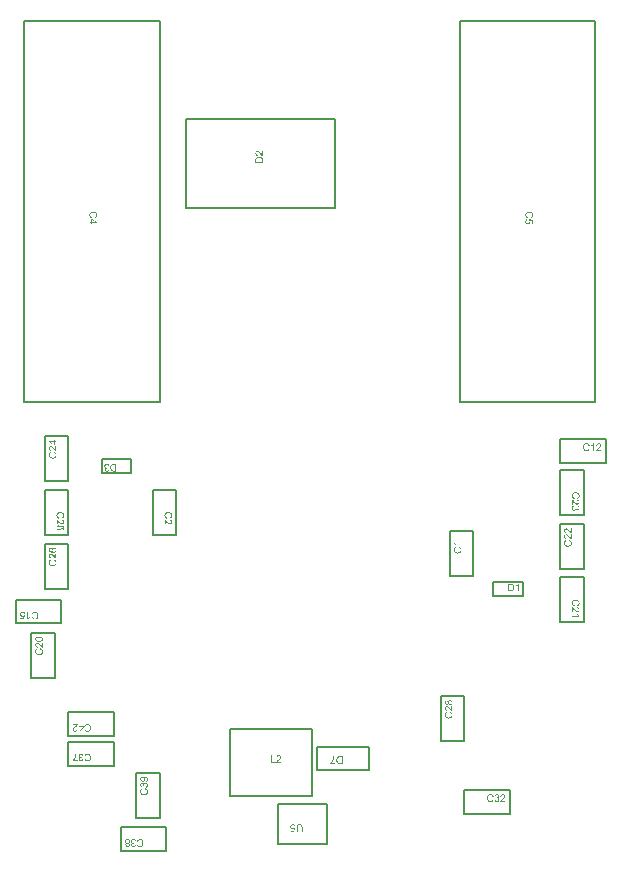
<source format=gbr>
G04*
G04 #@! TF.GenerationSoftware,Altium Limited,Altium Designer,24.6.1 (21)*
G04*
G04 Layer_Color=16711935*
%FSLAX25Y25*%
%MOIN*%
G70*
G04*
G04 #@! TF.SameCoordinates,3E969972-8C0A-4DBC-9D31-E8772DB7AAD8*
G04*
G04*
G04 #@! TF.FilePolarity,Positive*
G04*
G01*
G75*
%ADD11C,0.00787*%
G36*
X361573Y246098D02*
Y246087D01*
Y246073D01*
X361569Y246051D01*
Y246022D01*
X361565Y245985D01*
X361562Y245945D01*
X361558Y245902D01*
X361551Y245851D01*
X361543Y245800D01*
X361532Y245738D01*
X361522Y245676D01*
X361511Y245610D01*
X361496Y245538D01*
X361460Y245389D01*
Y245385D01*
X361456Y245370D01*
X361449Y245348D01*
X361438Y245316D01*
X361427Y245279D01*
X361412Y245236D01*
X361398Y245185D01*
X361376Y245130D01*
X361354Y245068D01*
X361332Y245006D01*
X361278Y244868D01*
X361212Y244722D01*
X361139Y244577D01*
X361136Y244573D01*
X361128Y244559D01*
X361118Y244540D01*
X361103Y244511D01*
X361085Y244479D01*
X361059Y244438D01*
X361034Y244395D01*
X361005Y244347D01*
X360935Y244242D01*
X360863Y244133D01*
X360779Y244020D01*
X360692Y243914D01*
X361926D01*
Y243616D01*
X360295D01*
Y243860D01*
X360298Y243863D01*
X360306Y243871D01*
X360320Y243885D01*
X360335Y243907D01*
X360357Y243933D01*
X360386Y243962D01*
X360415Y243998D01*
X360448Y244042D01*
X360480Y244085D01*
X360521Y244136D01*
X360561Y244195D01*
X360601Y244253D01*
X360644Y244318D01*
X360688Y244387D01*
X360732Y244464D01*
X360775Y244540D01*
X360779Y244544D01*
X360786Y244559D01*
X360797Y244580D01*
X360815Y244613D01*
X360834Y244653D01*
X360856Y244697D01*
X360881Y244748D01*
X360906Y244806D01*
X360935Y244872D01*
X360968Y244937D01*
X360997Y245010D01*
X361027Y245086D01*
X361085Y245243D01*
X361139Y245410D01*
Y245414D01*
X361143Y245425D01*
X361147Y245443D01*
X361154Y245465D01*
X361161Y245494D01*
X361169Y245530D01*
X361179Y245570D01*
X361187Y245614D01*
X361198Y245665D01*
X361209Y245720D01*
X361227Y245836D01*
X361245Y245964D01*
X361256Y246102D01*
X361573D01*
Y246098D01*
D02*
G37*
G36*
X364361Y243583D02*
X363392D01*
X363327Y243587D01*
X363254Y243590D01*
X363181Y243598D01*
X363109Y243608D01*
X363047Y243619D01*
X363043D01*
X363036Y243623D01*
X363025D01*
X363010Y243630D01*
X362970Y243641D01*
X362919Y243659D01*
X362861Y243685D01*
X362799Y243718D01*
X362737Y243754D01*
X362679Y243801D01*
X362675Y243805D01*
X362672Y243809D01*
X362661Y243820D01*
X362646Y243830D01*
X362610Y243867D01*
X362566Y243918D01*
X362519Y243980D01*
X362468Y244053D01*
X362421Y244136D01*
X362381Y244231D01*
Y244235D01*
X362377Y244242D01*
X362370Y244256D01*
X362366Y244278D01*
X362355Y244304D01*
X362348Y244333D01*
X362341Y244366D01*
X362330Y244406D01*
X362319Y244446D01*
X362312Y244493D01*
X362293Y244595D01*
X362282Y244708D01*
X362279Y244831D01*
Y244835D01*
Y244843D01*
Y244861D01*
Y244879D01*
X362282Y244904D01*
Y244933D01*
X362286Y245003D01*
X362297Y245083D01*
X362308Y245166D01*
X362326Y245254D01*
X362348Y245341D01*
Y245345D01*
X362351Y245352D01*
X362355Y245363D01*
X362359Y245377D01*
X362373Y245418D01*
X362395Y245468D01*
X362417Y245527D01*
X362446Y245585D01*
X362483Y245647D01*
X362519Y245705D01*
X362523Y245712D01*
X362537Y245731D01*
X362559Y245756D01*
X362588Y245789D01*
X362621Y245825D01*
X362661Y245862D01*
X362701Y245902D01*
X362748Y245935D01*
X362755Y245938D01*
X362770Y245949D01*
X362796Y245964D01*
X362832Y245982D01*
X362876Y246004D01*
X362927Y246022D01*
X362985Y246044D01*
X363050Y246062D01*
X363058D01*
X363069Y246065D01*
X363080Y246069D01*
X363116Y246073D01*
X363167Y246080D01*
X363225Y246087D01*
X363294Y246095D01*
X363371Y246098D01*
X363454Y246102D01*
X364361D01*
Y243583D01*
D02*
G37*
G36*
X343192Y246526D02*
X343221Y246522D01*
X343257Y246519D01*
X343297Y246512D01*
X343337Y246504D01*
X343432Y246479D01*
X343527Y246442D01*
X343574Y246421D01*
X343621Y246395D01*
X343665Y246362D01*
X343705Y246326D01*
X343708Y246322D01*
X343716Y246319D01*
X343723Y246304D01*
X343738Y246289D01*
X343756Y246271D01*
X343774Y246246D01*
X343792Y246220D01*
X343814Y246188D01*
X343850Y246118D01*
X343887Y246031D01*
X343901Y245987D01*
X343909Y245936D01*
X343916Y245885D01*
X343920Y245831D01*
Y245824D01*
Y245805D01*
X343916Y245776D01*
X343912Y245736D01*
X343905Y245692D01*
X343891Y245642D01*
X343876Y245587D01*
X343854Y245532D01*
X343850Y245525D01*
X343843Y245507D01*
X343829Y245478D01*
X343807Y245438D01*
X343778Y245394D01*
X343741Y245339D01*
X343698Y245285D01*
X343647Y245223D01*
X343639Y245216D01*
X343621Y245194D01*
X343603Y245176D01*
X343585Y245158D01*
X343563Y245136D01*
X343534Y245107D01*
X343505Y245077D01*
X343468Y245045D01*
X343432Y245008D01*
X343388Y244968D01*
X343341Y244928D01*
X343290Y244881D01*
X343232Y244833D01*
X343174Y244782D01*
X343170Y244779D01*
X343162Y244772D01*
X343148Y244761D01*
X343130Y244746D01*
X343108Y244724D01*
X343082Y244703D01*
X343024Y244655D01*
X342962Y244601D01*
X342904Y244546D01*
X342853Y244499D01*
X342831Y244480D01*
X342813Y244462D01*
X342810Y244459D01*
X342798Y244448D01*
X342784Y244433D01*
X342766Y244411D01*
X342748Y244386D01*
X342726Y244360D01*
X342682Y244298D01*
X343923D01*
Y244000D01*
X342252D01*
Y244004D01*
Y244018D01*
Y244040D01*
X342256Y244069D01*
X342260Y244102D01*
X342267Y244138D01*
X342274Y244175D01*
X342289Y244215D01*
Y244218D01*
X342293Y244222D01*
X342300Y244244D01*
X342314Y244277D01*
X342336Y244320D01*
X342365Y244371D01*
X342402Y244429D01*
X342442Y244488D01*
X342493Y244550D01*
Y244553D01*
X342500Y244557D01*
X342518Y244579D01*
X342551Y244612D01*
X342598Y244659D01*
X342653Y244713D01*
X342722Y244779D01*
X342806Y244852D01*
X342897Y244928D01*
X342900Y244932D01*
X342915Y244943D01*
X342937Y244961D01*
X342962Y244983D01*
X342995Y245012D01*
X343035Y245045D01*
X343075Y245081D01*
X343123Y245121D01*
X343214Y245208D01*
X343304Y245296D01*
X343348Y245339D01*
X343388Y245383D01*
X343425Y245423D01*
X343454Y245463D01*
Y245467D01*
X343461Y245470D01*
X343468Y245481D01*
X343476Y245496D01*
X343501Y245536D01*
X343530Y245583D01*
X343556Y245642D01*
X343581Y245704D01*
X343596Y245773D01*
X343603Y245838D01*
Y245842D01*
Y245845D01*
X343599Y245867D01*
X343596Y245904D01*
X343585Y245944D01*
X343570Y245995D01*
X343545Y246046D01*
X343512Y246097D01*
X343468Y246148D01*
X343461Y246155D01*
X343443Y246169D01*
X343417Y246188D01*
X343377Y246213D01*
X343326Y246235D01*
X343268Y246257D01*
X343199Y246271D01*
X343123Y246275D01*
X343101D01*
X343086Y246271D01*
X343042Y246268D01*
X342991Y246257D01*
X342937Y246242D01*
X342875Y246217D01*
X342817Y246184D01*
X342762Y246140D01*
X342755Y246133D01*
X342740Y246115D01*
X342719Y246086D01*
X342697Y246042D01*
X342671Y245991D01*
X342649Y245925D01*
X342635Y245853D01*
X342628Y245769D01*
X342311Y245802D01*
Y245805D01*
X342314Y245816D01*
Y245834D01*
X342318Y245860D01*
X342325Y245889D01*
X342333Y245922D01*
X342343Y245962D01*
X342354Y246002D01*
X342384Y246089D01*
X342427Y246177D01*
X342453Y246220D01*
X342485Y246264D01*
X342518Y246304D01*
X342555Y246340D01*
X342558Y246344D01*
X342566Y246348D01*
X342577Y246359D01*
X342595Y246370D01*
X342617Y246384D01*
X342642Y246399D01*
X342671Y246417D01*
X342707Y246435D01*
X342748Y246453D01*
X342791Y246472D01*
X342839Y246486D01*
X342889Y246501D01*
X342944Y246512D01*
X343002Y246522D01*
X343064Y246526D01*
X343130Y246530D01*
X343166D01*
X343192Y246526D01*
D02*
G37*
G36*
X340786Y244298D02*
X342027D01*
Y244000D01*
X340451D01*
Y246519D01*
X340786D01*
Y244298D01*
D02*
G37*
G36*
X294742Y218496D02*
X294771Y218493D01*
X294804Y218489D01*
X294841Y218482D01*
X294881Y218475D01*
X294968Y218453D01*
X295059Y218416D01*
X295106Y218394D01*
X295150Y218369D01*
X295194Y218336D01*
X295237Y218303D01*
X295241Y218300D01*
X295248Y218292D01*
X295259Y218282D01*
X295270Y218267D01*
X295288Y218249D01*
X295306Y218223D01*
X295328Y218198D01*
X295350Y218165D01*
X295372Y218129D01*
X295394Y218092D01*
X295434Y218005D01*
X295467Y217903D01*
X295478Y217848D01*
X295485Y217790D01*
X295175Y217750D01*
Y217754D01*
X295172Y217761D01*
X295168Y217776D01*
X295164Y217794D01*
X295161Y217816D01*
X295153Y217841D01*
X295135Y217896D01*
X295110Y217961D01*
X295077Y218023D01*
X295041Y218081D01*
X294997Y218132D01*
X294990Y218136D01*
X294975Y218151D01*
X294946Y218169D01*
X294910Y218187D01*
X294866Y218209D01*
X294811Y218227D01*
X294749Y218242D01*
X294684Y218245D01*
X294662D01*
X294648Y218242D01*
X294607Y218238D01*
X294557Y218227D01*
X294498Y218209D01*
X294437Y218183D01*
X294375Y218147D01*
X294316Y218096D01*
X294309Y218089D01*
X294291Y218067D01*
X294269Y218034D01*
X294240Y217990D01*
X294211Y217936D01*
X294189Y217874D01*
X294171Y217801D01*
X294163Y217721D01*
Y217717D01*
Y217710D01*
Y217699D01*
X294167Y217685D01*
X294171Y217645D01*
X294182Y217597D01*
X294196Y217539D01*
X294222Y217481D01*
X294258Y217423D01*
X294305Y217368D01*
X294313Y217361D01*
X294331Y217346D01*
X294360Y217324D01*
X294400Y217299D01*
X294451Y217273D01*
X294513Y217251D01*
X294582Y217237D01*
X294658Y217230D01*
X294691D01*
X294717Y217233D01*
X294749Y217237D01*
X294786Y217244D01*
X294830Y217251D01*
X294877Y217262D01*
X294841Y216989D01*
X294822D01*
X294808Y216993D01*
X294760D01*
X294720Y216986D01*
X294673Y216979D01*
X294619Y216968D01*
X294557Y216949D01*
X294498Y216924D01*
X294437Y216891D01*
X294433D01*
X294429Y216887D01*
X294411Y216873D01*
X294386Y216847D01*
X294356Y216815D01*
X294327Y216767D01*
X294302Y216713D01*
X294284Y216651D01*
X294276Y216615D01*
Y216575D01*
Y216571D01*
Y216567D01*
Y216545D01*
X294284Y216516D01*
X294291Y216476D01*
X294305Y216432D01*
X294324Y216385D01*
X294353Y216338D01*
X294393Y216294D01*
X294396Y216290D01*
X294415Y216276D01*
X294440Y216258D01*
X294473Y216236D01*
X294517Y216218D01*
X294567Y216199D01*
X294626Y216185D01*
X294691Y216181D01*
X294720D01*
X294753Y216189D01*
X294797Y216196D01*
X294844Y216211D01*
X294892Y216229D01*
X294942Y216258D01*
X294990Y216294D01*
X294993Y216298D01*
X295008Y216316D01*
X295030Y216341D01*
X295055Y216378D01*
X295081Y216425D01*
X295106Y216483D01*
X295128Y216553D01*
X295143Y216633D01*
X295452Y216578D01*
Y216575D01*
X295448Y216564D01*
X295445Y216549D01*
X295441Y216527D01*
X295434Y216502D01*
X295423Y216473D01*
X295401Y216403D01*
X295365Y216323D01*
X295321Y216243D01*
X295266Y216167D01*
X295197Y216098D01*
X295194Y216094D01*
X295186Y216090D01*
X295175Y216083D01*
X295161Y216072D01*
X295143Y216058D01*
X295117Y216043D01*
X295092Y216028D01*
X295059Y216010D01*
X294986Y215981D01*
X294902Y215952D01*
X294804Y215934D01*
X294753Y215927D01*
X294662D01*
X294622Y215930D01*
X294575Y215937D01*
X294517Y215948D01*
X294451Y215967D01*
X294386Y215988D01*
X294320Y216018D01*
X294316D01*
X294313Y216021D01*
X294291Y216032D01*
X294258Y216054D01*
X294222Y216079D01*
X294178Y216116D01*
X294134Y216156D01*
X294091Y216203D01*
X294054Y216258D01*
X294051Y216265D01*
X294040Y216283D01*
X294025Y216316D01*
X294007Y216356D01*
X293989Y216403D01*
X293974Y216458D01*
X293963Y216520D01*
X293960Y216582D01*
Y216589D01*
Y216611D01*
X293963Y216640D01*
X293971Y216680D01*
X293982Y216727D01*
X294000Y216778D01*
X294022Y216829D01*
X294051Y216880D01*
X294054Y216887D01*
X294065Y216902D01*
X294087Y216928D01*
X294116Y216957D01*
X294153Y216989D01*
X294196Y217026D01*
X294247Y217059D01*
X294309Y217091D01*
X294305D01*
X294298Y217095D01*
X294287Y217099D01*
X294273Y217102D01*
X294233Y217117D01*
X294182Y217139D01*
X294123Y217168D01*
X294065Y217204D01*
X294011Y217251D01*
X293960Y217306D01*
X293956Y217313D01*
X293941Y217335D01*
X293920Y217372D01*
X293898Y217419D01*
X293876Y217477D01*
X293854Y217546D01*
X293840Y217626D01*
X293836Y217714D01*
Y217717D01*
Y217728D01*
Y217746D01*
X293840Y217768D01*
X293843Y217797D01*
X293850Y217830D01*
X293858Y217867D01*
X293865Y217907D01*
X293894Y217994D01*
X293916Y218041D01*
X293938Y218085D01*
X293967Y218132D01*
X294000Y218180D01*
X294036Y218227D01*
X294080Y218271D01*
X294083Y218274D01*
X294091Y218282D01*
X294105Y218292D01*
X294123Y218307D01*
X294145Y218325D01*
X294174Y218343D01*
X294207Y218365D01*
X294247Y218384D01*
X294287Y218405D01*
X294335Y218427D01*
X294382Y218445D01*
X294437Y218464D01*
X294495Y218478D01*
X294557Y218489D01*
X294619Y218496D01*
X294688Y218500D01*
X294720D01*
X294742Y218496D01*
D02*
G37*
G36*
X296886D02*
X296919D01*
X296959Y218493D01*
X297003Y218485D01*
X297054Y218478D01*
X297159Y218460D01*
X297268Y218431D01*
X297378Y218391D01*
X297428Y218365D01*
X297480Y218336D01*
X297483Y218333D01*
X297490Y218329D01*
X297505Y218318D01*
X297519Y218303D01*
X297541Y218289D01*
X297567Y218267D01*
X297596Y218242D01*
X297625Y218213D01*
X297654Y218180D01*
X297687Y218147D01*
X297752Y218063D01*
X297814Y217965D01*
X297869Y217856D01*
Y217852D01*
X297876Y217841D01*
X297880Y217823D01*
X297891Y217801D01*
X297898Y217772D01*
X297909Y217736D01*
X297924Y217696D01*
X297935Y217652D01*
X297945Y217605D01*
X297960Y217550D01*
X297978Y217437D01*
X297993Y217310D01*
X298000Y217179D01*
Y217175D01*
Y217161D01*
Y217139D01*
X297996Y217113D01*
Y217077D01*
X297993Y217040D01*
X297989Y216993D01*
X297982Y216946D01*
X297964Y216840D01*
X297938Y216724D01*
X297902Y216607D01*
X297851Y216494D01*
X297847Y216491D01*
X297844Y216480D01*
X297836Y216465D01*
X297822Y216447D01*
X297807Y216422D01*
X297789Y216392D01*
X297742Y216327D01*
X297680Y216254D01*
X297607Y216181D01*
X297523Y216109D01*
X297425Y216047D01*
X297421Y216043D01*
X297410Y216039D01*
X297396Y216032D01*
X297378Y216021D01*
X297348Y216010D01*
X297319Y215999D01*
X297283Y215985D01*
X297243Y215970D01*
X297199Y215956D01*
X297152Y215941D01*
X297050Y215919D01*
X296934Y215901D01*
X296813Y215894D01*
X296777D01*
X296751Y215897D01*
X296719Y215901D01*
X296679Y215905D01*
X296639Y215908D01*
X296591Y215919D01*
X296493Y215941D01*
X296384Y215974D01*
X296329Y215996D01*
X296278Y216021D01*
X296227Y216054D01*
X296176Y216087D01*
X296173Y216090D01*
X296165Y216094D01*
X296151Y216105D01*
X296133Y216123D01*
X296114Y216141D01*
X296089Y216167D01*
X296063Y216196D01*
X296034Y216225D01*
X296005Y216261D01*
X295976Y216305D01*
X295943Y216349D01*
X295914Y216396D01*
X295889Y216451D01*
X295860Y216505D01*
X295838Y216564D01*
X295816Y216629D01*
X296144Y216705D01*
Y216702D01*
X296147Y216695D01*
X296155Y216680D01*
X296162Y216662D01*
X296169Y216640D01*
X296180Y216611D01*
X296209Y216553D01*
X296246Y216487D01*
X296289Y216422D01*
X296344Y216360D01*
X296402Y216305D01*
X296409Y216298D01*
X296431Y216283D01*
X296468Y216265D01*
X296515Y216240D01*
X296577Y216218D01*
X296646Y216196D01*
X296730Y216181D01*
X296821Y216178D01*
X296850D01*
X296868Y216181D01*
X296894D01*
X296923Y216185D01*
X296992Y216196D01*
X297068Y216211D01*
X297148Y216236D01*
X297232Y216272D01*
X297308Y216320D01*
X297312D01*
X297316Y216327D01*
X297341Y216345D01*
X297374Y216374D01*
X297414Y216418D01*
X297461Y216473D01*
X297505Y216534D01*
X297545Y216611D01*
X297581Y216695D01*
Y216698D01*
X297585Y216705D01*
X297589Y216716D01*
X297592Y216735D01*
X297600Y216757D01*
X297607Y216782D01*
X297618Y216844D01*
X297632Y216917D01*
X297647Y216997D01*
X297654Y217084D01*
X297658Y217179D01*
Y217182D01*
Y217193D01*
Y217212D01*
Y217233D01*
X297654Y217259D01*
Y217292D01*
X297651Y217328D01*
X297647Y217368D01*
X297636Y217455D01*
X297618Y217550D01*
X297596Y217645D01*
X297567Y217739D01*
Y217743D01*
X297563Y217750D01*
X297556Y217761D01*
X297549Y217779D01*
X297527Y217823D01*
X297494Y217874D01*
X297454Y217932D01*
X297403Y217994D01*
X297345Y218049D01*
X297276Y218100D01*
X297272D01*
X297265Y218103D01*
X297254Y218111D01*
X297239Y218118D01*
X297221Y218125D01*
X297199Y218136D01*
X297148Y218158D01*
X297083Y218180D01*
X297010Y218198D01*
X296930Y218213D01*
X296846Y218216D01*
X296821D01*
X296799Y218213D01*
X296773D01*
X296748Y218209D01*
X296682Y218194D01*
X296606Y218176D01*
X296530Y218147D01*
X296449Y218107D01*
X296409Y218085D01*
X296373Y218056D01*
X296369Y218052D01*
X296366Y218049D01*
X296355Y218038D01*
X296340Y218027D01*
X296326Y218009D01*
X296307Y217987D01*
X296286Y217965D01*
X296267Y217936D01*
X296246Y217903D01*
X296220Y217867D01*
X296198Y217830D01*
X296176Y217787D01*
X296158Y217739D01*
X296140Y217688D01*
X296122Y217634D01*
X296107Y217576D01*
X295772Y217659D01*
Y217663D01*
X295776Y217677D01*
X295783Y217699D01*
X295794Y217728D01*
X295805Y217761D01*
X295820Y217801D01*
X295838Y217845D01*
X295860Y217892D01*
X295911Y217994D01*
X295976Y218096D01*
X296016Y218147D01*
X296056Y218198D01*
X296100Y218242D01*
X296151Y218285D01*
X296155Y218289D01*
X296162Y218296D01*
X296180Y218303D01*
X296198Y218318D01*
X296227Y218336D01*
X296256Y218354D01*
X296297Y218373D01*
X296337Y218391D01*
X296384Y218413D01*
X296435Y218431D01*
X296489Y218449D01*
X296548Y218467D01*
X296609Y218482D01*
X296675Y218489D01*
X296744Y218496D01*
X296817Y218500D01*
X296857D01*
X296886Y218496D01*
D02*
G37*
G36*
X292766D02*
X292798Y218493D01*
X292835Y218489D01*
X292875Y218482D01*
X292919Y218471D01*
X293017Y218445D01*
X293068Y218427D01*
X293115Y218409D01*
X293166Y218384D01*
X293217Y218354D01*
X293264Y218322D01*
X293308Y218282D01*
X293312Y218278D01*
X293319Y218271D01*
X293330Y218260D01*
X293344Y218242D01*
X293359Y218220D01*
X293381Y218194D01*
X293399Y218165D01*
X293421Y218129D01*
X293443Y218092D01*
X293461Y218049D01*
X293497Y217958D01*
X293512Y217903D01*
X293523Y217848D01*
X293530Y217790D01*
X293534Y217732D01*
Y217728D01*
Y217721D01*
Y217706D01*
X293530Y217692D01*
Y217670D01*
X293527Y217645D01*
X293519Y217586D01*
X293505Y217521D01*
X293483Y217455D01*
X293450Y217386D01*
X293410Y217321D01*
Y217317D01*
X293403Y217313D01*
X293388Y217295D01*
X293359Y217266D01*
X293319Y217230D01*
X293268Y217193D01*
X293206Y217153D01*
X293137Y217121D01*
X293053Y217095D01*
X293057D01*
X293061Y217091D01*
X293072Y217088D01*
X293086Y217080D01*
X293119Y217066D01*
X293162Y217044D01*
X293210Y217015D01*
X293257Y216979D01*
X293301Y216938D01*
X293341Y216895D01*
X293344Y216887D01*
X293355Y216873D01*
X293370Y216844D01*
X293385Y216807D01*
X293403Y216760D01*
X293417Y216705D01*
X293428Y216644D01*
X293432Y216578D01*
Y216575D01*
Y216567D01*
Y216553D01*
X293428Y216531D01*
X293425Y216509D01*
X293421Y216480D01*
X293406Y216418D01*
X293385Y216345D01*
X293348Y216269D01*
X293326Y216229D01*
X293301Y216189D01*
X293268Y216152D01*
X293235Y216116D01*
X293232Y216112D01*
X293224Y216109D01*
X293213Y216098D01*
X293199Y216087D01*
X293181Y216072D01*
X293155Y216058D01*
X293126Y216039D01*
X293097Y216021D01*
X293061Y216003D01*
X293021Y215985D01*
X292977Y215970D01*
X292930Y215956D01*
X292828Y215934D01*
X292769Y215930D01*
X292711Y215927D01*
X292678D01*
X292656Y215930D01*
X292627Y215934D01*
X292595Y215937D01*
X292558Y215941D01*
X292522Y215952D01*
X292435Y215974D01*
X292347Y216007D01*
X292303Y216028D01*
X292260Y216054D01*
X292220Y216087D01*
X292180Y216120D01*
X292176Y216123D01*
X292172Y216127D01*
X292161Y216138D01*
X292147Y216152D01*
X292132Y216174D01*
X292114Y216196D01*
X292078Y216250D01*
X292041Y216320D01*
X292009Y216400D01*
X291983Y216491D01*
X291980Y216538D01*
X291976Y216589D01*
Y216593D01*
Y216596D01*
Y216618D01*
X291980Y216651D01*
X291987Y216691D01*
X291998Y216742D01*
X292016Y216793D01*
X292038Y216844D01*
X292071Y216895D01*
X292074Y216902D01*
X292089Y216917D01*
X292110Y216938D01*
X292140Y216968D01*
X292180Y217000D01*
X292227Y217033D01*
X292282Y217066D01*
X292347Y217095D01*
X292343D01*
X292336Y217099D01*
X292325Y217102D01*
X292311Y217109D01*
X292267Y217128D01*
X292216Y217153D01*
X292161Y217190D01*
X292103Y217230D01*
X292049Y217281D01*
X291998Y217339D01*
Y217342D01*
X291994Y217346D01*
X291980Y217368D01*
X291958Y217404D01*
X291936Y217452D01*
X291914Y217510D01*
X291892Y217579D01*
X291878Y217655D01*
X291874Y217739D01*
Y217743D01*
Y217754D01*
Y217772D01*
X291878Y217794D01*
X291881Y217819D01*
X291885Y217852D01*
X291892Y217888D01*
X291903Y217929D01*
X291929Y218012D01*
X291947Y218060D01*
X291972Y218103D01*
X291998Y218151D01*
X292027Y218194D01*
X292063Y218238D01*
X292103Y218282D01*
X292107Y218285D01*
X292114Y218292D01*
X292125Y218303D01*
X292143Y218314D01*
X292169Y218333D01*
X292194Y218351D01*
X292227Y218369D01*
X292263Y218391D01*
X292303Y218413D01*
X292351Y218431D01*
X292402Y218449D01*
X292453Y218467D01*
X292511Y218478D01*
X292573Y218489D01*
X292635Y218496D01*
X292704Y218500D01*
X292740D01*
X292766Y218496D01*
D02*
G37*
G36*
X298266Y239279D02*
X298313D01*
X298368Y239276D01*
X298423Y239268D01*
X298546Y239258D01*
X298677Y239239D01*
X298801Y239214D01*
X298863Y239196D01*
X298918Y239177D01*
X298921D01*
X298929Y239174D01*
X298943Y239166D01*
X298965Y239159D01*
X298987Y239148D01*
X299016Y239134D01*
X299078Y239097D01*
X299147Y239054D01*
X299220Y239003D01*
X299289Y238937D01*
X299351Y238864D01*
Y238861D01*
X299358Y238854D01*
X299365Y238843D01*
X299373Y238828D01*
X299384Y238806D01*
X299398Y238784D01*
X299413Y238755D01*
X299424Y238726D01*
X299453Y238657D01*
X299478Y238573D01*
X299493Y238482D01*
X299500Y238380D01*
Y238351D01*
X299496Y238333D01*
Y238307D01*
X299493Y238278D01*
X299478Y238209D01*
X299460Y238133D01*
X299431Y238053D01*
X299391Y237973D01*
X299365Y237933D01*
X299336Y237896D01*
X299333Y237893D01*
X299329Y237889D01*
X299318Y237878D01*
X299307Y237867D01*
X299289Y237853D01*
X299267Y237834D01*
X299216Y237798D01*
X299151Y237761D01*
X299071Y237725D01*
X298979Y237696D01*
X298874Y237674D01*
X298849Y237973D01*
X298852D01*
X298859Y237976D01*
X298867D01*
X298881Y237980D01*
X298921Y237991D01*
X298965Y238005D01*
X299016Y238024D01*
X299067Y238049D01*
X299114Y238078D01*
X299154Y238115D01*
X299158Y238118D01*
X299169Y238133D01*
X299183Y238158D01*
X299198Y238187D01*
X299216Y238227D01*
X299231Y238275D01*
X299242Y238329D01*
X299245Y238388D01*
Y238413D01*
X299242Y238439D01*
X299238Y238471D01*
X299231Y238511D01*
X299220Y238551D01*
X299205Y238595D01*
X299183Y238635D01*
X299180Y238639D01*
X299172Y238653D01*
X299158Y238675D01*
X299136Y238697D01*
X299111Y238726D01*
X299081Y238755D01*
X299049Y238784D01*
X299009Y238813D01*
X299005Y238817D01*
X298987Y238824D01*
X298961Y238839D01*
X298929Y238854D01*
X298885Y238872D01*
X298834Y238890D01*
X298776Y238908D01*
X298710Y238926D01*
X298707D01*
X298703Y238930D01*
X298692D01*
X298677Y238934D01*
X298641Y238941D01*
X298594Y238952D01*
X298535Y238959D01*
X298474Y238966D01*
X298404Y238970D01*
X298332Y238974D01*
X298328D01*
X298317D01*
X298299D01*
X298270D01*
X298277Y238970D01*
X298295Y238955D01*
X298321Y238934D01*
X298357Y238908D01*
X298394Y238872D01*
X298433Y238828D01*
X298474Y238777D01*
X298510Y238719D01*
X298514Y238712D01*
X298524Y238690D01*
X298539Y238657D01*
X298554Y238617D01*
X298572Y238562D01*
X298586Y238504D01*
X298597Y238439D01*
X298601Y238369D01*
Y238340D01*
X298597Y238318D01*
X298594Y238289D01*
X298590Y238260D01*
X298583Y238224D01*
X298572Y238187D01*
X298546Y238104D01*
X298528Y238060D01*
X298506Y238016D01*
X298481Y237969D01*
X298448Y237925D01*
X298415Y237882D01*
X298375Y237842D01*
X298372Y237838D01*
X298364Y237831D01*
X298353Y237823D01*
X298335Y237809D01*
X298310Y237791D01*
X298284Y237772D01*
X298252Y237754D01*
X298215Y237736D01*
X298175Y237714D01*
X298131Y237696D01*
X298080Y237678D01*
X298029Y237660D01*
X297971Y237645D01*
X297909Y237638D01*
X297848Y237631D01*
X297778Y237627D01*
X297775D01*
X297760D01*
X297742D01*
X297716Y237631D01*
X297684Y237634D01*
X297644Y237638D01*
X297604Y237645D01*
X297556Y237656D01*
X297462Y237681D01*
X297411Y237700D01*
X297356Y237721D01*
X297305Y237747D01*
X297258Y237780D01*
X297207Y237812D01*
X297163Y237853D01*
X297160Y237856D01*
X297152Y237863D01*
X297141Y237874D01*
X297127Y237893D01*
X297109Y237914D01*
X297087Y237944D01*
X297069Y237973D01*
X297043Y238009D01*
X297021Y238045D01*
X297003Y238089D01*
X296963Y238187D01*
X296948Y238238D01*
X296937Y238297D01*
X296930Y238355D01*
X296927Y238417D01*
Y238442D01*
X296930Y238460D01*
Y238479D01*
X296934Y238504D01*
X296945Y238566D01*
X296959Y238635D01*
X296985Y238712D01*
X297018Y238788D01*
X297061Y238864D01*
Y238868D01*
X297069Y238872D01*
X297076Y238883D01*
X297087Y238897D01*
X297116Y238934D01*
X297156Y238981D01*
X297211Y239028D01*
X297276Y239083D01*
X297352Y239130D01*
X297440Y239174D01*
X297443D01*
X297451Y239177D01*
X297465Y239185D01*
X297483Y239192D01*
X297509Y239199D01*
X297542Y239210D01*
X297578Y239217D01*
X297618Y239228D01*
X297666Y239239D01*
X297720Y239250D01*
X297778Y239258D01*
X297840Y239265D01*
X297909Y239272D01*
X297982Y239279D01*
X298062Y239283D01*
X298146D01*
X298150D01*
X298168D01*
X298193D01*
X298226D01*
X298266Y239279D01*
D02*
G37*
G36*
X298768Y237317D02*
X298797Y237314D01*
X298830Y237306D01*
X298867Y237299D01*
X298907Y237292D01*
X298994Y237263D01*
X299041Y237241D01*
X299085Y237219D01*
X299132Y237190D01*
X299180Y237157D01*
X299227Y237121D01*
X299271Y237077D01*
X299274Y237073D01*
X299282Y237066D01*
X299293Y237052D01*
X299307Y237034D01*
X299325Y237012D01*
X299343Y236982D01*
X299365Y236950D01*
X299384Y236910D01*
X299405Y236870D01*
X299427Y236822D01*
X299445Y236775D01*
X299464Y236720D01*
X299478Y236662D01*
X299489Y236600D01*
X299496Y236539D01*
X299500Y236469D01*
Y236437D01*
X299496Y236415D01*
X299493Y236386D01*
X299489Y236353D01*
X299482Y236316D01*
X299475Y236276D01*
X299453Y236189D01*
X299416Y236098D01*
X299394Y236051D01*
X299369Y236007D01*
X299336Y235963D01*
X299304Y235920D01*
X299300Y235916D01*
X299293Y235909D01*
X299282Y235898D01*
X299267Y235887D01*
X299249Y235869D01*
X299223Y235851D01*
X299198Y235829D01*
X299165Y235807D01*
X299129Y235785D01*
X299092Y235763D01*
X299005Y235723D01*
X298903Y235690D01*
X298849Y235679D01*
X298790Y235672D01*
X298750Y235981D01*
X298754D01*
X298761Y235985D01*
X298776Y235989D01*
X298794Y235993D01*
X298816Y235996D01*
X298841Y236003D01*
X298896Y236022D01*
X298961Y236047D01*
X299023Y236080D01*
X299081Y236116D01*
X299132Y236160D01*
X299136Y236167D01*
X299151Y236182D01*
X299169Y236211D01*
X299187Y236247D01*
X299209Y236291D01*
X299227Y236346D01*
X299242Y236407D01*
X299245Y236473D01*
Y236495D01*
X299242Y236509D01*
X299238Y236549D01*
X299227Y236600D01*
X299209Y236659D01*
X299183Y236720D01*
X299147Y236782D01*
X299096Y236841D01*
X299089Y236848D01*
X299067Y236866D01*
X299034Y236888D01*
X298990Y236917D01*
X298936Y236946D01*
X298874Y236968D01*
X298801Y236986D01*
X298721Y236993D01*
X298717D01*
X298710D01*
X298699D01*
X298685Y236990D01*
X298645Y236986D01*
X298597Y236975D01*
X298539Y236961D01*
X298481Y236935D01*
X298423Y236899D01*
X298368Y236852D01*
X298361Y236844D01*
X298346Y236826D01*
X298324Y236797D01*
X298299Y236757D01*
X298273Y236706D01*
X298252Y236644D01*
X298237Y236575D01*
X298230Y236498D01*
Y236466D01*
X298233Y236440D01*
X298237Y236407D01*
X298244Y236371D01*
X298252Y236327D01*
X298262Y236280D01*
X297989Y236316D01*
Y236335D01*
X297993Y236349D01*
Y236397D01*
X297986Y236437D01*
X297978Y236484D01*
X297968Y236539D01*
X297949Y236600D01*
X297924Y236659D01*
X297891Y236720D01*
Y236724D01*
X297887Y236728D01*
X297873Y236746D01*
X297848Y236771D01*
X297815Y236801D01*
X297767Y236830D01*
X297713Y236855D01*
X297651Y236873D01*
X297615Y236881D01*
X297574D01*
X297571D01*
X297567D01*
X297545D01*
X297516Y236873D01*
X297476Y236866D01*
X297432Y236852D01*
X297385Y236833D01*
X297338Y236804D01*
X297294Y236764D01*
X297291Y236760D01*
X297276Y236742D01*
X297258Y236717D01*
X297236Y236684D01*
X297218Y236640D01*
X297200Y236589D01*
X297185Y236531D01*
X297181Y236466D01*
Y236437D01*
X297189Y236404D01*
X297196Y236360D01*
X297211Y236313D01*
X297229Y236265D01*
X297258Y236214D01*
X297294Y236167D01*
X297298Y236163D01*
X297316Y236149D01*
X297341Y236127D01*
X297378Y236102D01*
X297425Y236076D01*
X297483Y236051D01*
X297553Y236029D01*
X297633Y236014D01*
X297578Y235705D01*
X297574D01*
X297564Y235708D01*
X297549Y235712D01*
X297527Y235716D01*
X297502Y235723D01*
X297473Y235734D01*
X297403Y235756D01*
X297323Y235792D01*
X297243Y235836D01*
X297167Y235891D01*
X297098Y235960D01*
X297094Y235963D01*
X297090Y235971D01*
X297083Y235981D01*
X297072Y235996D01*
X297058Y236014D01*
X297043Y236040D01*
X297028Y236065D01*
X297010Y236098D01*
X296981Y236171D01*
X296952Y236255D01*
X296934Y236353D01*
X296927Y236404D01*
Y236495D01*
X296930Y236535D01*
X296937Y236582D01*
X296948Y236640D01*
X296967Y236706D01*
X296988Y236771D01*
X297018Y236837D01*
Y236841D01*
X297021Y236844D01*
X297032Y236866D01*
X297054Y236899D01*
X297079Y236935D01*
X297116Y236979D01*
X297156Y237023D01*
X297203Y237066D01*
X297258Y237103D01*
X297265Y237106D01*
X297283Y237117D01*
X297316Y237132D01*
X297356Y237150D01*
X297403Y237168D01*
X297458Y237183D01*
X297520Y237194D01*
X297582Y237197D01*
X297589D01*
X297611D01*
X297640Y237194D01*
X297680Y237186D01*
X297727Y237175D01*
X297778Y237157D01*
X297829Y237135D01*
X297880Y237106D01*
X297887Y237103D01*
X297902Y237092D01*
X297928Y237070D01*
X297957Y237041D01*
X297989Y237004D01*
X298026Y236961D01*
X298059Y236910D01*
X298091Y236848D01*
Y236852D01*
X298095Y236859D01*
X298099Y236870D01*
X298102Y236884D01*
X298117Y236924D01*
X298139Y236975D01*
X298168Y237034D01*
X298204Y237092D01*
X298252Y237146D01*
X298306Y237197D01*
X298313Y237201D01*
X298335Y237215D01*
X298372Y237237D01*
X298419Y237259D01*
X298477Y237281D01*
X298546Y237303D01*
X298626Y237317D01*
X298714Y237321D01*
X298717D01*
X298728D01*
X298747D01*
X298768Y237317D01*
D02*
G37*
G36*
X298677Y235381D02*
X298699Y235374D01*
X298728Y235363D01*
X298761Y235352D01*
X298801Y235337D01*
X298845Y235319D01*
X298892Y235297D01*
X298994Y235246D01*
X299096Y235181D01*
X299147Y235141D01*
X299198Y235101D01*
X299242Y235057D01*
X299285Y235006D01*
X299289Y235002D01*
X299296Y234995D01*
X299304Y234977D01*
X299318Y234959D01*
X299336Y234930D01*
X299354Y234900D01*
X299373Y234860D01*
X299391Y234820D01*
X299413Y234773D01*
X299431Y234722D01*
X299449Y234667D01*
X299467Y234609D01*
X299482Y234547D01*
X299489Y234482D01*
X299496Y234413D01*
X299500Y234340D01*
Y234300D01*
X299496Y234271D01*
Y234238D01*
X299493Y234198D01*
X299485Y234154D01*
X299478Y234103D01*
X299460Y233998D01*
X299431Y233889D01*
X299391Y233779D01*
X299365Y233728D01*
X299336Y233677D01*
X299333Y233674D01*
X299329Y233666D01*
X299318Y233652D01*
X299304Y233637D01*
X299289Y233615D01*
X299267Y233590D01*
X299242Y233561D01*
X299213Y233532D01*
X299180Y233503D01*
X299147Y233470D01*
X299063Y233404D01*
X298965Y233343D01*
X298856Y233288D01*
X298852D01*
X298841Y233281D01*
X298823Y233277D01*
X298801Y233266D01*
X298772Y233259D01*
X298736Y233248D01*
X298696Y233233D01*
X298652Y233222D01*
X298605Y233211D01*
X298550Y233197D01*
X298437Y233179D01*
X298310Y233164D01*
X298179Y233157D01*
X298175D01*
X298161D01*
X298139D01*
X298113Y233160D01*
X298077D01*
X298040Y233164D01*
X297993Y233168D01*
X297946Y233175D01*
X297840Y233193D01*
X297724Y233219D01*
X297607Y233255D01*
X297494Y233306D01*
X297491Y233310D01*
X297480Y233313D01*
X297465Y233321D01*
X297447Y233335D01*
X297422Y233350D01*
X297393Y233368D01*
X297327Y233415D01*
X297254Y233477D01*
X297181Y233550D01*
X297109Y233634D01*
X297047Y233732D01*
X297043Y233736D01*
X297039Y233747D01*
X297032Y233761D01*
X297021Y233779D01*
X297010Y233808D01*
X296999Y233838D01*
X296985Y233874D01*
X296970Y233914D01*
X296956Y233958D01*
X296941Y234005D01*
X296919Y234107D01*
X296901Y234223D01*
X296894Y234344D01*
Y234380D01*
X296897Y234405D01*
X296901Y234438D01*
X296905Y234478D01*
X296908Y234518D01*
X296919Y234566D01*
X296941Y234664D01*
X296974Y234773D01*
X296996Y234828D01*
X297021Y234879D01*
X297054Y234930D01*
X297087Y234981D01*
X297090Y234984D01*
X297094Y234991D01*
X297105Y235006D01*
X297123Y235024D01*
X297141Y235042D01*
X297167Y235068D01*
X297196Y235093D01*
X297225Y235122D01*
X297261Y235152D01*
X297305Y235181D01*
X297349Y235213D01*
X297396Y235243D01*
X297451Y235268D01*
X297505Y235297D01*
X297564Y235319D01*
X297629Y235341D01*
X297706Y235013D01*
X297702D01*
X297695Y235010D01*
X297680Y235002D01*
X297662Y234995D01*
X297640Y234988D01*
X297611Y234977D01*
X297553Y234948D01*
X297487Y234911D01*
X297422Y234868D01*
X297360Y234813D01*
X297305Y234755D01*
X297298Y234748D01*
X297283Y234726D01*
X297265Y234689D01*
X297240Y234642D01*
X297218Y234580D01*
X297196Y234511D01*
X297181Y234427D01*
X297178Y234336D01*
Y234307D01*
X297181Y234289D01*
Y234263D01*
X297185Y234234D01*
X297196Y234165D01*
X297211Y234089D01*
X297236Y234009D01*
X297272Y233925D01*
X297320Y233849D01*
Y233845D01*
X297327Y233841D01*
X297345Y233816D01*
X297374Y233783D01*
X297418Y233743D01*
X297473Y233696D01*
X297534Y233652D01*
X297611Y233612D01*
X297695Y233576D01*
X297698D01*
X297706Y233572D01*
X297716Y233568D01*
X297735Y233565D01*
X297757Y233557D01*
X297782Y233550D01*
X297844Y233539D01*
X297917Y233524D01*
X297997Y233510D01*
X298084Y233503D01*
X298179Y233499D01*
X298182D01*
X298193D01*
X298212D01*
X298233D01*
X298259Y233503D01*
X298292D01*
X298328Y233506D01*
X298368Y233510D01*
X298455Y233521D01*
X298550Y233539D01*
X298645Y233561D01*
X298739Y233590D01*
X298743D01*
X298750Y233594D01*
X298761Y233601D01*
X298779Y233608D01*
X298823Y233630D01*
X298874Y233663D01*
X298932Y233703D01*
X298994Y233754D01*
X299049Y233812D01*
X299100Y233881D01*
Y233885D01*
X299103Y233892D01*
X299111Y233903D01*
X299118Y233918D01*
X299125Y233936D01*
X299136Y233958D01*
X299158Y234009D01*
X299180Y234074D01*
X299198Y234147D01*
X299213Y234227D01*
X299216Y234311D01*
Y234336D01*
X299213Y234358D01*
Y234384D01*
X299209Y234409D01*
X299194Y234475D01*
X299176Y234551D01*
X299147Y234627D01*
X299107Y234707D01*
X299085Y234748D01*
X299056Y234784D01*
X299052Y234788D01*
X299049Y234791D01*
X299038Y234802D01*
X299027Y234817D01*
X299009Y234831D01*
X298987Y234850D01*
X298965Y234871D01*
X298936Y234890D01*
X298903Y234911D01*
X298867Y234937D01*
X298830Y234959D01*
X298787Y234981D01*
X298739Y234999D01*
X298688Y235017D01*
X298634Y235035D01*
X298575Y235050D01*
X298659Y235385D01*
X298663D01*
X298677Y235381D01*
D02*
G37*
G36*
X347844Y223496D02*
X347873Y223493D01*
X347906Y223489D01*
X347946Y223485D01*
X347986Y223475D01*
X348077Y223453D01*
X348168Y223420D01*
X348215Y223398D01*
X348263Y223373D01*
X348306Y223343D01*
X348350Y223311D01*
X348354Y223307D01*
X348361Y223304D01*
X348368Y223289D01*
X348383Y223274D01*
X348401Y223256D01*
X348419Y223234D01*
X348441Y223205D01*
X348459Y223172D01*
X348481Y223140D01*
X348503Y223100D01*
X348543Y223012D01*
X348576Y222910D01*
X348587Y222856D01*
X348594Y222797D01*
X348270Y222772D01*
Y222776D01*
Y222783D01*
X348266Y222794D01*
X348263Y222812D01*
X348252Y222852D01*
X348237Y222907D01*
X348215Y222961D01*
X348186Y223023D01*
X348150Y223078D01*
X348106Y223129D01*
X348099Y223132D01*
X348084Y223147D01*
X348055Y223165D01*
X348015Y223187D01*
X347972Y223209D01*
X347917Y223227D01*
X347855Y223242D01*
X347786Y223245D01*
X347764D01*
X347749Y223242D01*
X347706Y223238D01*
X347655Y223223D01*
X347593Y223205D01*
X347531Y223176D01*
X347466Y223132D01*
X347436Y223107D01*
X347407Y223078D01*
X347404Y223074D01*
X347400Y223071D01*
X347393Y223060D01*
X347382Y223049D01*
X347356Y223009D01*
X347327Y222958D01*
X347302Y222896D01*
X347276Y222819D01*
X347258Y222728D01*
X347251Y222681D01*
Y222630D01*
Y222626D01*
Y222619D01*
Y222605D01*
X347254Y222586D01*
Y222565D01*
X347258Y222539D01*
X347269Y222481D01*
X347287Y222412D01*
X347313Y222342D01*
X347349Y222277D01*
X347400Y222215D01*
Y222212D01*
X347407Y222208D01*
X347426Y222190D01*
X347458Y222164D01*
X347502Y222135D01*
X347560Y222110D01*
X347626Y222084D01*
X347702Y222066D01*
X347746Y222059D01*
X347815D01*
X347844Y222062D01*
X347881Y222066D01*
X347924Y222077D01*
X347968Y222088D01*
X348015Y222106D01*
X348062Y222128D01*
X348066Y222131D01*
X348081Y222139D01*
X348103Y222157D01*
X348132Y222175D01*
X348161Y222201D01*
X348190Y222233D01*
X348223Y222266D01*
X348248Y222306D01*
X348539Y222266D01*
X348295Y220970D01*
X347043D01*
Y221265D01*
X348052D01*
X348186Y221946D01*
X348183Y221942D01*
X348175Y221938D01*
X348164Y221931D01*
X348146Y221920D01*
X348124Y221909D01*
X348099Y221895D01*
X348041Y221866D01*
X347968Y221836D01*
X347888Y221811D01*
X347800Y221793D01*
X347757Y221786D01*
X347677D01*
X347655Y221789D01*
X347626Y221793D01*
X347593Y221796D01*
X347557Y221804D01*
X347516Y221815D01*
X347429Y221840D01*
X347382Y221858D01*
X347335Y221884D01*
X347287Y221909D01*
X347240Y221938D01*
X347196Y221975D01*
X347152Y222015D01*
X347149Y222019D01*
X347142Y222026D01*
X347131Y222037D01*
X347116Y222055D01*
X347098Y222080D01*
X347080Y222106D01*
X347058Y222139D01*
X347036Y222175D01*
X347018Y222215D01*
X346996Y222259D01*
X346978Y222310D01*
X346960Y222361D01*
X346945Y222415D01*
X346934Y222477D01*
X346927Y222539D01*
X346923Y222605D01*
Y222608D01*
Y222619D01*
Y222637D01*
X346927Y222663D01*
X346931Y222692D01*
X346934Y222725D01*
X346941Y222765D01*
X346949Y222805D01*
X346971Y222899D01*
X347007Y222998D01*
X347029Y223049D01*
X347058Y223096D01*
X347087Y223147D01*
X347123Y223194D01*
X347127Y223198D01*
X347134Y223209D01*
X347149Y223223D01*
X347167Y223242D01*
X347193Y223263D01*
X347222Y223292D01*
X347258Y223318D01*
X347298Y223347D01*
X347342Y223376D01*
X347393Y223402D01*
X347447Y223427D01*
X347506Y223453D01*
X347568Y223471D01*
X347637Y223485D01*
X347709Y223496D01*
X347786Y223500D01*
X347819D01*
X347844Y223496D01*
D02*
G37*
G36*
X350068D02*
X350097D01*
X350134Y223493D01*
X350174Y223489D01*
X350214Y223485D01*
X350305Y223471D01*
X350403Y223449D01*
X350498Y223420D01*
X350589Y223380D01*
X350592D01*
X350600Y223373D01*
X350610Y223365D01*
X350625Y223358D01*
X350665Y223329D01*
X350712Y223289D01*
X350767Y223238D01*
X350818Y223180D01*
X350869Y223107D01*
X350909Y223027D01*
Y223023D01*
X350913Y223016D01*
X350916Y223001D01*
X350924Y222983D01*
X350931Y222961D01*
X350938Y222932D01*
X350949Y222899D01*
X350956Y222859D01*
X350964Y222816D01*
X350974Y222768D01*
X350982Y222717D01*
X350989Y222663D01*
X350996Y222601D01*
X351000Y222535D01*
X351004Y222466D01*
Y222393D01*
Y220937D01*
X350669D01*
Y222393D01*
Y222397D01*
Y222408D01*
Y222426D01*
Y222448D01*
X350665Y222474D01*
Y222506D01*
X350661Y222575D01*
X350654Y222656D01*
X350643Y222736D01*
X350629Y222812D01*
X350621Y222845D01*
X350610Y222878D01*
X350607Y222885D01*
X350600Y222903D01*
X350581Y222929D01*
X350560Y222965D01*
X350534Y223001D01*
X350498Y223041D01*
X350454Y223081D01*
X350403Y223114D01*
X350396Y223118D01*
X350378Y223129D01*
X350345Y223140D01*
X350301Y223154D01*
X350250Y223172D01*
X350185Y223183D01*
X350115Y223194D01*
X350039Y223198D01*
X350003D01*
X349981Y223194D01*
X349948D01*
X349915Y223191D01*
X349835Y223176D01*
X349748Y223158D01*
X349664Y223129D01*
X349584Y223089D01*
X349548Y223063D01*
X349515Y223034D01*
X349511Y223030D01*
X349508Y223027D01*
X349500Y223016D01*
X349489Y223001D01*
X349479Y222979D01*
X349464Y222958D01*
X349449Y222925D01*
X349435Y222892D01*
X349420Y222852D01*
X349409Y222805D01*
X349395Y222750D01*
X349384Y222692D01*
X349373Y222626D01*
X349366Y222557D01*
X349358Y222477D01*
Y222393D01*
Y220937D01*
X349024D01*
Y222393D01*
Y222397D01*
Y222412D01*
Y222430D01*
Y222455D01*
X349027Y222488D01*
Y222524D01*
X349031Y222568D01*
X349034Y222612D01*
X349045Y222710D01*
X349060Y222812D01*
X349082Y222910D01*
X349096Y222958D01*
X349111Y223001D01*
Y223005D01*
X349114Y223012D01*
X349122Y223023D01*
X349129Y223038D01*
X349151Y223078D01*
X349184Y223129D01*
X349227Y223187D01*
X349278Y223245D01*
X349344Y223307D01*
X349424Y223362D01*
X349428D01*
X349435Y223369D01*
X349446Y223373D01*
X349464Y223384D01*
X349486Y223394D01*
X349515Y223405D01*
X349544Y223416D01*
X349580Y223431D01*
X349620Y223445D01*
X349664Y223456D01*
X349711Y223467D01*
X349766Y223478D01*
X349821Y223485D01*
X349879Y223493D01*
X350010Y223500D01*
X350043D01*
X350068Y223496D01*
D02*
G37*
G36*
X279386Y256843D02*
X279419D01*
X279459Y256839D01*
X279503Y256832D01*
X279554Y256825D01*
X279659Y256806D01*
X279768Y256777D01*
X279878Y256737D01*
X279928Y256712D01*
X279979Y256683D01*
X279983Y256679D01*
X279990Y256675D01*
X280005Y256664D01*
X280019Y256650D01*
X280041Y256635D01*
X280067Y256613D01*
X280096Y256588D01*
X280125Y256559D01*
X280154Y256526D01*
X280187Y256493D01*
X280253Y256410D01*
X280314Y256311D01*
X280369Y256202D01*
Y256199D01*
X280376Y256188D01*
X280380Y256170D01*
X280391Y256148D01*
X280398Y256118D01*
X280409Y256082D01*
X280424Y256042D01*
X280434Y255998D01*
X280445Y255951D01*
X280460Y255896D01*
X280478Y255784D01*
X280493Y255656D01*
X280500Y255525D01*
Y255521D01*
Y255507D01*
Y255485D01*
X280496Y255460D01*
Y255423D01*
X280493Y255387D01*
X280489Y255340D01*
X280482Y255292D01*
X280464Y255187D01*
X280438Y255070D01*
X280402Y254954D01*
X280351Y254841D01*
X280347Y254837D01*
X280344Y254826D01*
X280336Y254812D01*
X280322Y254794D01*
X280307Y254768D01*
X280289Y254739D01*
X280242Y254673D01*
X280180Y254601D01*
X280107Y254528D01*
X280023Y254455D01*
X279925Y254393D01*
X279921Y254390D01*
X279910Y254386D01*
X279896Y254379D01*
X279878Y254368D01*
X279849Y254357D01*
X279819Y254346D01*
X279783Y254331D01*
X279743Y254317D01*
X279699Y254302D01*
X279652Y254288D01*
X279550Y254266D01*
X279433Y254247D01*
X279313Y254240D01*
X279277D01*
X279252Y254244D01*
X279219Y254247D01*
X279179Y254251D01*
X279139Y254255D01*
X279091Y254266D01*
X278993Y254288D01*
X278884Y254320D01*
X278829Y254342D01*
X278778Y254368D01*
X278727Y254400D01*
X278676Y254433D01*
X278673Y254437D01*
X278665Y254440D01*
X278651Y254451D01*
X278633Y254470D01*
X278614Y254488D01*
X278589Y254513D01*
X278563Y254542D01*
X278534Y254572D01*
X278505Y254608D01*
X278476Y254652D01*
X278443Y254695D01*
X278414Y254743D01*
X278389Y254797D01*
X278360Y254852D01*
X278338Y254910D01*
X278316Y254976D01*
X278644Y255052D01*
Y255048D01*
X278647Y255041D01*
X278655Y255027D01*
X278662Y255008D01*
X278669Y254987D01*
X278680Y254957D01*
X278709Y254899D01*
X278746Y254834D01*
X278789Y254768D01*
X278844Y254706D01*
X278902Y254652D01*
X278909Y254644D01*
X278931Y254630D01*
X278968Y254611D01*
X279015Y254586D01*
X279077Y254564D01*
X279146Y254542D01*
X279230Y254528D01*
X279321Y254524D01*
X279350D01*
X279368Y254528D01*
X279394D01*
X279423Y254531D01*
X279492Y254542D01*
X279568Y254557D01*
X279648Y254582D01*
X279732Y254619D01*
X279808Y254666D01*
X279812D01*
X279816Y254673D01*
X279841Y254692D01*
X279874Y254721D01*
X279914Y254764D01*
X279961Y254819D01*
X280005Y254881D01*
X280045Y254957D01*
X280081Y255041D01*
Y255045D01*
X280085Y255052D01*
X280089Y255063D01*
X280092Y255081D01*
X280100Y255103D01*
X280107Y255128D01*
X280118Y255190D01*
X280132Y255263D01*
X280147Y255343D01*
X280154Y255431D01*
X280158Y255525D01*
Y255529D01*
Y255540D01*
Y255558D01*
Y255580D01*
X280154Y255605D01*
Y255638D01*
X280151Y255674D01*
X280147Y255714D01*
X280136Y255802D01*
X280118Y255896D01*
X280096Y255991D01*
X280067Y256086D01*
Y256089D01*
X280063Y256097D01*
X280056Y256108D01*
X280049Y256126D01*
X280027Y256170D01*
X279994Y256220D01*
X279954Y256279D01*
X279903Y256341D01*
X279845Y256395D01*
X279776Y256446D01*
X279772D01*
X279765Y256450D01*
X279754Y256457D01*
X279739Y256464D01*
X279721Y256472D01*
X279699Y256483D01*
X279648Y256504D01*
X279583Y256526D01*
X279510Y256544D01*
X279430Y256559D01*
X279346Y256563D01*
X279321D01*
X279299Y256559D01*
X279273D01*
X279248Y256555D01*
X279182Y256541D01*
X279106Y256522D01*
X279029Y256493D01*
X278949Y256453D01*
X278909Y256432D01*
X278873Y256402D01*
X278869Y256399D01*
X278866Y256395D01*
X278855Y256384D01*
X278840Y256373D01*
X278826Y256355D01*
X278807Y256333D01*
X278786Y256311D01*
X278767Y256282D01*
X278746Y256249D01*
X278720Y256213D01*
X278698Y256177D01*
X278676Y256133D01*
X278658Y256086D01*
X278640Y256035D01*
X278622Y255980D01*
X278607Y255922D01*
X278272Y256006D01*
Y256009D01*
X278276Y256024D01*
X278283Y256046D01*
X278294Y256075D01*
X278305Y256108D01*
X278320Y256148D01*
X278338Y256191D01*
X278360Y256239D01*
X278411Y256341D01*
X278476Y256442D01*
X278516Y256493D01*
X278556Y256544D01*
X278600Y256588D01*
X278651Y256632D01*
X278655Y256635D01*
X278662Y256643D01*
X278680Y256650D01*
X278698Y256664D01*
X278727Y256683D01*
X278756Y256701D01*
X278797Y256719D01*
X278836Y256737D01*
X278884Y256759D01*
X278935Y256777D01*
X278989Y256796D01*
X279048Y256814D01*
X279110Y256828D01*
X279175Y256836D01*
X279244Y256843D01*
X279317Y256846D01*
X279357D01*
X279386Y256843D01*
D02*
G37*
G36*
X276998Y256199D02*
X278094D01*
Y255915D01*
X276940Y254284D01*
X276689D01*
Y255915D01*
X276347D01*
Y256199D01*
X276689D01*
Y256803D01*
X276998D01*
Y256199D01*
D02*
G37*
G36*
X276074Y256799D02*
Y256785D01*
Y256763D01*
X276070Y256734D01*
X276066Y256701D01*
X276059Y256664D01*
X276052Y256628D01*
X276037Y256588D01*
Y256584D01*
X276034Y256581D01*
X276027Y256559D01*
X276012Y256526D01*
X275990Y256483D01*
X275961Y256432D01*
X275924Y256373D01*
X275885Y256315D01*
X275834Y256253D01*
Y256249D01*
X275826Y256246D01*
X275808Y256224D01*
X275775Y256191D01*
X275728Y256144D01*
X275673Y256089D01*
X275604Y256024D01*
X275520Y255951D01*
X275430Y255875D01*
X275426Y255871D01*
X275411Y255860D01*
X275390Y255842D01*
X275364Y255820D01*
X275331Y255791D01*
X275291Y255758D01*
X275251Y255722D01*
X275204Y255682D01*
X275113Y255594D01*
X275022Y255507D01*
X274978Y255463D01*
X274938Y255420D01*
X274902Y255380D01*
X274873Y255340D01*
Y255336D01*
X274865Y255332D01*
X274858Y255321D01*
X274851Y255307D01*
X274825Y255267D01*
X274796Y255219D01*
X274771Y255161D01*
X274745Y255099D01*
X274731Y255030D01*
X274723Y254965D01*
Y254961D01*
Y254957D01*
X274727Y254936D01*
X274731Y254899D01*
X274742Y254859D01*
X274756Y254808D01*
X274782Y254757D01*
X274814Y254706D01*
X274858Y254655D01*
X274865Y254648D01*
X274884Y254633D01*
X274909Y254615D01*
X274949Y254590D01*
X275000Y254568D01*
X275058Y254546D01*
X275127Y254531D01*
X275204Y254528D01*
X275226D01*
X275240Y254531D01*
X275284Y254535D01*
X275335Y254546D01*
X275390Y254561D01*
X275451Y254586D01*
X275510Y254619D01*
X275564Y254662D01*
X275571Y254670D01*
X275586Y254688D01*
X275608Y254717D01*
X275630Y254761D01*
X275655Y254812D01*
X275677Y254877D01*
X275692Y254950D01*
X275699Y255034D01*
X276015Y255001D01*
Y254997D01*
X276012Y254987D01*
Y254968D01*
X276008Y254943D01*
X276001Y254914D01*
X275994Y254881D01*
X275983Y254841D01*
X275972Y254801D01*
X275943Y254714D01*
X275899Y254626D01*
X275874Y254582D01*
X275841Y254539D01*
X275808Y254499D01*
X275772Y254462D01*
X275768Y254459D01*
X275761Y254455D01*
X275750Y254444D01*
X275732Y254433D01*
X275710Y254419D01*
X275684Y254404D01*
X275655Y254386D01*
X275619Y254368D01*
X275579Y254349D01*
X275535Y254331D01*
X275488Y254317D01*
X275437Y254302D01*
X275382Y254291D01*
X275324Y254280D01*
X275262Y254277D01*
X275197Y254273D01*
X275160D01*
X275135Y254277D01*
X275106Y254280D01*
X275069Y254284D01*
X275029Y254291D01*
X274989Y254298D01*
X274894Y254324D01*
X274800Y254360D01*
X274752Y254382D01*
X274705Y254408D01*
X274661Y254440D01*
X274621Y254477D01*
X274618Y254481D01*
X274610Y254484D01*
X274603Y254499D01*
X274589Y254513D01*
X274570Y254531D01*
X274552Y254557D01*
X274534Y254582D01*
X274512Y254615D01*
X274476Y254684D01*
X274439Y254772D01*
X274425Y254815D01*
X274418Y254866D01*
X274410Y254917D01*
X274407Y254972D01*
Y254979D01*
Y254997D01*
X274410Y255027D01*
X274414Y255066D01*
X274421Y255110D01*
X274436Y255161D01*
X274450Y255216D01*
X274472Y255270D01*
X274476Y255278D01*
X274483Y255296D01*
X274498Y255325D01*
X274519Y255365D01*
X274549Y255409D01*
X274585Y255463D01*
X274629Y255518D01*
X274680Y255580D01*
X274687Y255587D01*
X274705Y255609D01*
X274723Y255627D01*
X274742Y255645D01*
X274763Y255667D01*
X274793Y255696D01*
X274822Y255725D01*
X274858Y255758D01*
X274894Y255795D01*
X274938Y255835D01*
X274985Y255875D01*
X275036Y255922D01*
X275095Y255969D01*
X275153Y256020D01*
X275156Y256024D01*
X275164Y256031D01*
X275178Y256042D01*
X275197Y256057D01*
X275218Y256079D01*
X275244Y256100D01*
X275302Y256148D01*
X275364Y256202D01*
X275422Y256257D01*
X275473Y256304D01*
X275495Y256322D01*
X275513Y256341D01*
X275517Y256344D01*
X275528Y256355D01*
X275542Y256370D01*
X275561Y256392D01*
X275579Y256417D01*
X275601Y256442D01*
X275644Y256504D01*
X274403D01*
Y256803D01*
X276074D01*
Y256799D01*
D02*
G37*
G36*
X423078Y301105D02*
X422769D01*
Y303075D01*
X422765Y303071D01*
X422747Y303056D01*
X422725Y303034D01*
X422689Y303009D01*
X422649Y302976D01*
X422598Y302940D01*
X422539Y302900D01*
X422474Y302860D01*
X422470D01*
X422467Y302856D01*
X422445Y302842D01*
X422408Y302823D01*
X422365Y302802D01*
X422314Y302776D01*
X422259Y302751D01*
X422204Y302725D01*
X422150Y302703D01*
Y303002D01*
X422154D01*
X422161Y303009D01*
X422175Y303013D01*
X422194Y303024D01*
X422215Y303034D01*
X422241Y303049D01*
X422303Y303085D01*
X422376Y303126D01*
X422448Y303176D01*
X422525Y303235D01*
X422601Y303297D01*
X422605Y303300D01*
X422609Y303304D01*
X422619Y303315D01*
X422634Y303326D01*
X422667Y303362D01*
X422711Y303406D01*
X422754Y303457D01*
X422801Y303515D01*
X422842Y303573D01*
X422878Y303635D01*
X423078D01*
Y301105D01*
D02*
G37*
G36*
X420534Y303621D02*
X420607Y303617D01*
X420679Y303610D01*
X420752Y303599D01*
X420814Y303588D01*
X420818D01*
X420825Y303584D01*
X420836D01*
X420850Y303577D01*
X420891Y303566D01*
X420941Y303548D01*
X421000Y303522D01*
X421062Y303489D01*
X421123Y303453D01*
X421182Y303406D01*
X421185Y303402D01*
X421189Y303398D01*
X421200Y303388D01*
X421214Y303377D01*
X421251Y303340D01*
X421294Y303289D01*
X421342Y303227D01*
X421393Y303155D01*
X421440Y303071D01*
X421480Y302976D01*
Y302973D01*
X421484Y302965D01*
X421491Y302951D01*
X421495Y302929D01*
X421506Y302904D01*
X421513Y302874D01*
X421520Y302842D01*
X421531Y302802D01*
X421542Y302762D01*
X421549Y302714D01*
X421567Y302612D01*
X421578Y302500D01*
X421582Y302376D01*
Y302372D01*
Y302365D01*
Y302347D01*
Y302328D01*
X421578Y302303D01*
Y302274D01*
X421575Y302205D01*
X421564Y302125D01*
X421553Y302041D01*
X421535Y301954D01*
X421513Y301866D01*
Y301863D01*
X421509Y301855D01*
X421506Y301844D01*
X421502Y301830D01*
X421487Y301790D01*
X421466Y301739D01*
X421444Y301680D01*
X421415Y301622D01*
X421378Y301560D01*
X421342Y301502D01*
X421338Y301495D01*
X421324Y301477D01*
X421302Y301451D01*
X421273Y301418D01*
X421240Y301382D01*
X421200Y301346D01*
X421160Y301306D01*
X421112Y301273D01*
X421105Y301269D01*
X421091Y301258D01*
X421065Y301244D01*
X421029Y301225D01*
X420985Y301204D01*
X420934Y301185D01*
X420876Y301164D01*
X420810Y301145D01*
X420803D01*
X420792Y301142D01*
X420781Y301138D01*
X420745Y301134D01*
X420694Y301127D01*
X420636Y301120D01*
X420567Y301113D01*
X420490Y301109D01*
X420406Y301105D01*
X419500D01*
Y303624D01*
X420468D01*
X420534Y303621D01*
D02*
G37*
G36*
X277242Y246996D02*
X277271Y246993D01*
X277304Y246989D01*
X277341Y246982D01*
X277380Y246974D01*
X277468Y246953D01*
X277559Y246916D01*
X277606Y246895D01*
X277650Y246869D01*
X277694Y246836D01*
X277737Y246803D01*
X277741Y246800D01*
X277748Y246793D01*
X277759Y246782D01*
X277770Y246767D01*
X277788Y246749D01*
X277806Y246723D01*
X277828Y246698D01*
X277850Y246665D01*
X277872Y246629D01*
X277894Y246592D01*
X277934Y246505D01*
X277967Y246403D01*
X277977Y246349D01*
X277985Y246290D01*
X277675Y246250D01*
Y246254D01*
X277672Y246261D01*
X277668Y246276D01*
X277664Y246294D01*
X277661Y246316D01*
X277654Y246341D01*
X277635Y246396D01*
X277610Y246461D01*
X277577Y246523D01*
X277541Y246581D01*
X277497Y246632D01*
X277490Y246636D01*
X277475Y246651D01*
X277446Y246669D01*
X277410Y246687D01*
X277366Y246709D01*
X277311Y246727D01*
X277250Y246742D01*
X277184Y246745D01*
X277162D01*
X277148Y246742D01*
X277108Y246738D01*
X277057Y246727D01*
X276998Y246709D01*
X276937Y246683D01*
X276875Y246647D01*
X276816Y246596D01*
X276809Y246589D01*
X276791Y246567D01*
X276769Y246534D01*
X276740Y246490D01*
X276711Y246436D01*
X276689Y246374D01*
X276671Y246301D01*
X276663Y246221D01*
Y246217D01*
Y246210D01*
Y246199D01*
X276667Y246185D01*
X276671Y246145D01*
X276682Y246097D01*
X276696Y246039D01*
X276722Y245981D01*
X276758Y245923D01*
X276805Y245868D01*
X276813Y245861D01*
X276831Y245846D01*
X276860Y245824D01*
X276900Y245799D01*
X276951Y245773D01*
X277013Y245752D01*
X277082Y245737D01*
X277158Y245730D01*
X277191D01*
X277217Y245733D01*
X277250Y245737D01*
X277286Y245744D01*
X277330Y245752D01*
X277377Y245762D01*
X277341Y245489D01*
X277322D01*
X277308Y245493D01*
X277260D01*
X277220Y245486D01*
X277173Y245479D01*
X277118Y245468D01*
X277057Y245449D01*
X276998Y245424D01*
X276937Y245391D01*
X276933D01*
X276929Y245388D01*
X276911Y245373D01*
X276886Y245347D01*
X276856Y245315D01*
X276827Y245267D01*
X276802Y245213D01*
X276784Y245151D01*
X276776Y245114D01*
Y245075D01*
Y245071D01*
Y245067D01*
Y245045D01*
X276784Y245016D01*
X276791Y244976D01*
X276805Y244933D01*
X276824Y244885D01*
X276853Y244838D01*
X276893Y244794D01*
X276896Y244791D01*
X276915Y244776D01*
X276940Y244758D01*
X276973Y244736D01*
X277017Y244718D01*
X277067Y244700D01*
X277126Y244685D01*
X277191Y244681D01*
X277220D01*
X277253Y244689D01*
X277297Y244696D01*
X277344Y244710D01*
X277392Y244729D01*
X277442Y244758D01*
X277490Y244794D01*
X277493Y244798D01*
X277508Y244816D01*
X277530Y244842D01*
X277555Y244878D01*
X277581Y244925D01*
X277606Y244984D01*
X277628Y245053D01*
X277643Y245133D01*
X277952Y245078D01*
Y245075D01*
X277948Y245063D01*
X277945Y245049D01*
X277941Y245027D01*
X277934Y245002D01*
X277923Y244973D01*
X277901Y244903D01*
X277865Y244823D01*
X277821Y244743D01*
X277766Y244667D01*
X277697Y244598D01*
X277694Y244594D01*
X277686Y244590D01*
X277675Y244583D01*
X277661Y244572D01*
X277643Y244558D01*
X277617Y244543D01*
X277592Y244529D01*
X277559Y244510D01*
X277486Y244481D01*
X277402Y244452D01*
X277304Y244434D01*
X277253Y244426D01*
X277162D01*
X277122Y244430D01*
X277075Y244438D01*
X277017Y244448D01*
X276951Y244467D01*
X276886Y244488D01*
X276820Y244517D01*
X276816D01*
X276813Y244521D01*
X276791Y244532D01*
X276758Y244554D01*
X276722Y244579D01*
X276678Y244616D01*
X276634Y244656D01*
X276591Y244703D01*
X276554Y244758D01*
X276551Y244765D01*
X276540Y244783D01*
X276525Y244816D01*
X276507Y244856D01*
X276489Y244903D01*
X276474Y244958D01*
X276463Y245020D01*
X276460Y245082D01*
Y245089D01*
Y245111D01*
X276463Y245140D01*
X276471Y245180D01*
X276482Y245227D01*
X276500Y245278D01*
X276521Y245329D01*
X276551Y245380D01*
X276554Y245388D01*
X276565Y245402D01*
X276587Y245428D01*
X276616Y245457D01*
X276653Y245489D01*
X276696Y245526D01*
X276747Y245559D01*
X276809Y245591D01*
X276805D01*
X276798Y245595D01*
X276787Y245599D01*
X276773Y245602D01*
X276733Y245617D01*
X276682Y245639D01*
X276623Y245668D01*
X276565Y245704D01*
X276511Y245752D01*
X276460Y245806D01*
X276456Y245813D01*
X276441Y245835D01*
X276420Y245872D01*
X276398Y245919D01*
X276376Y245977D01*
X276354Y246046D01*
X276340Y246126D01*
X276336Y246214D01*
Y246217D01*
Y246228D01*
Y246247D01*
X276340Y246268D01*
X276343Y246298D01*
X276350Y246330D01*
X276358Y246367D01*
X276365Y246407D01*
X276394Y246494D01*
X276416Y246541D01*
X276438Y246585D01*
X276467Y246632D01*
X276500Y246680D01*
X276536Y246727D01*
X276580Y246771D01*
X276583Y246774D01*
X276591Y246782D01*
X276605Y246793D01*
X276623Y246807D01*
X276645Y246825D01*
X276674Y246844D01*
X276707Y246865D01*
X276747Y246884D01*
X276787Y246905D01*
X276835Y246927D01*
X276882Y246945D01*
X276937Y246964D01*
X276995Y246978D01*
X277057Y246989D01*
X277118Y246996D01*
X277188Y247000D01*
X277220D01*
X277242Y246996D01*
D02*
G37*
G36*
X279386D02*
X279419D01*
X279459Y246993D01*
X279503Y246986D01*
X279554Y246978D01*
X279659Y246960D01*
X279768Y246931D01*
X279878Y246891D01*
X279928Y246865D01*
X279979Y246836D01*
X279983Y246833D01*
X279990Y246829D01*
X280005Y246818D01*
X280019Y246803D01*
X280041Y246789D01*
X280067Y246767D01*
X280096Y246742D01*
X280125Y246712D01*
X280154Y246680D01*
X280187Y246647D01*
X280253Y246563D01*
X280314Y246465D01*
X280369Y246356D01*
Y246352D01*
X280376Y246341D01*
X280380Y246323D01*
X280391Y246301D01*
X280398Y246272D01*
X280409Y246236D01*
X280424Y246196D01*
X280434Y246152D01*
X280445Y246105D01*
X280460Y246050D01*
X280478Y245937D01*
X280493Y245810D01*
X280500Y245679D01*
Y245675D01*
Y245660D01*
Y245639D01*
X280496Y245613D01*
Y245577D01*
X280493Y245540D01*
X280489Y245493D01*
X280482Y245446D01*
X280464Y245340D01*
X280438Y245224D01*
X280402Y245107D01*
X280351Y244994D01*
X280347Y244991D01*
X280344Y244980D01*
X280336Y244965D01*
X280322Y244947D01*
X280307Y244922D01*
X280289Y244893D01*
X280242Y244827D01*
X280180Y244754D01*
X280107Y244681D01*
X280023Y244609D01*
X279925Y244547D01*
X279921Y244543D01*
X279910Y244539D01*
X279896Y244532D01*
X279878Y244521D01*
X279849Y244510D01*
X279819Y244499D01*
X279783Y244485D01*
X279743Y244470D01*
X279699Y244456D01*
X279652Y244441D01*
X279550Y244419D01*
X279433Y244401D01*
X279313Y244394D01*
X279277D01*
X279252Y244397D01*
X279219Y244401D01*
X279179Y244405D01*
X279139Y244408D01*
X279091Y244419D01*
X278993Y244441D01*
X278884Y244474D01*
X278829Y244496D01*
X278778Y244521D01*
X278727Y244554D01*
X278676Y244587D01*
X278673Y244590D01*
X278665Y244594D01*
X278651Y244605D01*
X278633Y244623D01*
X278614Y244641D01*
X278589Y244667D01*
X278563Y244696D01*
X278534Y244725D01*
X278505Y244761D01*
X278476Y244805D01*
X278443Y244849D01*
X278414Y244896D01*
X278389Y244951D01*
X278360Y245005D01*
X278338Y245063D01*
X278316Y245129D01*
X278644Y245205D01*
Y245202D01*
X278647Y245195D01*
X278655Y245180D01*
X278662Y245162D01*
X278669Y245140D01*
X278680Y245111D01*
X278709Y245053D01*
X278746Y244987D01*
X278789Y244922D01*
X278844Y244860D01*
X278902Y244805D01*
X278909Y244798D01*
X278931Y244783D01*
X278968Y244765D01*
X279015Y244740D01*
X279077Y244718D01*
X279146Y244696D01*
X279230Y244681D01*
X279321Y244678D01*
X279350D01*
X279368Y244681D01*
X279394D01*
X279423Y244685D01*
X279492Y244696D01*
X279568Y244710D01*
X279648Y244736D01*
X279732Y244772D01*
X279808Y244820D01*
X279812D01*
X279816Y244827D01*
X279841Y244845D01*
X279874Y244874D01*
X279914Y244918D01*
X279961Y244973D01*
X280005Y245034D01*
X280045Y245111D01*
X280081Y245195D01*
Y245198D01*
X280085Y245205D01*
X280089Y245216D01*
X280092Y245235D01*
X280100Y245256D01*
X280107Y245282D01*
X280118Y245344D01*
X280132Y245417D01*
X280147Y245497D01*
X280154Y245584D01*
X280158Y245679D01*
Y245682D01*
Y245693D01*
Y245711D01*
Y245733D01*
X280154Y245759D01*
Y245792D01*
X280151Y245828D01*
X280147Y245868D01*
X280136Y245955D01*
X280118Y246050D01*
X280096Y246145D01*
X280067Y246239D01*
Y246243D01*
X280063Y246250D01*
X280056Y246261D01*
X280049Y246279D01*
X280027Y246323D01*
X279994Y246374D01*
X279954Y246432D01*
X279903Y246494D01*
X279845Y246549D01*
X279776Y246600D01*
X279772D01*
X279765Y246603D01*
X279754Y246611D01*
X279739Y246618D01*
X279721Y246625D01*
X279699Y246636D01*
X279648Y246658D01*
X279583Y246680D01*
X279510Y246698D01*
X279430Y246712D01*
X279346Y246716D01*
X279321D01*
X279299Y246712D01*
X279273D01*
X279248Y246709D01*
X279182Y246694D01*
X279106Y246676D01*
X279029Y246647D01*
X278949Y246607D01*
X278909Y246585D01*
X278873Y246556D01*
X278869Y246552D01*
X278866Y246549D01*
X278855Y246538D01*
X278840Y246527D01*
X278826Y246509D01*
X278807Y246487D01*
X278786Y246465D01*
X278767Y246436D01*
X278746Y246403D01*
X278720Y246367D01*
X278698Y246330D01*
X278676Y246287D01*
X278658Y246239D01*
X278640Y246188D01*
X278622Y246134D01*
X278607Y246076D01*
X278272Y246159D01*
Y246163D01*
X278276Y246177D01*
X278283Y246199D01*
X278294Y246228D01*
X278305Y246261D01*
X278320Y246301D01*
X278338Y246345D01*
X278360Y246392D01*
X278411Y246494D01*
X278476Y246596D01*
X278516Y246647D01*
X278556Y246698D01*
X278600Y246742D01*
X278651Y246785D01*
X278655Y246789D01*
X278662Y246796D01*
X278680Y246803D01*
X278698Y246818D01*
X278727Y246836D01*
X278756Y246854D01*
X278797Y246873D01*
X278836Y246891D01*
X278884Y246913D01*
X278935Y246931D01*
X278989Y246949D01*
X279048Y246967D01*
X279110Y246982D01*
X279175Y246989D01*
X279244Y246996D01*
X279317Y247000D01*
X279357D01*
X279386Y246996D01*
D02*
G37*
G36*
X275655Y246953D02*
Y246942D01*
Y246927D01*
X275652Y246905D01*
Y246876D01*
X275648Y246840D01*
X275644Y246800D01*
X275641Y246756D01*
X275633Y246705D01*
X275626Y246654D01*
X275615Y246592D01*
X275604Y246531D01*
X275593Y246465D01*
X275579Y246392D01*
X275542Y246243D01*
Y246239D01*
X275539Y246225D01*
X275531Y246203D01*
X275520Y246170D01*
X275510Y246134D01*
X275495Y246090D01*
X275481Y246039D01*
X275459Y245985D01*
X275437Y245923D01*
X275415Y245861D01*
X275360Y245722D01*
X275295Y245577D01*
X275222Y245431D01*
X275218Y245428D01*
X275211Y245413D01*
X275200Y245395D01*
X275186Y245366D01*
X275167Y245333D01*
X275142Y245293D01*
X275116Y245249D01*
X275087Y245202D01*
X275018Y245096D01*
X274945Y244987D01*
X274862Y244874D01*
X274774Y244769D01*
X276008D01*
Y244470D01*
X274378D01*
Y244714D01*
X274381Y244718D01*
X274389Y244725D01*
X274403Y244740D01*
X274418Y244761D01*
X274439Y244787D01*
X274469Y244816D01*
X274498Y244852D01*
X274530Y244896D01*
X274563Y244940D01*
X274603Y244991D01*
X274643Y245049D01*
X274683Y245107D01*
X274727Y245173D01*
X274771Y245242D01*
X274814Y245318D01*
X274858Y245395D01*
X274862Y245398D01*
X274869Y245413D01*
X274880Y245435D01*
X274898Y245468D01*
X274916Y245508D01*
X274938Y245551D01*
X274964Y245602D01*
X274989Y245660D01*
X275018Y245726D01*
X275051Y245792D01*
X275080Y245864D01*
X275109Y245941D01*
X275167Y246097D01*
X275222Y246265D01*
Y246268D01*
X275226Y246279D01*
X275229Y246298D01*
X275237Y246319D01*
X275244Y246349D01*
X275251Y246385D01*
X275262Y246425D01*
X275269Y246469D01*
X275280Y246519D01*
X275291Y246574D01*
X275309Y246691D01*
X275328Y246818D01*
X275339Y246956D01*
X275655D01*
Y246953D01*
D02*
G37*
G36*
X263328Y285958D02*
X263372D01*
X263419Y285954D01*
X263470Y285951D01*
X263586Y285940D01*
X263706Y285922D01*
X263823Y285900D01*
X263878Y285885D01*
X263932Y285867D01*
X263936D01*
X263943Y285863D01*
X263958Y285856D01*
X263976Y285849D01*
X264001Y285841D01*
X264027Y285827D01*
X264089Y285798D01*
X264154Y285761D01*
X264227Y285714D01*
X264293Y285660D01*
X264354Y285594D01*
Y285590D01*
X264362Y285587D01*
X264369Y285576D01*
X264376Y285561D01*
X264387Y285543D01*
X264402Y285525D01*
X264427Y285470D01*
X264453Y285405D01*
X264478Y285328D01*
X264493Y285237D01*
X264500Y285139D01*
Y285103D01*
X264496Y285077D01*
X264493Y285048D01*
X264486Y285012D01*
X264478Y284971D01*
X264467Y284928D01*
X264453Y284884D01*
X264438Y284837D01*
X264416Y284789D01*
X264391Y284742D01*
X264362Y284695D01*
X264325Y284648D01*
X264285Y284604D01*
X264242Y284564D01*
X264238Y284560D01*
X264227Y284553D01*
X264209Y284542D01*
X264180Y284524D01*
X264147Y284506D01*
X264103Y284487D01*
X264052Y284462D01*
X263994Y284440D01*
X263929Y284418D01*
X263852Y284396D01*
X263768Y284375D01*
X263674Y284356D01*
X263572Y284338D01*
X263463Y284327D01*
X263342Y284320D01*
X263215Y284316D01*
X263211D01*
X263197D01*
X263172D01*
X263142D01*
X263102Y284320D01*
X263059D01*
X263011Y284324D01*
X262957Y284327D01*
X262844Y284338D01*
X262724Y284356D01*
X262604Y284378D01*
X262549Y284393D01*
X262494Y284407D01*
X262491D01*
X262484Y284411D01*
X262469Y284418D01*
X262451Y284425D01*
X262425Y284433D01*
X262400Y284447D01*
X262338Y284476D01*
X262272Y284513D01*
X262203Y284560D01*
X262134Y284615D01*
X262076Y284680D01*
Y284684D01*
X262069Y284688D01*
X262061Y284699D01*
X262054Y284713D01*
X262039Y284731D01*
X262029Y284753D01*
X261999Y284808D01*
X261974Y284873D01*
X261948Y284950D01*
X261934Y285041D01*
X261927Y285139D01*
Y285172D01*
X261930Y285212D01*
X261937Y285259D01*
X261948Y285314D01*
X261963Y285372D01*
X261981Y285434D01*
X262010Y285492D01*
Y285496D01*
X262014Y285499D01*
X262025Y285518D01*
X262043Y285547D01*
X262069Y285583D01*
X262105Y285623D01*
X262145Y285667D01*
X262192Y285707D01*
X262247Y285747D01*
X262254Y285751D01*
X262272Y285765D01*
X262305Y285780D01*
X262352Y285805D01*
X262407Y285827D01*
X262469Y285856D01*
X262542Y285881D01*
X262622Y285903D01*
X262626D01*
X262633Y285907D01*
X262644Y285911D01*
X262662Y285914D01*
X262684Y285918D01*
X262709Y285922D01*
X262742Y285929D01*
X262778Y285932D01*
X262818Y285940D01*
X262862Y285943D01*
X262913Y285947D01*
X262964Y285954D01*
X263022Y285958D01*
X263081D01*
X263146Y285962D01*
X263215D01*
X263219D01*
X263233D01*
X263259D01*
X263288D01*
X263328Y285958D01*
D02*
G37*
G36*
X264456Y282314D02*
X264453D01*
X264438D01*
X264416D01*
X264387Y282318D01*
X264354Y282322D01*
X264318Y282329D01*
X264282Y282336D01*
X264242Y282351D01*
X264238D01*
X264234Y282354D01*
X264212Y282362D01*
X264180Y282376D01*
X264136Y282398D01*
X264085Y282427D01*
X264027Y282464D01*
X263969Y282504D01*
X263907Y282555D01*
X263903D01*
X263899Y282562D01*
X263878Y282580D01*
X263845Y282613D01*
X263797Y282660D01*
X263743Y282715D01*
X263677Y282784D01*
X263605Y282868D01*
X263528Y282959D01*
X263525Y282962D01*
X263514Y282977D01*
X263495Y282999D01*
X263474Y283024D01*
X263444Y283057D01*
X263412Y283097D01*
X263375Y283137D01*
X263335Y283184D01*
X263248Y283275D01*
X263160Y283366D01*
X263117Y283410D01*
X263073Y283450D01*
X263033Y283486D01*
X262993Y283516D01*
X262989D01*
X262986Y283523D01*
X262975Y283530D01*
X262960Y283537D01*
X262920Y283563D01*
X262873Y283592D01*
X262815Y283617D01*
X262753Y283643D01*
X262684Y283658D01*
X262618Y283665D01*
X262614D01*
X262611D01*
X262589Y283661D01*
X262553Y283658D01*
X262513Y283647D01*
X262462Y283632D01*
X262411Y283607D01*
X262360Y283574D01*
X262309Y283530D01*
X262301Y283523D01*
X262287Y283505D01*
X262269Y283479D01*
X262243Y283439D01*
X262221Y283388D01*
X262200Y283330D01*
X262185Y283261D01*
X262181Y283184D01*
Y283162D01*
X262185Y283148D01*
X262189Y283104D01*
X262200Y283053D01*
X262214Y282999D01*
X262240Y282937D01*
X262272Y282878D01*
X262316Y282824D01*
X262323Y282817D01*
X262341Y282802D01*
X262371Y282780D01*
X262414Y282758D01*
X262465Y282733D01*
X262531Y282711D01*
X262604Y282697D01*
X262687Y282689D01*
X262655Y282373D01*
X262651D01*
X262640Y282376D01*
X262622D01*
X262596Y282380D01*
X262567Y282387D01*
X262534Y282394D01*
X262494Y282405D01*
X262454Y282416D01*
X262367Y282445D01*
X262280Y282489D01*
X262236Y282515D01*
X262192Y282547D01*
X262152Y282580D01*
X262116Y282616D01*
X262112Y282620D01*
X262109Y282627D01*
X262098Y282638D01*
X262087Y282657D01*
X262072Y282678D01*
X262058Y282704D01*
X262039Y282733D01*
X262021Y282769D01*
X262003Y282809D01*
X261985Y282853D01*
X261970Y282900D01*
X261956Y282951D01*
X261945Y283006D01*
X261934Y283064D01*
X261930Y283126D01*
X261927Y283192D01*
Y283228D01*
X261930Y283254D01*
X261934Y283283D01*
X261937Y283319D01*
X261945Y283359D01*
X261952Y283399D01*
X261978Y283494D01*
X262014Y283588D01*
X262036Y283636D01*
X262061Y283683D01*
X262094Y283727D01*
X262130Y283767D01*
X262134Y283770D01*
X262138Y283778D01*
X262152Y283785D01*
X262167Y283800D01*
X262185Y283818D01*
X262210Y283836D01*
X262236Y283854D01*
X262269Y283876D01*
X262338Y283912D01*
X262425Y283949D01*
X262469Y283963D01*
X262520Y283970D01*
X262571Y283978D01*
X262626Y283981D01*
X262633D01*
X262651D01*
X262680Y283978D01*
X262720Y283974D01*
X262764Y283967D01*
X262815Y283952D01*
X262869Y283938D01*
X262924Y283916D01*
X262931Y283912D01*
X262949Y283905D01*
X262979Y283891D01*
X263019Y283869D01*
X263062Y283840D01*
X263117Y283803D01*
X263172Y283759D01*
X263233Y283709D01*
X263241Y283701D01*
X263262Y283683D01*
X263281Y283665D01*
X263299Y283647D01*
X263321Y283625D01*
X263350Y283596D01*
X263379Y283566D01*
X263412Y283530D01*
X263448Y283494D01*
X263488Y283450D01*
X263528Y283403D01*
X263576Y283352D01*
X263623Y283294D01*
X263674Y283235D01*
X263677Y283232D01*
X263685Y283224D01*
X263696Y283210D01*
X263710Y283192D01*
X263732Y283170D01*
X263754Y283144D01*
X263801Y283086D01*
X263856Y283024D01*
X263910Y282966D01*
X263958Y282915D01*
X263976Y282893D01*
X263994Y282875D01*
X263998Y282871D01*
X264009Y282860D01*
X264023Y282846D01*
X264045Y282828D01*
X264071Y282809D01*
X264096Y282787D01*
X264158Y282744D01*
Y283985D01*
X264456D01*
Y282314D01*
D02*
G37*
G36*
X263677Y282070D02*
X263699Y282063D01*
X263728Y282052D01*
X263761Y282041D01*
X263801Y282027D01*
X263845Y282009D01*
X263892Y281987D01*
X263994Y281936D01*
X264096Y281870D01*
X264147Y281830D01*
X264198Y281790D01*
X264242Y281747D01*
X264285Y281696D01*
X264289Y281692D01*
X264296Y281685D01*
X264303Y281666D01*
X264318Y281648D01*
X264336Y281619D01*
X264354Y281590D01*
X264373Y281550D01*
X264391Y281510D01*
X264413Y281463D01*
X264431Y281412D01*
X264449Y281357D01*
X264467Y281299D01*
X264482Y281237D01*
X264489Y281171D01*
X264496Y281102D01*
X264500Y281029D01*
Y280989D01*
X264496Y280960D01*
Y280927D01*
X264493Y280888D01*
X264486Y280844D01*
X264478Y280793D01*
X264460Y280687D01*
X264431Y280578D01*
X264391Y280469D01*
X264365Y280418D01*
X264336Y280367D01*
X264333Y280363D01*
X264329Y280356D01*
X264318Y280342D01*
X264303Y280327D01*
X264289Y280305D01*
X264267Y280280D01*
X264242Y280251D01*
X264212Y280221D01*
X264180Y280192D01*
X264147Y280159D01*
X264063Y280094D01*
X263965Y280032D01*
X263856Y279977D01*
X263852D01*
X263841Y279970D01*
X263823Y279966D01*
X263801Y279956D01*
X263772Y279948D01*
X263736Y279937D01*
X263696Y279923D01*
X263652Y279912D01*
X263605Y279901D01*
X263550Y279887D01*
X263437Y279868D01*
X263310Y279854D01*
X263179Y279846D01*
X263175D01*
X263160D01*
X263139D01*
X263113Y279850D01*
X263077D01*
X263040Y279854D01*
X262993Y279857D01*
X262946Y279865D01*
X262840Y279883D01*
X262724Y279908D01*
X262607Y279945D01*
X262494Y279996D01*
X262491Y279999D01*
X262480Y280003D01*
X262465Y280010D01*
X262447Y280025D01*
X262422Y280039D01*
X262392Y280058D01*
X262327Y280105D01*
X262254Y280167D01*
X262181Y280240D01*
X262109Y280323D01*
X262047Y280421D01*
X262043Y280425D01*
X262039Y280436D01*
X262032Y280451D01*
X262021Y280469D01*
X262010Y280498D01*
X261999Y280527D01*
X261985Y280563D01*
X261970Y280604D01*
X261956Y280647D01*
X261941Y280695D01*
X261919Y280797D01*
X261901Y280913D01*
X261894Y281033D01*
Y281069D01*
X261897Y281095D01*
X261901Y281128D01*
X261905Y281168D01*
X261908Y281208D01*
X261919Y281255D01*
X261941Y281353D01*
X261974Y281463D01*
X261996Y281517D01*
X262021Y281568D01*
X262054Y281619D01*
X262087Y281670D01*
X262090Y281674D01*
X262094Y281681D01*
X262105Y281696D01*
X262123Y281714D01*
X262141Y281732D01*
X262167Y281757D01*
X262196Y281783D01*
X262225Y281812D01*
X262262Y281841D01*
X262305Y281870D01*
X262349Y281903D01*
X262396Y281932D01*
X262451Y281958D01*
X262505Y281987D01*
X262564Y282009D01*
X262629Y282030D01*
X262705Y281703D01*
X262702D01*
X262695Y281699D01*
X262680Y281692D01*
X262662Y281685D01*
X262640Y281677D01*
X262611Y281666D01*
X262553Y281637D01*
X262487Y281601D01*
X262422Y281557D01*
X262360Y281503D01*
X262305Y281444D01*
X262298Y281437D01*
X262283Y281415D01*
X262265Y281379D01*
X262240Y281331D01*
X262218Y281270D01*
X262196Y281201D01*
X262181Y281117D01*
X262178Y281026D01*
Y280997D01*
X262181Y280978D01*
Y280953D01*
X262185Y280924D01*
X262196Y280855D01*
X262210Y280778D01*
X262236Y280698D01*
X262272Y280614D01*
X262320Y280538D01*
Y280534D01*
X262327Y280531D01*
X262345Y280505D01*
X262374Y280472D01*
X262418Y280433D01*
X262473Y280385D01*
X262534Y280342D01*
X262611Y280301D01*
X262695Y280265D01*
X262698D01*
X262705Y280261D01*
X262716Y280258D01*
X262735Y280254D01*
X262756Y280247D01*
X262782Y280240D01*
X262844Y280229D01*
X262917Y280214D01*
X262997Y280200D01*
X263084Y280192D01*
X263179Y280189D01*
X263182D01*
X263193D01*
X263211D01*
X263233D01*
X263259Y280192D01*
X263292D01*
X263328Y280196D01*
X263368Y280200D01*
X263455Y280210D01*
X263550Y280229D01*
X263645Y280251D01*
X263739Y280280D01*
X263743D01*
X263750Y280283D01*
X263761Y280291D01*
X263779Y280298D01*
X263823Y280320D01*
X263874Y280352D01*
X263932Y280392D01*
X263994Y280443D01*
X264049Y280502D01*
X264100Y280571D01*
Y280574D01*
X264103Y280582D01*
X264111Y280593D01*
X264118Y280607D01*
X264125Y280625D01*
X264136Y280647D01*
X264158Y280698D01*
X264180Y280764D01*
X264198Y280837D01*
X264212Y280917D01*
X264216Y281000D01*
Y281026D01*
X264212Y281048D01*
Y281073D01*
X264209Y281099D01*
X264194Y281164D01*
X264176Y281241D01*
X264147Y281317D01*
X264107Y281397D01*
X264085Y281437D01*
X264056Y281473D01*
X264052Y281477D01*
X264049Y281481D01*
X264038Y281492D01*
X264027Y281506D01*
X264009Y281521D01*
X263987Y281539D01*
X263965Y281561D01*
X263936Y281579D01*
X263903Y281601D01*
X263867Y281626D01*
X263830Y281648D01*
X263787Y281670D01*
X263739Y281688D01*
X263688Y281707D01*
X263634Y281725D01*
X263576Y281739D01*
X263659Y282074D01*
X263663D01*
X263677Y282070D01*
D02*
G37*
G36*
X400294Y264812D02*
X400319Y264808D01*
X400352Y264805D01*
X400388Y264797D01*
X400428Y264787D01*
X400512Y264761D01*
X400560Y264743D01*
X400603Y264717D01*
X400651Y264692D01*
X400694Y264663D01*
X400738Y264626D01*
X400782Y264586D01*
X400785Y264583D01*
X400793Y264575D01*
X400804Y264564D01*
X400814Y264546D01*
X400833Y264521D01*
X400851Y264495D01*
X400869Y264462D01*
X400891Y264426D01*
X400913Y264386D01*
X400931Y264339D01*
X400949Y264288D01*
X400967Y264237D01*
X400978Y264179D01*
X400989Y264117D01*
X400996Y264055D01*
X401000Y263986D01*
Y263949D01*
X400996Y263924D01*
X400993Y263891D01*
X400989Y263855D01*
X400982Y263815D01*
X400971Y263771D01*
X400945Y263673D01*
X400927Y263622D01*
X400909Y263574D01*
X400884Y263523D01*
X400854Y263472D01*
X400822Y263425D01*
X400782Y263381D01*
X400778Y263378D01*
X400771Y263370D01*
X400760Y263360D01*
X400742Y263345D01*
X400720Y263331D01*
X400694Y263309D01*
X400665Y263290D01*
X400629Y263269D01*
X400592Y263247D01*
X400549Y263229D01*
X400458Y263192D01*
X400403Y263178D01*
X400349Y263167D01*
X400290Y263159D01*
X400232Y263156D01*
X400228D01*
X400221D01*
X400207D01*
X400192Y263159D01*
X400170D01*
X400145Y263163D01*
X400086Y263170D01*
X400021Y263185D01*
X399955Y263207D01*
X399886Y263239D01*
X399821Y263280D01*
X399817D01*
X399813Y263287D01*
X399795Y263301D01*
X399766Y263331D01*
X399730Y263370D01*
X399693Y263422D01*
X399653Y263483D01*
X399621Y263552D01*
X399595Y263636D01*
Y263633D01*
X399591Y263629D01*
X399588Y263618D01*
X399580Y263603D01*
X399566Y263571D01*
X399544Y263527D01*
X399515Y263480D01*
X399479Y263432D01*
X399439Y263389D01*
X399395Y263349D01*
X399388Y263345D01*
X399373Y263334D01*
X399344Y263319D01*
X399307Y263305D01*
X399260Y263287D01*
X399205Y263272D01*
X399144Y263261D01*
X399078Y263258D01*
X399075D01*
X399067D01*
X399053D01*
X399031Y263261D01*
X399009Y263265D01*
X398980Y263269D01*
X398918Y263283D01*
X398845Y263305D01*
X398769Y263341D01*
X398729Y263363D01*
X398689Y263389D01*
X398652Y263422D01*
X398616Y263454D01*
X398612Y263458D01*
X398609Y263465D01*
X398598Y263476D01*
X398587Y263491D01*
X398572Y263509D01*
X398558Y263534D01*
X398539Y263563D01*
X398521Y263593D01*
X398503Y263629D01*
X398485Y263669D01*
X398470Y263713D01*
X398456Y263760D01*
X398434Y263862D01*
X398430Y263920D01*
X398427Y263978D01*
Y264011D01*
X398430Y264033D01*
X398434Y264062D01*
X398438Y264095D01*
X398441Y264131D01*
X398452Y264168D01*
X398474Y264255D01*
X398507Y264342D01*
X398529Y264386D01*
X398554Y264430D01*
X398587Y264470D01*
X398620Y264510D01*
X398623Y264513D01*
X398627Y264517D01*
X398638Y264528D01*
X398652Y264543D01*
X398674Y264557D01*
X398696Y264575D01*
X398750Y264612D01*
X398820Y264648D01*
X398900Y264681D01*
X398991Y264706D01*
X399038Y264710D01*
X399089Y264714D01*
X399093D01*
X399096D01*
X399118D01*
X399151Y264710D01*
X399191Y264703D01*
X399242Y264692D01*
X399293Y264674D01*
X399344Y264652D01*
X399395Y264619D01*
X399402Y264615D01*
X399417Y264601D01*
X399439Y264579D01*
X399468Y264550D01*
X399500Y264510D01*
X399533Y264462D01*
X399566Y264408D01*
X399595Y264342D01*
Y264346D01*
X399599Y264353D01*
X399602Y264364D01*
X399609Y264379D01*
X399628Y264422D01*
X399653Y264473D01*
X399690Y264528D01*
X399730Y264586D01*
X399781Y264641D01*
X399839Y264692D01*
X399843D01*
X399846Y264695D01*
X399868Y264710D01*
X399904Y264732D01*
X399952Y264754D01*
X400010Y264775D01*
X400079Y264797D01*
X400155Y264812D01*
X400239Y264816D01*
X400243D01*
X400254D01*
X400272D01*
X400294Y264812D01*
D02*
G37*
G36*
X400956Y261157D02*
X400953D01*
X400938D01*
X400916D01*
X400887Y261161D01*
X400854Y261165D01*
X400818Y261172D01*
X400782Y261179D01*
X400742Y261194D01*
X400738D01*
X400734Y261197D01*
X400712Y261205D01*
X400680Y261219D01*
X400636Y261241D01*
X400585Y261270D01*
X400527Y261307D01*
X400469Y261347D01*
X400407Y261398D01*
X400403D01*
X400399Y261405D01*
X400378Y261423D01*
X400345Y261456D01*
X400297Y261503D01*
X400243Y261558D01*
X400177Y261627D01*
X400105Y261711D01*
X400028Y261802D01*
X400025Y261805D01*
X400014Y261820D01*
X399995Y261842D01*
X399974Y261867D01*
X399944Y261900D01*
X399912Y261940D01*
X399875Y261980D01*
X399835Y262027D01*
X399748Y262118D01*
X399660Y262209D01*
X399617Y262253D01*
X399573Y262293D01*
X399533Y262329D01*
X399493Y262359D01*
X399489D01*
X399486Y262366D01*
X399475Y262373D01*
X399460Y262380D01*
X399420Y262406D01*
X399373Y262435D01*
X399315Y262460D01*
X399253Y262486D01*
X399184Y262501D01*
X399118Y262508D01*
X399114D01*
X399111D01*
X399089Y262504D01*
X399053Y262501D01*
X399013Y262490D01*
X398962Y262475D01*
X398911Y262450D01*
X398860Y262417D01*
X398809Y262373D01*
X398801Y262366D01*
X398787Y262348D01*
X398769Y262322D01*
X398743Y262282D01*
X398721Y262231D01*
X398699Y262173D01*
X398685Y262104D01*
X398681Y262027D01*
Y262005D01*
X398685Y261991D01*
X398689Y261947D01*
X398699Y261896D01*
X398714Y261842D01*
X398740Y261780D01*
X398772Y261722D01*
X398816Y261667D01*
X398823Y261660D01*
X398842Y261645D01*
X398871Y261623D01*
X398914Y261601D01*
X398965Y261576D01*
X399031Y261554D01*
X399104Y261540D01*
X399187Y261532D01*
X399155Y261216D01*
X399151D01*
X399140Y261219D01*
X399122D01*
X399096Y261223D01*
X399067Y261230D01*
X399034Y261237D01*
X398994Y261248D01*
X398954Y261259D01*
X398867Y261288D01*
X398780Y261332D01*
X398736Y261358D01*
X398692Y261390D01*
X398652Y261423D01*
X398616Y261459D01*
X398612Y261463D01*
X398609Y261470D01*
X398598Y261481D01*
X398587Y261500D01*
X398572Y261521D01*
X398558Y261547D01*
X398539Y261576D01*
X398521Y261612D01*
X398503Y261652D01*
X398485Y261696D01*
X398470Y261743D01*
X398456Y261794D01*
X398445Y261849D01*
X398434Y261907D01*
X398430Y261969D01*
X398427Y262035D01*
Y262071D01*
X398430Y262097D01*
X398434Y262126D01*
X398438Y262162D01*
X398445Y262202D01*
X398452Y262242D01*
X398478Y262337D01*
X398514Y262431D01*
X398536Y262479D01*
X398561Y262526D01*
X398594Y262570D01*
X398630Y262610D01*
X398634Y262613D01*
X398638Y262621D01*
X398652Y262628D01*
X398667Y262643D01*
X398685Y262661D01*
X398710Y262679D01*
X398736Y262697D01*
X398769Y262719D01*
X398838Y262755D01*
X398925Y262792D01*
X398969Y262806D01*
X399020Y262814D01*
X399071Y262821D01*
X399125Y262825D01*
X399133D01*
X399151D01*
X399180Y262821D01*
X399220Y262817D01*
X399264Y262810D01*
X399315Y262795D01*
X399369Y262781D01*
X399424Y262759D01*
X399431Y262755D01*
X399449Y262748D01*
X399479Y262734D01*
X399519Y262712D01*
X399562Y262683D01*
X399617Y262646D01*
X399671Y262602D01*
X399733Y262551D01*
X399741Y262544D01*
X399762Y262526D01*
X399781Y262508D01*
X399799Y262490D01*
X399821Y262468D01*
X399850Y262439D01*
X399879Y262409D01*
X399912Y262373D01*
X399948Y262337D01*
X399988Y262293D01*
X400028Y262246D01*
X400075Y262195D01*
X400123Y262137D01*
X400174Y262078D01*
X400177Y262075D01*
X400185Y262067D01*
X400196Y262053D01*
X400210Y262035D01*
X400232Y262013D01*
X400254Y261987D01*
X400301Y261929D01*
X400356Y261867D01*
X400410Y261809D01*
X400458Y261758D01*
X400476Y261736D01*
X400494Y261718D01*
X400498Y261714D01*
X400509Y261703D01*
X400523Y261689D01*
X400545Y261671D01*
X400570Y261652D01*
X400596Y261631D01*
X400658Y261587D01*
Y262828D01*
X400956D01*
Y261157D01*
D02*
G37*
G36*
X400177Y260913D02*
X400199Y260906D01*
X400228Y260895D01*
X400261Y260884D01*
X400301Y260870D01*
X400345Y260852D01*
X400392Y260830D01*
X400494Y260779D01*
X400596Y260713D01*
X400647Y260673D01*
X400698Y260633D01*
X400742Y260590D01*
X400785Y260539D01*
X400789Y260535D01*
X400796Y260528D01*
X400804Y260509D01*
X400818Y260491D01*
X400836Y260462D01*
X400854Y260433D01*
X400873Y260393D01*
X400891Y260353D01*
X400913Y260306D01*
X400931Y260255D01*
X400949Y260200D01*
X400967Y260142D01*
X400982Y260080D01*
X400989Y260014D01*
X400996Y259945D01*
X401000Y259872D01*
Y259832D01*
X400996Y259803D01*
Y259770D01*
X400993Y259731D01*
X400985Y259687D01*
X400978Y259636D01*
X400960Y259530D01*
X400931Y259421D01*
X400891Y259312D01*
X400865Y259261D01*
X400836Y259210D01*
X400833Y259206D01*
X400829Y259199D01*
X400818Y259185D01*
X400804Y259170D01*
X400789Y259148D01*
X400767Y259123D01*
X400742Y259093D01*
X400712Y259064D01*
X400680Y259035D01*
X400647Y259002D01*
X400563Y258937D01*
X400465Y258875D01*
X400356Y258821D01*
X400352D01*
X400341Y258813D01*
X400323Y258810D01*
X400301Y258799D01*
X400272Y258791D01*
X400236Y258781D01*
X400196Y258766D01*
X400152Y258755D01*
X400105Y258744D01*
X400050Y258730D01*
X399937Y258711D01*
X399810Y258697D01*
X399679Y258689D01*
X399675D01*
X399660D01*
X399639D01*
X399613Y258693D01*
X399577D01*
X399540Y258697D01*
X399493Y258700D01*
X399446Y258708D01*
X399340Y258726D01*
X399224Y258751D01*
X399107Y258788D01*
X398994Y258839D01*
X398991Y258842D01*
X398980Y258846D01*
X398965Y258853D01*
X398947Y258868D01*
X398922Y258882D01*
X398892Y258901D01*
X398827Y258948D01*
X398754Y259010D01*
X398681Y259083D01*
X398609Y259166D01*
X398547Y259265D01*
X398543Y259268D01*
X398539Y259279D01*
X398532Y259294D01*
X398521Y259312D01*
X398510Y259341D01*
X398499Y259370D01*
X398485Y259406D01*
X398470Y259447D01*
X398456Y259490D01*
X398441Y259538D01*
X398419Y259640D01*
X398401Y259756D01*
X398394Y259876D01*
Y259912D01*
X398397Y259938D01*
X398401Y259971D01*
X398405Y260011D01*
X398408Y260051D01*
X398419Y260098D01*
X398441Y260196D01*
X398474Y260306D01*
X398496Y260360D01*
X398521Y260411D01*
X398554Y260462D01*
X398587Y260513D01*
X398590Y260517D01*
X398594Y260524D01*
X398605Y260539D01*
X398623Y260557D01*
X398641Y260575D01*
X398667Y260600D01*
X398696Y260626D01*
X398725Y260655D01*
X398761Y260684D01*
X398805Y260713D01*
X398849Y260746D01*
X398896Y260775D01*
X398951Y260801D01*
X399005Y260830D01*
X399063Y260852D01*
X399129Y260874D01*
X399205Y260546D01*
X399202D01*
X399195Y260542D01*
X399180Y260535D01*
X399162Y260528D01*
X399140Y260520D01*
X399111Y260509D01*
X399053Y260480D01*
X398987Y260444D01*
X398922Y260400D01*
X398860Y260346D01*
X398805Y260287D01*
X398798Y260280D01*
X398783Y260258D01*
X398765Y260222D01*
X398740Y260175D01*
X398718Y260113D01*
X398696Y260044D01*
X398681Y259960D01*
X398678Y259869D01*
Y259840D01*
X398681Y259822D01*
Y259796D01*
X398685Y259767D01*
X398696Y259698D01*
X398710Y259621D01*
X398736Y259541D01*
X398772Y259457D01*
X398820Y259381D01*
Y259377D01*
X398827Y259374D01*
X398845Y259348D01*
X398874Y259315D01*
X398918Y259276D01*
X398973Y259228D01*
X399034Y259185D01*
X399111Y259144D01*
X399195Y259108D01*
X399198D01*
X399205Y259104D01*
X399216Y259101D01*
X399235Y259097D01*
X399256Y259090D01*
X399282Y259083D01*
X399344Y259072D01*
X399417Y259057D01*
X399497Y259043D01*
X399584Y259035D01*
X399679Y259032D01*
X399682D01*
X399693D01*
X399711D01*
X399733D01*
X399759Y259035D01*
X399792D01*
X399828Y259039D01*
X399868Y259043D01*
X399955Y259053D01*
X400050Y259072D01*
X400145Y259093D01*
X400239Y259123D01*
X400243D01*
X400250Y259126D01*
X400261Y259134D01*
X400279Y259141D01*
X400323Y259163D01*
X400374Y259195D01*
X400432Y259235D01*
X400494Y259286D01*
X400549Y259345D01*
X400600Y259414D01*
Y259418D01*
X400603Y259425D01*
X400611Y259436D01*
X400618Y259450D01*
X400625Y259468D01*
X400636Y259490D01*
X400658Y259541D01*
X400680Y259607D01*
X400698Y259680D01*
X400712Y259760D01*
X400716Y259843D01*
Y259869D01*
X400712Y259891D01*
Y259916D01*
X400709Y259942D01*
X400694Y260007D01*
X400676Y260084D01*
X400647Y260160D01*
X400607Y260240D01*
X400585Y260280D01*
X400556Y260316D01*
X400552Y260320D01*
X400549Y260324D01*
X400538Y260335D01*
X400527Y260349D01*
X400509Y260364D01*
X400487Y260382D01*
X400465Y260404D01*
X400436Y260422D01*
X400403Y260444D01*
X400367Y260469D01*
X400330Y260491D01*
X400287Y260513D01*
X400239Y260531D01*
X400188Y260549D01*
X400134Y260568D01*
X400075Y260582D01*
X400159Y260917D01*
X400163D01*
X400177Y260913D01*
D02*
G37*
G36*
X285841Y343584D02*
X285870Y343580D01*
X285902Y343577D01*
X285939Y343569D01*
X285979Y343562D01*
X286066Y343540D01*
X286157Y343504D01*
X286205Y343482D01*
X286248Y343457D01*
X286292Y343424D01*
X286335Y343391D01*
X286339Y343387D01*
X286346Y343380D01*
X286357Y343369D01*
X286368Y343355D01*
X286386Y343336D01*
X286405Y343311D01*
X286426Y343285D01*
X286448Y343253D01*
X286470Y343216D01*
X286492Y343180D01*
X286532Y343092D01*
X286565Y342991D01*
X286576Y342936D01*
X286583Y342878D01*
X286274Y342838D01*
Y342841D01*
X286270Y342849D01*
X286266Y342863D01*
X286263Y342881D01*
X286259Y342903D01*
X286252Y342929D01*
X286234Y342983D01*
X286208Y343049D01*
X286175Y343111D01*
X286139Y343169D01*
X286095Y343220D01*
X286088Y343224D01*
X286073Y343238D01*
X286044Y343256D01*
X286008Y343274D01*
X285964Y343296D01*
X285910Y343315D01*
X285848Y343329D01*
X285782Y343333D01*
X285760D01*
X285746Y343329D01*
X285706Y343325D01*
X285655Y343315D01*
X285597Y343296D01*
X285535Y343271D01*
X285473Y343234D01*
X285415Y343183D01*
X285407Y343176D01*
X285389Y343154D01*
X285367Y343122D01*
X285338Y343078D01*
X285309Y343023D01*
X285287Y342962D01*
X285269Y342889D01*
X285262Y342809D01*
Y342805D01*
Y342798D01*
Y342787D01*
X285265Y342772D01*
X285269Y342732D01*
X285280Y342685D01*
X285295Y342627D01*
X285320Y342568D01*
X285356Y342510D01*
X285404Y342456D01*
X285411Y342448D01*
X285429Y342434D01*
X285458Y342412D01*
X285498Y342386D01*
X285549Y342361D01*
X285611Y342339D01*
X285680Y342324D01*
X285757Y342317D01*
X285789D01*
X285815Y342321D01*
X285848Y342324D01*
X285884Y342332D01*
X285928Y342339D01*
X285975Y342350D01*
X285939Y342077D01*
X285921D01*
X285906Y342081D01*
X285859D01*
X285819Y342073D01*
X285771Y342066D01*
X285717Y342055D01*
X285655Y342037D01*
X285597Y342011D01*
X285535Y341979D01*
X285531D01*
X285527Y341975D01*
X285509Y341961D01*
X285484Y341935D01*
X285455Y341902D01*
X285425Y341855D01*
X285400Y341800D01*
X285382Y341739D01*
X285374Y341702D01*
Y341662D01*
Y341658D01*
Y341655D01*
Y341633D01*
X285382Y341604D01*
X285389Y341564D01*
X285404Y341520D01*
X285422Y341473D01*
X285451Y341425D01*
X285491Y341382D01*
X285495Y341378D01*
X285513Y341364D01*
X285538Y341345D01*
X285571Y341323D01*
X285615Y341305D01*
X285666Y341287D01*
X285724Y341272D01*
X285789Y341269D01*
X285819D01*
X285851Y341276D01*
X285895Y341283D01*
X285942Y341298D01*
X285990Y341316D01*
X286041Y341345D01*
X286088Y341382D01*
X286092Y341385D01*
X286106Y341404D01*
X286128Y341429D01*
X286154Y341465D01*
X286179Y341513D01*
X286205Y341571D01*
X286226Y341640D01*
X286241Y341720D01*
X286550Y341666D01*
Y341662D01*
X286547Y341651D01*
X286543Y341636D01*
X286539Y341615D01*
X286532Y341589D01*
X286521Y341560D01*
X286499Y341491D01*
X286463Y341411D01*
X286419Y341331D01*
X286365Y341254D01*
X286296Y341185D01*
X286292Y341181D01*
X286284Y341178D01*
X286274Y341171D01*
X286259Y341160D01*
X286241Y341145D01*
X286215Y341131D01*
X286190Y341116D01*
X286157Y341098D01*
X286084Y341069D01*
X286001Y341040D01*
X285902Y341021D01*
X285851Y341014D01*
X285760D01*
X285720Y341018D01*
X285673Y341025D01*
X285615Y341036D01*
X285549Y341054D01*
X285484Y341076D01*
X285418Y341105D01*
X285415D01*
X285411Y341109D01*
X285389Y341120D01*
X285356Y341142D01*
X285320Y341167D01*
X285276Y341203D01*
X285233Y341243D01*
X285189Y341291D01*
X285153Y341345D01*
X285149Y341353D01*
X285138Y341371D01*
X285123Y341404D01*
X285105Y341444D01*
X285087Y341491D01*
X285072Y341546D01*
X285062Y341607D01*
X285058Y341669D01*
Y341677D01*
Y341698D01*
X285062Y341727D01*
X285069Y341768D01*
X285080Y341815D01*
X285098Y341866D01*
X285120Y341917D01*
X285149Y341968D01*
X285153Y341975D01*
X285163Y341990D01*
X285185Y342015D01*
X285214Y342044D01*
X285251Y342077D01*
X285295Y342113D01*
X285345Y342146D01*
X285407Y342179D01*
X285404D01*
X285396Y342182D01*
X285385Y342186D01*
X285371Y342190D01*
X285331Y342204D01*
X285280Y342226D01*
X285222Y342255D01*
X285163Y342292D01*
X285109Y342339D01*
X285058Y342394D01*
X285054Y342401D01*
X285040Y342423D01*
X285018Y342459D01*
X284996Y342507D01*
X284974Y342565D01*
X284952Y342634D01*
X284938Y342714D01*
X284934Y342801D01*
Y342805D01*
Y342816D01*
Y342834D01*
X284938Y342856D01*
X284941Y342885D01*
X284949Y342918D01*
X284956Y342954D01*
X284963Y342994D01*
X284992Y343082D01*
X285014Y343129D01*
X285036Y343173D01*
X285065Y343220D01*
X285098Y343267D01*
X285134Y343315D01*
X285178Y343358D01*
X285182Y343362D01*
X285189Y343369D01*
X285204Y343380D01*
X285222Y343395D01*
X285244Y343413D01*
X285273Y343431D01*
X285305Y343453D01*
X285345Y343471D01*
X285385Y343493D01*
X285433Y343515D01*
X285480Y343533D01*
X285535Y343551D01*
X285593Y343566D01*
X285655Y343577D01*
X285717Y343584D01*
X285786Y343588D01*
X285819D01*
X285841Y343584D01*
D02*
G37*
G36*
X289000Y341025D02*
X288032D01*
X287966Y341029D01*
X287893Y341032D01*
X287821Y341040D01*
X287748Y341051D01*
X287686Y341061D01*
X287682D01*
X287675Y341065D01*
X287664D01*
X287649Y341072D01*
X287610Y341083D01*
X287559Y341102D01*
X287500Y341127D01*
X287438Y341160D01*
X287376Y341196D01*
X287318Y341243D01*
X287315Y341247D01*
X287311Y341251D01*
X287300Y341262D01*
X287286Y341272D01*
X287249Y341309D01*
X287206Y341360D01*
X287158Y341422D01*
X287107Y341495D01*
X287060Y341578D01*
X287020Y341673D01*
Y341677D01*
X287016Y341684D01*
X287009Y341698D01*
X287005Y341720D01*
X286994Y341746D01*
X286987Y341775D01*
X286980Y341808D01*
X286969Y341848D01*
X286958Y341888D01*
X286951Y341935D01*
X286932Y342037D01*
X286922Y342150D01*
X286918Y342273D01*
Y342277D01*
Y342284D01*
Y342303D01*
Y342321D01*
X286922Y342346D01*
Y342375D01*
X286925Y342445D01*
X286936Y342525D01*
X286947Y342608D01*
X286965Y342696D01*
X286987Y342783D01*
Y342787D01*
X286991Y342794D01*
X286994Y342805D01*
X286998Y342819D01*
X287013Y342860D01*
X287034Y342911D01*
X287056Y342969D01*
X287085Y343027D01*
X287122Y343089D01*
X287158Y343147D01*
X287162Y343154D01*
X287176Y343173D01*
X287198Y343198D01*
X287227Y343231D01*
X287260Y343267D01*
X287300Y343304D01*
X287340Y343344D01*
X287387Y343376D01*
X287395Y343380D01*
X287409Y343391D01*
X287435Y343406D01*
X287471Y343424D01*
X287515Y343446D01*
X287566Y343464D01*
X287624Y343486D01*
X287690Y343504D01*
X287697D01*
X287708Y343508D01*
X287719Y343511D01*
X287755Y343515D01*
X287806Y343522D01*
X287864Y343529D01*
X287933Y343537D01*
X288010Y343540D01*
X288094Y343544D01*
X289000D01*
Y341025D01*
D02*
G37*
G36*
X257780Y294343D02*
X257809Y294339D01*
X257842Y294336D01*
X257882Y294332D01*
X257922Y294321D01*
X258013Y294299D01*
X258104Y294266D01*
X258152Y294245D01*
X258199Y294219D01*
X258243Y294190D01*
X258286Y294157D01*
X258290Y294154D01*
X258297Y294150D01*
X258304Y294135D01*
X258319Y294121D01*
X258337Y294103D01*
X258355Y294081D01*
X258377Y294052D01*
X258395Y294019D01*
X258417Y293986D01*
X258439Y293946D01*
X258479Y293859D01*
X258512Y293757D01*
X258523Y293702D01*
X258530Y293644D01*
X258206Y293618D01*
Y293622D01*
Y293629D01*
X258203Y293640D01*
X258199Y293658D01*
X258188Y293699D01*
X258173Y293753D01*
X258152Y293808D01*
X258122Y293870D01*
X258086Y293924D01*
X258042Y293975D01*
X258035Y293979D01*
X258020Y293993D01*
X257991Y294012D01*
X257951Y294033D01*
X257908Y294055D01*
X257853Y294074D01*
X257791Y294088D01*
X257722Y294092D01*
X257700D01*
X257686Y294088D01*
X257642Y294084D01*
X257591Y294070D01*
X257529Y294052D01*
X257467Y294022D01*
X257402Y293979D01*
X257373Y293953D01*
X257344Y293924D01*
X257340Y293921D01*
X257336Y293917D01*
X257329Y293906D01*
X257318Y293895D01*
X257293Y293855D01*
X257263Y293804D01*
X257238Y293742D01*
X257212Y293666D01*
X257194Y293575D01*
X257187Y293528D01*
Y293477D01*
Y293473D01*
Y293466D01*
Y293451D01*
X257191Y293433D01*
Y293411D01*
X257194Y293386D01*
X257205Y293327D01*
X257223Y293258D01*
X257249Y293189D01*
X257285Y293124D01*
X257336Y293062D01*
Y293058D01*
X257344Y293054D01*
X257362Y293036D01*
X257394Y293011D01*
X257438Y292982D01*
X257496Y292956D01*
X257562Y292931D01*
X257638Y292912D01*
X257682Y292905D01*
X257751D01*
X257780Y292909D01*
X257817Y292912D01*
X257860Y292923D01*
X257904Y292934D01*
X257951Y292952D01*
X257999Y292974D01*
X258002Y292978D01*
X258017Y292985D01*
X258039Y293003D01*
X258068Y293021D01*
X258097Y293047D01*
X258126Y293080D01*
X258159Y293112D01*
X258184Y293153D01*
X258475Y293112D01*
X258232Y291817D01*
X256979D01*
Y292111D01*
X257988D01*
X258122Y292792D01*
X258119Y292789D01*
X258112Y292785D01*
X258101Y292778D01*
X258082Y292767D01*
X258061Y292756D01*
X258035Y292741D01*
X257977Y292712D01*
X257904Y292683D01*
X257824Y292657D01*
X257737Y292639D01*
X257693Y292632D01*
X257613D01*
X257591Y292636D01*
X257562Y292639D01*
X257529Y292643D01*
X257493Y292650D01*
X257453Y292661D01*
X257365Y292687D01*
X257318Y292705D01*
X257271Y292730D01*
X257223Y292756D01*
X257176Y292785D01*
X257132Y292821D01*
X257089Y292861D01*
X257085Y292865D01*
X257078Y292872D01*
X257067Y292883D01*
X257052Y292901D01*
X257034Y292927D01*
X257016Y292952D01*
X256994Y292985D01*
X256972Y293021D01*
X256954Y293062D01*
X256932Y293105D01*
X256914Y293156D01*
X256896Y293207D01*
X256881Y293262D01*
X256870Y293324D01*
X256863Y293386D01*
X256859Y293451D01*
Y293455D01*
Y293466D01*
Y293484D01*
X256863Y293509D01*
X256867Y293538D01*
X256870Y293571D01*
X256878Y293611D01*
X256885Y293651D01*
X256907Y293746D01*
X256943Y293844D01*
X256965Y293895D01*
X256994Y293942D01*
X257023Y293993D01*
X257060Y294041D01*
X257063Y294044D01*
X257070Y294055D01*
X257085Y294070D01*
X257103Y294088D01*
X257129Y294110D01*
X257158Y294139D01*
X257194Y294164D01*
X257234Y294194D01*
X257278Y294223D01*
X257329Y294248D01*
X257383Y294274D01*
X257442Y294299D01*
X257504Y294317D01*
X257573Y294332D01*
X257646Y294343D01*
X257722Y294346D01*
X257755D01*
X257780Y294343D01*
D02*
G37*
G36*
X261886D02*
X261919D01*
X261959Y294339D01*
X262003Y294332D01*
X262054Y294325D01*
X262159Y294306D01*
X262268Y294277D01*
X262378Y294237D01*
X262428Y294212D01*
X262479Y294183D01*
X262483Y294179D01*
X262490Y294175D01*
X262505Y294164D01*
X262520Y294150D01*
X262541Y294135D01*
X262567Y294113D01*
X262596Y294088D01*
X262625Y294059D01*
X262654Y294026D01*
X262687Y293993D01*
X262753Y293910D01*
X262814Y293811D01*
X262869Y293702D01*
Y293699D01*
X262876Y293688D01*
X262880Y293670D01*
X262891Y293648D01*
X262898Y293618D01*
X262909Y293582D01*
X262924Y293542D01*
X262934Y293498D01*
X262945Y293451D01*
X262960Y293396D01*
X262978Y293284D01*
X262993Y293156D01*
X263000Y293025D01*
Y293021D01*
Y293007D01*
Y292985D01*
X262996Y292960D01*
Y292923D01*
X262993Y292887D01*
X262989Y292840D01*
X262982Y292792D01*
X262964Y292687D01*
X262938Y292570D01*
X262902Y292454D01*
X262851Y292341D01*
X262847Y292337D01*
X262843Y292326D01*
X262836Y292312D01*
X262822Y292294D01*
X262807Y292268D01*
X262789Y292239D01*
X262742Y292173D01*
X262680Y292101D01*
X262607Y292028D01*
X262523Y291955D01*
X262425Y291893D01*
X262421Y291890D01*
X262410Y291886D01*
X262396Y291879D01*
X262378Y291868D01*
X262349Y291857D01*
X262319Y291846D01*
X262283Y291831D01*
X262243Y291817D01*
X262199Y291802D01*
X262152Y291788D01*
X262050Y291766D01*
X261933Y291747D01*
X261813Y291740D01*
X261777D01*
X261752Y291744D01*
X261719Y291747D01*
X261679Y291751D01*
X261639Y291755D01*
X261591Y291766D01*
X261493Y291788D01*
X261384Y291820D01*
X261329Y291842D01*
X261278Y291868D01*
X261227Y291900D01*
X261176Y291933D01*
X261173Y291937D01*
X261165Y291940D01*
X261151Y291951D01*
X261133Y291970D01*
X261115Y291988D01*
X261089Y292013D01*
X261064Y292042D01*
X261034Y292072D01*
X261005Y292108D01*
X260976Y292152D01*
X260943Y292195D01*
X260914Y292243D01*
X260889Y292297D01*
X260860Y292352D01*
X260838Y292410D01*
X260816Y292476D01*
X261144Y292552D01*
Y292548D01*
X261147Y292541D01*
X261155Y292527D01*
X261162Y292508D01*
X261169Y292487D01*
X261180Y292457D01*
X261209Y292399D01*
X261246Y292334D01*
X261289Y292268D01*
X261344Y292206D01*
X261402Y292152D01*
X261409Y292144D01*
X261431Y292130D01*
X261468Y292111D01*
X261515Y292086D01*
X261577Y292064D01*
X261646Y292042D01*
X261730Y292028D01*
X261821Y292024D01*
X261850D01*
X261868Y292028D01*
X261894D01*
X261923Y292031D01*
X261992Y292042D01*
X262068Y292057D01*
X262148Y292082D01*
X262232Y292119D01*
X262308Y292166D01*
X262312D01*
X262316Y292173D01*
X262341Y292192D01*
X262374Y292221D01*
X262414Y292264D01*
X262461Y292319D01*
X262505Y292381D01*
X262545Y292457D01*
X262581Y292541D01*
Y292545D01*
X262585Y292552D01*
X262589Y292563D01*
X262592Y292581D01*
X262600Y292603D01*
X262607Y292628D01*
X262618Y292690D01*
X262632Y292763D01*
X262647Y292843D01*
X262654Y292931D01*
X262658Y293025D01*
Y293029D01*
Y293040D01*
Y293058D01*
Y293080D01*
X262654Y293105D01*
Y293138D01*
X262651Y293174D01*
X262647Y293214D01*
X262636Y293302D01*
X262618Y293396D01*
X262596Y293491D01*
X262567Y293586D01*
Y293589D01*
X262563Y293597D01*
X262556Y293608D01*
X262549Y293626D01*
X262527Y293670D01*
X262494Y293720D01*
X262454Y293779D01*
X262403Y293841D01*
X262345Y293895D01*
X262276Y293946D01*
X262272D01*
X262265Y293950D01*
X262254Y293957D01*
X262239Y293964D01*
X262221Y293972D01*
X262199Y293983D01*
X262148Y294004D01*
X262083Y294026D01*
X262010Y294044D01*
X261930Y294059D01*
X261846Y294063D01*
X261821D01*
X261799Y294059D01*
X261773D01*
X261748Y294055D01*
X261682Y294041D01*
X261606Y294022D01*
X261529Y293993D01*
X261449Y293953D01*
X261409Y293932D01*
X261373Y293902D01*
X261369Y293899D01*
X261366Y293895D01*
X261355Y293884D01*
X261340Y293873D01*
X261326Y293855D01*
X261307Y293833D01*
X261286Y293811D01*
X261267Y293782D01*
X261246Y293749D01*
X261220Y293713D01*
X261198Y293677D01*
X261176Y293633D01*
X261158Y293586D01*
X261140Y293535D01*
X261122Y293480D01*
X261107Y293422D01*
X260772Y293506D01*
Y293509D01*
X260776Y293524D01*
X260783Y293546D01*
X260794Y293575D01*
X260805Y293608D01*
X260820Y293648D01*
X260838Y293691D01*
X260860Y293739D01*
X260911Y293841D01*
X260976Y293942D01*
X261016Y293993D01*
X261056Y294044D01*
X261100Y294088D01*
X261151Y294132D01*
X261155Y294135D01*
X261162Y294143D01*
X261180Y294150D01*
X261198Y294164D01*
X261227Y294183D01*
X261257Y294201D01*
X261297Y294219D01*
X261336Y294237D01*
X261384Y294259D01*
X261435Y294277D01*
X261489Y294296D01*
X261548Y294314D01*
X261610Y294328D01*
X261675Y294336D01*
X261744Y294343D01*
X261817Y294346D01*
X261857D01*
X261886Y294343D01*
D02*
G37*
G36*
X259633Y292334D02*
X259637Y292337D01*
X259655Y292352D01*
X259677Y292374D01*
X259713Y292399D01*
X259753Y292432D01*
X259804Y292468D01*
X259862Y292508D01*
X259928Y292548D01*
X259931D01*
X259935Y292552D01*
X259957Y292566D01*
X259993Y292585D01*
X260037Y292607D01*
X260088Y292632D01*
X260143Y292657D01*
X260197Y292683D01*
X260252Y292705D01*
Y292406D01*
X260248D01*
X260241Y292399D01*
X260226Y292395D01*
X260208Y292385D01*
X260186Y292374D01*
X260161Y292359D01*
X260099Y292323D01*
X260026Y292283D01*
X259953Y292232D01*
X259877Y292173D01*
X259801Y292111D01*
X259797Y292108D01*
X259793Y292104D01*
X259782Y292093D01*
X259768Y292082D01*
X259735Y292046D01*
X259691Y292002D01*
X259648Y291951D01*
X259600Y291893D01*
X259560Y291835D01*
X259524Y291773D01*
X259324D01*
Y294303D01*
X259633D01*
Y292334D01*
D02*
G37*
G36*
X445749Y350449D02*
X445781Y350445D01*
X445821Y350442D01*
X445861Y350438D01*
X445909Y350427D01*
X446007Y350405D01*
X446116Y350373D01*
X446171Y350351D01*
X446222Y350325D01*
X446273Y350292D01*
X446324Y350260D01*
X446327Y350256D01*
X446335Y350252D01*
X446349Y350241D01*
X446367Y350223D01*
X446385Y350205D01*
X446411Y350180D01*
X446436Y350150D01*
X446465Y350121D01*
X446495Y350085D01*
X446524Y350041D01*
X446557Y349998D01*
X446586Y349950D01*
X446611Y349896D01*
X446640Y349841D01*
X446662Y349783D01*
X446684Y349717D01*
X446356Y349641D01*
Y349645D01*
X446353Y349652D01*
X446345Y349666D01*
X446338Y349685D01*
X446331Y349706D01*
X446320Y349736D01*
X446291Y349794D01*
X446254Y349859D01*
X446211Y349925D01*
X446156Y349987D01*
X446098Y350041D01*
X446091Y350049D01*
X446069Y350063D01*
X446032Y350081D01*
X445985Y350107D01*
X445923Y350129D01*
X445854Y350150D01*
X445770Y350165D01*
X445679Y350169D01*
X445650D01*
X445632Y350165D01*
X445607D01*
X445577Y350162D01*
X445508Y350150D01*
X445432Y350136D01*
X445352Y350111D01*
X445268Y350074D01*
X445192Y350027D01*
X445188D01*
X445184Y350020D01*
X445159Y350001D01*
X445126Y349972D01*
X445086Y349928D01*
X445039Y349874D01*
X444995Y349812D01*
X444955Y349736D01*
X444918Y349652D01*
Y349648D01*
X444915Y349641D01*
X444911Y349630D01*
X444908Y349612D01*
X444900Y349590D01*
X444893Y349565D01*
X444882Y349503D01*
X444868Y349430D01*
X444853Y349350D01*
X444846Y349262D01*
X444842Y349168D01*
Y349164D01*
Y349153D01*
Y349135D01*
Y349113D01*
X444846Y349088D01*
Y349055D01*
X444849Y349019D01*
X444853Y348978D01*
X444864Y348891D01*
X444882Y348797D01*
X444904Y348702D01*
X444933Y348607D01*
Y348604D01*
X444937Y348596D01*
X444944Y348585D01*
X444951Y348567D01*
X444973Y348523D01*
X445006Y348472D01*
X445046Y348414D01*
X445097Y348352D01*
X445155Y348298D01*
X445224Y348247D01*
X445228D01*
X445235Y348243D01*
X445246Y348236D01*
X445261Y348229D01*
X445279Y348221D01*
X445301Y348210D01*
X445352Y348189D01*
X445417Y348167D01*
X445490Y348148D01*
X445570Y348134D01*
X445654Y348130D01*
X445679D01*
X445701Y348134D01*
X445727D01*
X445752Y348138D01*
X445818Y348152D01*
X445894Y348170D01*
X445970Y348200D01*
X446051Y348239D01*
X446091Y348261D01*
X446127Y348290D01*
X446131Y348294D01*
X446134Y348298D01*
X446145Y348309D01*
X446160Y348320D01*
X446174Y348338D01*
X446193Y348360D01*
X446214Y348381D01*
X446233Y348411D01*
X446254Y348443D01*
X446280Y348480D01*
X446302Y348516D01*
X446324Y348560D01*
X446342Y348607D01*
X446360Y348658D01*
X446378Y348713D01*
X446393Y348771D01*
X446728Y348687D01*
Y348684D01*
X446724Y348669D01*
X446717Y348647D01*
X446706Y348618D01*
X446695Y348585D01*
X446680Y348545D01*
X446662Y348502D01*
X446640Y348454D01*
X446589Y348352D01*
X446524Y348251D01*
X446484Y348200D01*
X446444Y348148D01*
X446400Y348105D01*
X446349Y348061D01*
X446345Y348058D01*
X446338Y348050D01*
X446320Y348043D01*
X446302Y348028D01*
X446273Y348010D01*
X446243Y347992D01*
X446204Y347974D01*
X446163Y347956D01*
X446116Y347934D01*
X446065Y347916D01*
X446010Y347897D01*
X445952Y347879D01*
X445890Y347865D01*
X445825Y347857D01*
X445756Y347850D01*
X445683Y347846D01*
X445643D01*
X445614Y347850D01*
X445581D01*
X445541Y347854D01*
X445497Y347861D01*
X445446Y347868D01*
X445341Y347886D01*
X445232Y347916D01*
X445122Y347956D01*
X445071Y347981D01*
X445020Y348010D01*
X445017Y348014D01*
X445010Y348018D01*
X444995Y348028D01*
X444980Y348043D01*
X444959Y348058D01*
X444933Y348079D01*
X444904Y348105D01*
X444875Y348134D01*
X444846Y348167D01*
X444813Y348200D01*
X444747Y348283D01*
X444686Y348381D01*
X444631Y348491D01*
Y348494D01*
X444624Y348505D01*
X444620Y348523D01*
X444609Y348545D01*
X444602Y348574D01*
X444591Y348611D01*
X444576Y348651D01*
X444565Y348694D01*
X444555Y348742D01*
X444540Y348797D01*
X444522Y348909D01*
X444507Y349037D01*
X444500Y349168D01*
Y349171D01*
Y349186D01*
Y349208D01*
X444504Y349233D01*
Y349270D01*
X444507Y349306D01*
X444511Y349353D01*
X444518Y349401D01*
X444536Y349506D01*
X444562Y349623D01*
X444598Y349739D01*
X444649Y349852D01*
X444653Y349856D01*
X444657Y349867D01*
X444664Y349881D01*
X444678Y349899D01*
X444693Y349925D01*
X444711Y349954D01*
X444758Y350020D01*
X444820Y350092D01*
X444893Y350165D01*
X444977Y350238D01*
X445075Y350300D01*
X445079Y350303D01*
X445090Y350307D01*
X445104Y350314D01*
X445122Y350325D01*
X445152Y350336D01*
X445181Y350347D01*
X445217Y350362D01*
X445257Y350376D01*
X445301Y350391D01*
X445348Y350405D01*
X445450Y350427D01*
X445567Y350445D01*
X445687Y350453D01*
X445723D01*
X445749Y350449D01*
D02*
G37*
G36*
X449865Y350416D02*
X449894Y350413D01*
X449931Y350409D01*
X449971Y350402D01*
X450011Y350394D01*
X450106Y350369D01*
X450200Y350332D01*
X450247Y350311D01*
X450295Y350285D01*
X450339Y350252D01*
X450379Y350216D01*
X450382Y350212D01*
X450389Y350209D01*
X450397Y350194D01*
X450411Y350180D01*
X450429Y350162D01*
X450448Y350136D01*
X450466Y350111D01*
X450488Y350078D01*
X450524Y350009D01*
X450561Y349921D01*
X450575Y349878D01*
X450582Y349827D01*
X450590Y349776D01*
X450593Y349721D01*
Y349714D01*
Y349695D01*
X450590Y349666D01*
X450586Y349626D01*
X450579Y349583D01*
X450564Y349532D01*
X450550Y349477D01*
X450528Y349423D01*
X450524Y349415D01*
X450517Y349397D01*
X450502Y349368D01*
X450481Y349328D01*
X450451Y349284D01*
X450415Y349230D01*
X450371Y349175D01*
X450320Y349113D01*
X450313Y349106D01*
X450295Y349084D01*
X450277Y349066D01*
X450258Y349048D01*
X450237Y349026D01*
X450208Y348997D01*
X450178Y348968D01*
X450142Y348935D01*
X450106Y348898D01*
X450062Y348858D01*
X450014Y348818D01*
X449964Y348771D01*
X449905Y348724D01*
X449847Y348673D01*
X449844Y348669D01*
X449836Y348662D01*
X449822Y348651D01*
X449803Y348636D01*
X449782Y348614D01*
X449756Y348593D01*
X449698Y348545D01*
X449636Y348491D01*
X449578Y348436D01*
X449527Y348389D01*
X449505Y348371D01*
X449487Y348352D01*
X449483Y348349D01*
X449472Y348338D01*
X449458Y348323D01*
X449439Y348301D01*
X449421Y348276D01*
X449399Y348251D01*
X449356Y348189D01*
X450597D01*
Y347890D01*
X448926D01*
Y347894D01*
Y347908D01*
Y347930D01*
X448930Y347959D01*
X448934Y347992D01*
X448941Y348028D01*
X448948Y348065D01*
X448963Y348105D01*
Y348109D01*
X448966Y348112D01*
X448974Y348134D01*
X448988Y348167D01*
X449010Y348210D01*
X449039Y348261D01*
X449075Y348320D01*
X449116Y348378D01*
X449166Y348440D01*
Y348443D01*
X449174Y348447D01*
X449192Y348469D01*
X449225Y348502D01*
X449272Y348549D01*
X449327Y348604D01*
X449396Y348669D01*
X449479Y348742D01*
X449571Y348818D01*
X449574Y348822D01*
X449589Y348833D01*
X449611Y348851D01*
X449636Y348873D01*
X449669Y348902D01*
X449709Y348935D01*
X449749Y348971D01*
X449796Y349011D01*
X449887Y349099D01*
X449978Y349186D01*
X450022Y349230D01*
X450062Y349273D01*
X450098Y349313D01*
X450127Y349353D01*
Y349357D01*
X450135Y349361D01*
X450142Y349372D01*
X450149Y349386D01*
X450175Y349426D01*
X450204Y349474D01*
X450229Y349532D01*
X450255Y349594D01*
X450269Y349663D01*
X450277Y349728D01*
Y349732D01*
Y349736D01*
X450273Y349757D01*
X450269Y349794D01*
X450258Y349834D01*
X450244Y349885D01*
X450218Y349936D01*
X450186Y349987D01*
X450142Y350038D01*
X450135Y350045D01*
X450116Y350060D01*
X450091Y350078D01*
X450051Y350103D01*
X450000Y350125D01*
X449942Y350147D01*
X449873Y350162D01*
X449796Y350165D01*
X449774D01*
X449760Y350162D01*
X449716Y350158D01*
X449665Y350147D01*
X449611Y350132D01*
X449549Y350107D01*
X449490Y350074D01*
X449436Y350030D01*
X449429Y350023D01*
X449414Y350005D01*
X449392Y349976D01*
X449370Y349932D01*
X449345Y349881D01*
X449323Y349816D01*
X449308Y349743D01*
X449301Y349659D01*
X448984Y349692D01*
Y349695D01*
X448988Y349706D01*
Y349725D01*
X448992Y349750D01*
X448999Y349779D01*
X449006Y349812D01*
X449017Y349852D01*
X449028Y349892D01*
X449057Y349979D01*
X449101Y350067D01*
X449126Y350111D01*
X449159Y350154D01*
X449192Y350194D01*
X449228Y350231D01*
X449232Y350234D01*
X449239Y350238D01*
X449250Y350249D01*
X449268Y350260D01*
X449290Y350274D01*
X449316Y350289D01*
X449345Y350307D01*
X449381Y350325D01*
X449421Y350343D01*
X449465Y350362D01*
X449512Y350376D01*
X449563Y350391D01*
X449618Y350402D01*
X449676Y350413D01*
X449738Y350416D01*
X449803Y350420D01*
X449840D01*
X449865Y350416D01*
D02*
G37*
G36*
X448176Y347890D02*
X447867D01*
Y349859D01*
X447863Y349856D01*
X447845Y349841D01*
X447823Y349819D01*
X447787Y349794D01*
X447747Y349761D01*
X447696Y349725D01*
X447638Y349685D01*
X447572Y349645D01*
X447569D01*
X447565Y349641D01*
X447543Y349626D01*
X447507Y349608D01*
X447463Y349586D01*
X447412Y349561D01*
X447357Y349535D01*
X447303Y349510D01*
X447248Y349488D01*
Y349786D01*
X447252D01*
X447259Y349794D01*
X447274Y349797D01*
X447292Y349808D01*
X447314Y349819D01*
X447339Y349834D01*
X447401Y349870D01*
X447474Y349910D01*
X447547Y349961D01*
X447623Y350020D01*
X447699Y350081D01*
X447703Y350085D01*
X447707Y350089D01*
X447718Y350100D01*
X447732Y350111D01*
X447765Y350147D01*
X447809Y350191D01*
X447852Y350241D01*
X447900Y350300D01*
X447940Y350358D01*
X447976Y350420D01*
X448176D01*
Y347890D01*
D02*
G37*
G36*
X426657Y427674D02*
X426693D01*
X426730Y427671D01*
X426777Y427667D01*
X426824Y427660D01*
X426930Y427642D01*
X427046Y427616D01*
X427163Y427580D01*
X427276Y427529D01*
X427279Y427525D01*
X427290Y427522D01*
X427305Y427514D01*
X427323Y427500D01*
X427348Y427485D01*
X427378Y427467D01*
X427443Y427420D01*
X427516Y427358D01*
X427589Y427285D01*
X427661Y427201D01*
X427723Y427103D01*
X427727Y427099D01*
X427731Y427088D01*
X427738Y427074D01*
X427749Y427056D01*
X427760Y427027D01*
X427771Y426998D01*
X427785Y426961D01*
X427800Y426921D01*
X427814Y426877D01*
X427829Y426830D01*
X427851Y426728D01*
X427869Y426612D01*
X427876Y426491D01*
Y426455D01*
X427873Y426430D01*
X427869Y426397D01*
X427865Y426357D01*
X427862Y426317D01*
X427851Y426269D01*
X427829Y426171D01*
X427796Y426062D01*
X427774Y426007D01*
X427749Y425956D01*
X427716Y425906D01*
X427683Y425854D01*
X427680Y425851D01*
X427676Y425844D01*
X427665Y425829D01*
X427647Y425811D01*
X427629Y425793D01*
X427603Y425767D01*
X427574Y425742D01*
X427545Y425712D01*
X427508Y425683D01*
X427465Y425654D01*
X427421Y425622D01*
X427374Y425592D01*
X427319Y425567D01*
X427265Y425538D01*
X427206Y425516D01*
X427141Y425494D01*
X427064Y425822D01*
X427068D01*
X427075Y425825D01*
X427090Y425833D01*
X427108Y425840D01*
X427130Y425847D01*
X427159Y425858D01*
X427217Y425887D01*
X427283Y425924D01*
X427348Y425967D01*
X427410Y426022D01*
X427465Y426080D01*
X427472Y426088D01*
X427487Y426109D01*
X427505Y426146D01*
X427530Y426193D01*
X427552Y426255D01*
X427574Y426324D01*
X427589Y426408D01*
X427592Y426499D01*
Y426528D01*
X427589Y426546D01*
Y426572D01*
X427585Y426601D01*
X427574Y426670D01*
X427560Y426746D01*
X427534Y426826D01*
X427498Y426910D01*
X427450Y426987D01*
Y426990D01*
X427443Y426994D01*
X427425Y427019D01*
X427396Y427052D01*
X427352Y427092D01*
X427297Y427139D01*
X427236Y427183D01*
X427159Y427223D01*
X427075Y427259D01*
X427072D01*
X427064Y427263D01*
X427053Y427267D01*
X427035Y427271D01*
X427013Y427278D01*
X426988Y427285D01*
X426926Y427296D01*
X426853Y427311D01*
X426773Y427325D01*
X426686Y427332D01*
X426591Y427336D01*
X426588D01*
X426577D01*
X426558D01*
X426537D01*
X426511Y427332D01*
X426478D01*
X426442Y427329D01*
X426402Y427325D01*
X426315Y427314D01*
X426220Y427296D01*
X426125Y427274D01*
X426031Y427245D01*
X426027D01*
X426020Y427241D01*
X426009Y427234D01*
X425991Y427227D01*
X425947Y427205D01*
X425896Y427172D01*
X425838Y427132D01*
X425776Y427081D01*
X425721Y427023D01*
X425670Y426954D01*
Y426950D01*
X425667Y426943D01*
X425659Y426932D01*
X425652Y426917D01*
X425645Y426899D01*
X425634Y426877D01*
X425612Y426826D01*
X425590Y426761D01*
X425572Y426688D01*
X425558Y426608D01*
X425554Y426524D01*
Y426499D01*
X425558Y426477D01*
Y426451D01*
X425561Y426426D01*
X425576Y426361D01*
X425594Y426284D01*
X425623Y426208D01*
X425663Y426127D01*
X425685Y426088D01*
X425714Y426051D01*
X425718Y426047D01*
X425721Y426044D01*
X425732Y426033D01*
X425743Y426018D01*
X425761Y426004D01*
X425783Y425985D01*
X425805Y425964D01*
X425834Y425946D01*
X425867Y425924D01*
X425903Y425898D01*
X425940Y425876D01*
X425983Y425854D01*
X426031Y425836D01*
X426082Y425818D01*
X426136Y425800D01*
X426194Y425785D01*
X426111Y425451D01*
X426107D01*
X426093Y425454D01*
X426071Y425461D01*
X426042Y425472D01*
X426009Y425483D01*
X425969Y425498D01*
X425925Y425516D01*
X425878Y425538D01*
X425776Y425589D01*
X425674Y425654D01*
X425623Y425694D01*
X425572Y425734D01*
X425528Y425778D01*
X425485Y425829D01*
X425481Y425833D01*
X425474Y425840D01*
X425466Y425858D01*
X425452Y425876D01*
X425434Y425906D01*
X425416Y425935D01*
X425397Y425975D01*
X425379Y426015D01*
X425357Y426062D01*
X425339Y426113D01*
X425321Y426167D01*
X425303Y426226D01*
X425288Y426288D01*
X425281Y426353D01*
X425274Y426422D01*
X425270Y426495D01*
Y426535D01*
X425274Y426564D01*
Y426597D01*
X425277Y426637D01*
X425284Y426681D01*
X425292Y426732D01*
X425310Y426837D01*
X425339Y426946D01*
X425379Y427056D01*
X425405Y427107D01*
X425434Y427158D01*
X425437Y427161D01*
X425441Y427169D01*
X425452Y427183D01*
X425466Y427198D01*
X425481Y427219D01*
X425503Y427245D01*
X425528Y427274D01*
X425558Y427303D01*
X425590Y427332D01*
X425623Y427365D01*
X425707Y427431D01*
X425805Y427493D01*
X425914Y427547D01*
X425918D01*
X425929Y427554D01*
X425947Y427558D01*
X425969Y427569D01*
X425998Y427576D01*
X426034Y427587D01*
X426074Y427602D01*
X426118Y427613D01*
X426165Y427624D01*
X426220Y427638D01*
X426333Y427656D01*
X426460Y427671D01*
X426591Y427678D01*
X426595D01*
X426609D01*
X426631D01*
X426657Y427674D01*
D02*
G37*
G36*
X425998Y424843D02*
X425994D01*
X425987D01*
X425976Y424839D01*
X425958Y424835D01*
X425918Y424824D01*
X425863Y424810D01*
X425809Y424788D01*
X425747Y424759D01*
X425692Y424722D01*
X425641Y424679D01*
X425638Y424672D01*
X425623Y424657D01*
X425605Y424628D01*
X425583Y424588D01*
X425561Y424544D01*
X425543Y424489D01*
X425528Y424428D01*
X425525Y424359D01*
Y424337D01*
X425528Y424322D01*
X425532Y424278D01*
X425547Y424227D01*
X425565Y424165D01*
X425594Y424104D01*
X425638Y424038D01*
X425663Y424009D01*
X425692Y423980D01*
X425696Y423976D01*
X425699Y423973D01*
X425710Y423965D01*
X425721Y423954D01*
X425761Y423929D01*
X425812Y423900D01*
X425874Y423874D01*
X425951Y423849D01*
X426042Y423831D01*
X426089Y423823D01*
X426140D01*
X426144D01*
X426151D01*
X426165D01*
X426184Y423827D01*
X426205D01*
X426231Y423831D01*
X426289Y423842D01*
X426358Y423860D01*
X426427Y423885D01*
X426493Y423922D01*
X426555Y423973D01*
X426558D01*
X426562Y423980D01*
X426580Y423998D01*
X426606Y424031D01*
X426635Y424075D01*
X426660Y424133D01*
X426686Y424198D01*
X426704Y424275D01*
X426711Y424318D01*
Y424388D01*
X426708Y424417D01*
X426704Y424453D01*
X426693Y424497D01*
X426682Y424541D01*
X426664Y424588D01*
X426642Y424635D01*
X426639Y424639D01*
X426631Y424653D01*
X426613Y424675D01*
X426595Y424704D01*
X426569Y424733D01*
X426537Y424762D01*
X426504Y424795D01*
X426464Y424821D01*
X426504Y425112D01*
X427800Y424868D01*
Y423616D01*
X427505D01*
Y424624D01*
X426824Y424759D01*
X426828Y424755D01*
X426831Y424748D01*
X426839Y424737D01*
X426850Y424719D01*
X426861Y424697D01*
X426875Y424672D01*
X426904Y424613D01*
X426933Y424541D01*
X426959Y424460D01*
X426977Y424373D01*
X426984Y424329D01*
Y424249D01*
X426981Y424227D01*
X426977Y424198D01*
X426973Y424165D01*
X426966Y424129D01*
X426955Y424089D01*
X426930Y424002D01*
X426911Y423954D01*
X426886Y423907D01*
X426861Y423860D01*
X426831Y423812D01*
X426795Y423769D01*
X426755Y423725D01*
X426751Y423722D01*
X426744Y423714D01*
X426733Y423703D01*
X426715Y423689D01*
X426689Y423670D01*
X426664Y423652D01*
X426631Y423631D01*
X426595Y423609D01*
X426555Y423590D01*
X426511Y423569D01*
X426460Y423550D01*
X426409Y423532D01*
X426355Y423518D01*
X426293Y423507D01*
X426231Y423499D01*
X426165Y423496D01*
X426162D01*
X426151D01*
X426133D01*
X426107Y423499D01*
X426078Y423503D01*
X426045Y423507D01*
X426005Y423514D01*
X425965Y423521D01*
X425871Y423543D01*
X425772Y423580D01*
X425721Y423601D01*
X425674Y423631D01*
X425623Y423660D01*
X425576Y423696D01*
X425572Y423700D01*
X425561Y423707D01*
X425547Y423722D01*
X425528Y423740D01*
X425506Y423765D01*
X425477Y423794D01*
X425452Y423831D01*
X425423Y423871D01*
X425394Y423914D01*
X425368Y423965D01*
X425343Y424020D01*
X425317Y424078D01*
X425299Y424140D01*
X425284Y424209D01*
X425274Y424282D01*
X425270Y424359D01*
Y424391D01*
X425274Y424417D01*
X425277Y424446D01*
X425281Y424479D01*
X425284Y424519D01*
X425295Y424559D01*
X425317Y424650D01*
X425350Y424741D01*
X425372Y424788D01*
X425397Y424835D01*
X425426Y424879D01*
X425459Y424923D01*
X425463Y424926D01*
X425466Y424934D01*
X425481Y424941D01*
X425496Y424955D01*
X425514Y424974D01*
X425536Y424992D01*
X425565Y425014D01*
X425597Y425032D01*
X425630Y425054D01*
X425670Y425075D01*
X425758Y425116D01*
X425860Y425148D01*
X425914Y425159D01*
X425972Y425167D01*
X425998Y424843D01*
D02*
G37*
G36*
X413749Y233449D02*
X413781Y233445D01*
X413821Y233442D01*
X413861Y233438D01*
X413909Y233427D01*
X414007Y233405D01*
X414116Y233373D01*
X414171Y233351D01*
X414222Y233325D01*
X414273Y233293D01*
X414324Y233260D01*
X414327Y233256D01*
X414334Y233252D01*
X414349Y233242D01*
X414367Y233223D01*
X414386Y233205D01*
X414411Y233180D01*
X414436Y233151D01*
X414466Y233121D01*
X414495Y233085D01*
X414524Y233041D01*
X414557Y232998D01*
X414586Y232950D01*
X414611Y232896D01*
X414640Y232841D01*
X414662Y232783D01*
X414684Y232717D01*
X414356Y232641D01*
Y232645D01*
X414353Y232652D01*
X414345Y232666D01*
X414338Y232685D01*
X414331Y232706D01*
X414320Y232736D01*
X414291Y232794D01*
X414254Y232859D01*
X414211Y232925D01*
X414156Y232987D01*
X414098Y233041D01*
X414091Y233049D01*
X414069Y233063D01*
X414032Y233081D01*
X413985Y233107D01*
X413923Y233129D01*
X413854Y233151D01*
X413770Y233165D01*
X413679Y233169D01*
X413650D01*
X413632Y233165D01*
X413607D01*
X413577Y233161D01*
X413508Y233151D01*
X413432Y233136D01*
X413352Y233110D01*
X413268Y233074D01*
X413192Y233027D01*
X413188D01*
X413184Y233019D01*
X413159Y233001D01*
X413126Y232972D01*
X413086Y232928D01*
X413039Y232874D01*
X412995Y232812D01*
X412955Y232736D01*
X412919Y232652D01*
Y232648D01*
X412915Y232641D01*
X412911Y232630D01*
X412908Y232612D01*
X412900Y232590D01*
X412893Y232564D01*
X412882Y232503D01*
X412868Y232430D01*
X412853Y232350D01*
X412846Y232262D01*
X412842Y232168D01*
Y232164D01*
Y232153D01*
Y232135D01*
Y232113D01*
X412846Y232088D01*
Y232055D01*
X412849Y232018D01*
X412853Y231979D01*
X412864Y231891D01*
X412882Y231797D01*
X412904Y231702D01*
X412933Y231607D01*
Y231604D01*
X412937Y231596D01*
X412944Y231585D01*
X412951Y231567D01*
X412973Y231523D01*
X413006Y231472D01*
X413046Y231414D01*
X413097Y231352D01*
X413155Y231298D01*
X413224Y231247D01*
X413228D01*
X413235Y231243D01*
X413246Y231236D01*
X413261Y231229D01*
X413279Y231221D01*
X413301Y231210D01*
X413352Y231189D01*
X413417Y231167D01*
X413490Y231149D01*
X413570Y231134D01*
X413654Y231130D01*
X413679D01*
X413701Y231134D01*
X413727D01*
X413752Y231138D01*
X413818Y231152D01*
X413894Y231170D01*
X413971Y231200D01*
X414051Y231240D01*
X414091Y231261D01*
X414127Y231291D01*
X414131Y231294D01*
X414134Y231298D01*
X414145Y231309D01*
X414160Y231320D01*
X414174Y231338D01*
X414193Y231360D01*
X414214Y231382D01*
X414233Y231411D01*
X414254Y231443D01*
X414280Y231480D01*
X414302Y231516D01*
X414324Y231560D01*
X414342Y231607D01*
X414360Y231658D01*
X414378Y231713D01*
X414393Y231771D01*
X414728Y231687D01*
Y231684D01*
X414724Y231669D01*
X414717Y231647D01*
X414706Y231618D01*
X414695Y231585D01*
X414680Y231545D01*
X414662Y231502D01*
X414640Y231454D01*
X414589Y231352D01*
X414524Y231251D01*
X414484Y231200D01*
X414444Y231149D01*
X414400Y231105D01*
X414349Y231061D01*
X414345Y231058D01*
X414338Y231050D01*
X414320Y231043D01*
X414302Y231028D01*
X414273Y231010D01*
X414244Y230992D01*
X414204Y230974D01*
X414163Y230956D01*
X414116Y230934D01*
X414065Y230916D01*
X414010Y230897D01*
X413952Y230879D01*
X413890Y230865D01*
X413825Y230857D01*
X413756Y230850D01*
X413683Y230846D01*
X413643D01*
X413614Y230850D01*
X413581D01*
X413541Y230854D01*
X413497Y230861D01*
X413446Y230868D01*
X413341Y230887D01*
X413232Y230916D01*
X413122Y230956D01*
X413071Y230981D01*
X413021Y231010D01*
X413017Y231014D01*
X413010Y231017D01*
X412995Y231028D01*
X412980Y231043D01*
X412959Y231058D01*
X412933Y231079D01*
X412904Y231105D01*
X412875Y231134D01*
X412846Y231167D01*
X412813Y231200D01*
X412747Y231283D01*
X412686Y231382D01*
X412631Y231491D01*
Y231494D01*
X412624Y231505D01*
X412620Y231523D01*
X412609Y231545D01*
X412602Y231574D01*
X412591Y231611D01*
X412576Y231651D01*
X412566Y231695D01*
X412555Y231742D01*
X412540Y231797D01*
X412522Y231909D01*
X412507Y232037D01*
X412500Y232168D01*
Y232171D01*
Y232186D01*
Y232208D01*
X412504Y232233D01*
Y232270D01*
X412507Y232306D01*
X412511Y232353D01*
X412518Y232401D01*
X412536Y232506D01*
X412562Y232623D01*
X412598Y232739D01*
X412649Y232852D01*
X412653Y232856D01*
X412656Y232867D01*
X412664Y232881D01*
X412678Y232899D01*
X412693Y232925D01*
X412711Y232954D01*
X412758Y233019D01*
X412820Y233092D01*
X412893Y233165D01*
X412977Y233238D01*
X413075Y233300D01*
X413079Y233303D01*
X413090Y233307D01*
X413104Y233314D01*
X413122Y233325D01*
X413152Y233336D01*
X413181Y233347D01*
X413217Y233362D01*
X413257Y233376D01*
X413301Y233391D01*
X413348Y233405D01*
X413450Y233427D01*
X413566Y233445D01*
X413687Y233453D01*
X413723D01*
X413749Y233449D01*
D02*
G37*
G36*
X415878Y233416D02*
X415925Y233409D01*
X415983Y233398D01*
X416049Y233380D01*
X416115Y233358D01*
X416180Y233329D01*
X416184D01*
X416187Y233325D01*
X416209Y233314D01*
X416242Y233293D01*
X416278Y233267D01*
X416322Y233231D01*
X416366Y233191D01*
X416409Y233143D01*
X416446Y233089D01*
X416449Y233081D01*
X416460Y233063D01*
X416475Y233030D01*
X416493Y232990D01*
X416511Y232943D01*
X416526Y232889D01*
X416537Y232827D01*
X416540Y232765D01*
Y232757D01*
Y232736D01*
X416537Y232706D01*
X416529Y232666D01*
X416518Y232619D01*
X416500Y232568D01*
X416478Y232517D01*
X416449Y232466D01*
X416446Y232459D01*
X416435Y232444D01*
X416413Y232419D01*
X416384Y232390D01*
X416347Y232357D01*
X416304Y232321D01*
X416253Y232288D01*
X416191Y232255D01*
X416194D01*
X416202Y232252D01*
X416213Y232248D01*
X416227Y232244D01*
X416267Y232230D01*
X416318Y232208D01*
X416377Y232179D01*
X416435Y232142D01*
X416489Y232095D01*
X416540Y232040D01*
X416544Y232033D01*
X416559Y232011D01*
X416580Y231975D01*
X416602Y231927D01*
X416624Y231869D01*
X416646Y231800D01*
X416660Y231720D01*
X416664Y231633D01*
Y231629D01*
Y231618D01*
Y231600D01*
X416660Y231578D01*
X416657Y231549D01*
X416649Y231516D01*
X416642Y231480D01*
X416635Y231440D01*
X416606Y231352D01*
X416584Y231305D01*
X416562Y231261D01*
X416533Y231214D01*
X416500Y231167D01*
X416464Y231119D01*
X416420Y231076D01*
X416417Y231072D01*
X416409Y231065D01*
X416395Y231054D01*
X416377Y231039D01*
X416355Y231021D01*
X416326Y231003D01*
X416293Y230981D01*
X416253Y230963D01*
X416213Y230941D01*
X416165Y230919D01*
X416118Y230901D01*
X416063Y230883D01*
X416005Y230868D01*
X415943Y230857D01*
X415881Y230850D01*
X415812Y230846D01*
X415780D01*
X415758Y230850D01*
X415729Y230854D01*
X415696Y230857D01*
X415660Y230865D01*
X415619Y230872D01*
X415532Y230894D01*
X415441Y230930D01*
X415394Y230952D01*
X415350Y230977D01*
X415306Y231010D01*
X415263Y231043D01*
X415259Y231047D01*
X415252Y231054D01*
X415241Y231065D01*
X415230Y231079D01*
X415212Y231098D01*
X415194Y231123D01*
X415172Y231149D01*
X415150Y231181D01*
X415128Y231218D01*
X415106Y231254D01*
X415066Y231341D01*
X415033Y231443D01*
X415023Y231498D01*
X415015Y231556D01*
X415325Y231596D01*
Y231593D01*
X415328Y231585D01*
X415332Y231571D01*
X415336Y231553D01*
X415339Y231531D01*
X415346Y231505D01*
X415365Y231451D01*
X415390Y231385D01*
X415423Y231323D01*
X415459Y231265D01*
X415503Y231214D01*
X415510Y231210D01*
X415525Y231196D01*
X415554Y231178D01*
X415590Y231159D01*
X415634Y231138D01*
X415689Y231119D01*
X415751Y231105D01*
X415816Y231101D01*
X415838D01*
X415852Y231105D01*
X415892Y231108D01*
X415943Y231119D01*
X416002Y231138D01*
X416063Y231163D01*
X416125Y231200D01*
X416184Y231251D01*
X416191Y231258D01*
X416209Y231280D01*
X416231Y231312D01*
X416260Y231356D01*
X416289Y231411D01*
X416311Y231472D01*
X416329Y231545D01*
X416336Y231625D01*
Y231629D01*
Y231636D01*
Y231647D01*
X416333Y231662D01*
X416329Y231702D01*
X416318Y231749D01*
X416304Y231807D01*
X416278Y231866D01*
X416242Y231924D01*
X416194Y231979D01*
X416187Y231986D01*
X416169Y232000D01*
X416140Y232022D01*
X416100Y232048D01*
X416049Y232073D01*
X415987Y232095D01*
X415918Y232109D01*
X415841Y232117D01*
X415809D01*
X415783Y232113D01*
X415751Y232109D01*
X415714Y232102D01*
X415670Y232095D01*
X415623Y232084D01*
X415660Y232357D01*
X415678D01*
X415692Y232353D01*
X415739D01*
X415780Y232361D01*
X415827Y232368D01*
X415881Y232379D01*
X415943Y232397D01*
X416002Y232422D01*
X416063Y232455D01*
X416067D01*
X416071Y232459D01*
X416089Y232473D01*
X416115Y232499D01*
X416144Y232532D01*
X416173Y232579D01*
X416198Y232634D01*
X416216Y232696D01*
X416224Y232732D01*
Y232772D01*
Y232776D01*
Y232779D01*
Y232801D01*
X416216Y232830D01*
X416209Y232870D01*
X416194Y232914D01*
X416176Y232961D01*
X416147Y233009D01*
X416107Y233052D01*
X416104Y233056D01*
X416085Y233070D01*
X416060Y233089D01*
X416027Y233110D01*
X415983Y233129D01*
X415933Y233147D01*
X415874Y233161D01*
X415809Y233165D01*
X415780D01*
X415747Y233158D01*
X415703Y233151D01*
X415656Y233136D01*
X415609Y233118D01*
X415557Y233089D01*
X415510Y233052D01*
X415507Y233049D01*
X415492Y233030D01*
X415470Y233005D01*
X415445Y232968D01*
X415419Y232921D01*
X415394Y232863D01*
X415372Y232794D01*
X415357Y232714D01*
X415048Y232768D01*
Y232772D01*
X415052Y232783D01*
X415055Y232797D01*
X415059Y232819D01*
X415066Y232845D01*
X415077Y232874D01*
X415099Y232943D01*
X415135Y233023D01*
X415179Y233103D01*
X415234Y233180D01*
X415303Y233249D01*
X415306Y233252D01*
X415314Y233256D01*
X415325Y233263D01*
X415339Y233274D01*
X415357Y233289D01*
X415383Y233303D01*
X415408Y233318D01*
X415441Y233336D01*
X415514Y233365D01*
X415598Y233394D01*
X415696Y233413D01*
X415747Y233420D01*
X415838D01*
X415878Y233416D01*
D02*
G37*
G36*
X417865D02*
X417894Y233413D01*
X417931Y233409D01*
X417971Y233402D01*
X418011Y233394D01*
X418106Y233369D01*
X418200Y233332D01*
X418248Y233311D01*
X418295Y233285D01*
X418338Y233252D01*
X418378Y233216D01*
X418382Y233212D01*
X418390Y233209D01*
X418397Y233194D01*
X418411Y233180D01*
X418430Y233161D01*
X418448Y233136D01*
X418466Y233110D01*
X418488Y233078D01*
X418524Y233009D01*
X418561Y232921D01*
X418575Y232877D01*
X418582Y232827D01*
X418590Y232776D01*
X418593Y232721D01*
Y232714D01*
Y232696D01*
X418590Y232666D01*
X418586Y232626D01*
X418579Y232583D01*
X418564Y232532D01*
X418550Y232477D01*
X418528Y232422D01*
X418524Y232415D01*
X418517Y232397D01*
X418502Y232368D01*
X418480Y232328D01*
X418451Y232284D01*
X418415Y232230D01*
X418371Y232175D01*
X418320Y232113D01*
X418313Y232106D01*
X418295Y232084D01*
X418277Y232066D01*
X418258Y232048D01*
X418237Y232026D01*
X418208Y231997D01*
X418178Y231967D01*
X418142Y231935D01*
X418106Y231898D01*
X418062Y231858D01*
X418014Y231818D01*
X417964Y231771D01*
X417905Y231724D01*
X417847Y231673D01*
X417843Y231669D01*
X417836Y231662D01*
X417822Y231651D01*
X417803Y231636D01*
X417782Y231614D01*
X417756Y231593D01*
X417698Y231545D01*
X417636Y231491D01*
X417578Y231436D01*
X417527Y231389D01*
X417505Y231371D01*
X417487Y231352D01*
X417483Y231349D01*
X417472Y231338D01*
X417458Y231323D01*
X417439Y231301D01*
X417421Y231276D01*
X417399Y231251D01*
X417356Y231189D01*
X418597D01*
Y230890D01*
X416926D01*
Y230894D01*
Y230908D01*
Y230930D01*
X416930Y230959D01*
X416933Y230992D01*
X416941Y231028D01*
X416948Y231065D01*
X416963Y231105D01*
Y231108D01*
X416966Y231112D01*
X416973Y231134D01*
X416988Y231167D01*
X417010Y231210D01*
X417039Y231261D01*
X417075Y231320D01*
X417115Y231378D01*
X417166Y231440D01*
Y231443D01*
X417174Y231447D01*
X417192Y231469D01*
X417225Y231502D01*
X417272Y231549D01*
X417327Y231604D01*
X417396Y231669D01*
X417480Y231742D01*
X417570Y231818D01*
X417574Y231822D01*
X417589Y231833D01*
X417611Y231851D01*
X417636Y231873D01*
X417669Y231902D01*
X417709Y231935D01*
X417749Y231971D01*
X417796Y232011D01*
X417887Y232099D01*
X417978Y232186D01*
X418022Y232230D01*
X418062Y232273D01*
X418098Y232313D01*
X418127Y232353D01*
Y232357D01*
X418135Y232361D01*
X418142Y232372D01*
X418149Y232386D01*
X418175Y232426D01*
X418204Y232473D01*
X418229Y232532D01*
X418255Y232594D01*
X418269Y232663D01*
X418277Y232728D01*
Y232732D01*
Y232736D01*
X418273Y232757D01*
X418269Y232794D01*
X418258Y232834D01*
X418244Y232885D01*
X418218Y232936D01*
X418186Y232987D01*
X418142Y233038D01*
X418135Y233045D01*
X418117Y233060D01*
X418091Y233078D01*
X418051Y233103D01*
X418000Y233125D01*
X417942Y233147D01*
X417873Y233161D01*
X417796Y233165D01*
X417774D01*
X417760Y233161D01*
X417716Y233158D01*
X417665Y233147D01*
X417611Y233132D01*
X417549Y233107D01*
X417490Y233074D01*
X417436Y233030D01*
X417428Y233023D01*
X417414Y233005D01*
X417392Y232976D01*
X417370Y232932D01*
X417345Y232881D01*
X417323Y232816D01*
X417308Y232743D01*
X417301Y232659D01*
X416984Y232692D01*
Y232696D01*
X416988Y232706D01*
Y232725D01*
X416992Y232750D01*
X416999Y232779D01*
X417006Y232812D01*
X417017Y232852D01*
X417028Y232892D01*
X417057Y232979D01*
X417101Y233067D01*
X417126Y233110D01*
X417159Y233154D01*
X417192Y233194D01*
X417228Y233231D01*
X417232Y233234D01*
X417239Y233238D01*
X417250Y233249D01*
X417268Y233260D01*
X417290Y233274D01*
X417316Y233289D01*
X417345Y233307D01*
X417381Y233325D01*
X417421Y233343D01*
X417465Y233362D01*
X417512Y233376D01*
X417563Y233391D01*
X417618Y233402D01*
X417676Y233413D01*
X417738Y233416D01*
X417803Y233420D01*
X417840D01*
X417865Y233416D01*
D02*
G37*
G36*
X337815Y446216D02*
X337811D01*
X337797D01*
X337775D01*
X337746Y446220D01*
X337713Y446223D01*
X337677Y446231D01*
X337640Y446238D01*
X337600Y446252D01*
X337597D01*
X337593Y446256D01*
X337571Y446263D01*
X337538Y446278D01*
X337495Y446300D01*
X337444Y446329D01*
X337385Y446365D01*
X337327Y446405D01*
X337265Y446456D01*
X337262D01*
X337258Y446464D01*
X337236Y446482D01*
X337203Y446515D01*
X337156Y446562D01*
X337102Y446617D01*
X337036Y446686D01*
X336963Y446769D01*
X336887Y446860D01*
X336883Y446864D01*
X336872Y446879D01*
X336854Y446900D01*
X336832Y446926D01*
X336803Y446959D01*
X336770Y446999D01*
X336734Y447039D01*
X336694Y447086D01*
X336607Y447177D01*
X336519Y447268D01*
X336475Y447312D01*
X336432Y447352D01*
X336392Y447388D01*
X336352Y447417D01*
X336348D01*
X336344Y447425D01*
X336333Y447432D01*
X336319Y447439D01*
X336279Y447465D01*
X336231Y447494D01*
X336173Y447519D01*
X336111Y447545D01*
X336042Y447559D01*
X335977Y447567D01*
X335973D01*
X335969D01*
X335948Y447563D01*
X335911Y447559D01*
X335871Y447548D01*
X335820Y447534D01*
X335769Y447508D01*
X335718Y447475D01*
X335667Y447432D01*
X335660Y447425D01*
X335646Y447406D01*
X335627Y447381D01*
X335602Y447341D01*
X335580Y447290D01*
X335558Y447232D01*
X335544Y447162D01*
X335540Y447086D01*
Y447064D01*
X335544Y447050D01*
X335547Y447006D01*
X335558Y446955D01*
X335573Y446900D01*
X335598Y446839D01*
X335631Y446780D01*
X335675Y446726D01*
X335682Y446718D01*
X335700Y446704D01*
X335729Y446682D01*
X335773Y446660D01*
X335824Y446635D01*
X335889Y446613D01*
X335962Y446598D01*
X336046Y446591D01*
X336013Y446274D01*
X336010D01*
X335999Y446278D01*
X335980D01*
X335955Y446282D01*
X335926Y446289D01*
X335893Y446296D01*
X335853Y446307D01*
X335813Y446318D01*
X335726Y446347D01*
X335638Y446391D01*
X335595Y446416D01*
X335551Y446449D01*
X335511Y446482D01*
X335474Y446518D01*
X335471Y446522D01*
X335467Y446529D01*
X335456Y446540D01*
X335445Y446558D01*
X335431Y446580D01*
X335416Y446606D01*
X335398Y446635D01*
X335380Y446671D01*
X335362Y446711D01*
X335343Y446755D01*
X335329Y446802D01*
X335314Y446853D01*
X335303Y446908D01*
X335292Y446966D01*
X335289Y447028D01*
X335285Y447093D01*
Y447130D01*
X335289Y447155D01*
X335292Y447184D01*
X335296Y447221D01*
X335303Y447261D01*
X335311Y447301D01*
X335336Y447396D01*
X335372Y447490D01*
X335394Y447537D01*
X335420Y447585D01*
X335453Y447628D01*
X335489Y447669D01*
X335493Y447672D01*
X335496Y447679D01*
X335511Y447687D01*
X335525Y447701D01*
X335544Y447719D01*
X335569Y447738D01*
X335595Y447756D01*
X335627Y447778D01*
X335697Y447814D01*
X335784Y447851D01*
X335827Y447865D01*
X335878Y447872D01*
X335929Y447880D01*
X335984Y447883D01*
X335991D01*
X336010D01*
X336039Y447880D01*
X336079Y447876D01*
X336122Y447869D01*
X336173Y447854D01*
X336228Y447839D01*
X336282Y447818D01*
X336290Y447814D01*
X336308Y447807D01*
X336337Y447792D01*
X336377Y447770D01*
X336421Y447741D01*
X336475Y447705D01*
X336530Y447661D01*
X336592Y447610D01*
X336599Y447603D01*
X336621Y447585D01*
X336639Y447567D01*
X336657Y447548D01*
X336679Y447527D01*
X336708Y447497D01*
X336737Y447468D01*
X336770Y447432D01*
X336807Y447396D01*
X336847Y447352D01*
X336887Y447304D01*
X336934Y447254D01*
X336981Y447195D01*
X337032Y447137D01*
X337036Y447133D01*
X337043Y447126D01*
X337054Y447112D01*
X337069Y447093D01*
X337091Y447072D01*
X337112Y447046D01*
X337160Y446988D01*
X337214Y446926D01*
X337269Y446868D01*
X337316Y446817D01*
X337334Y446795D01*
X337353Y446777D01*
X337356Y446773D01*
X337367Y446762D01*
X337382Y446747D01*
X337404Y446729D01*
X337429Y446711D01*
X337455Y446689D01*
X337516Y446646D01*
Y447887D01*
X337815D01*
Y446216D01*
D02*
G37*
G36*
X336617Y445925D02*
X336647D01*
X336716Y445921D01*
X336796Y445910D01*
X336879Y445899D01*
X336967Y445881D01*
X337054Y445859D01*
X337058D01*
X337065Y445856D01*
X337076Y445852D01*
X337091Y445849D01*
X337131Y445834D01*
X337182Y445812D01*
X337240Y445790D01*
X337298Y445761D01*
X337360Y445725D01*
X337418Y445688D01*
X337425Y445685D01*
X337444Y445670D01*
X337469Y445648D01*
X337502Y445619D01*
X337538Y445586D01*
X337575Y445546D01*
X337615Y445506D01*
X337648Y445459D01*
X337651Y445452D01*
X337662Y445437D01*
X337677Y445412D01*
X337695Y445375D01*
X337717Y445332D01*
X337735Y445281D01*
X337757Y445222D01*
X337775Y445157D01*
Y445150D01*
X337778Y445139D01*
X337782Y445128D01*
X337786Y445091D01*
X337793Y445040D01*
X337800Y444982D01*
X337808Y444913D01*
X337811Y444837D01*
X337815Y444753D01*
Y443847D01*
X335296D01*
Y444815D01*
X335300Y444880D01*
X335303Y444953D01*
X335311Y445026D01*
X335321Y445099D01*
X335332Y445160D01*
Y445164D01*
X335336Y445171D01*
Y445182D01*
X335343Y445197D01*
X335354Y445237D01*
X335372Y445288D01*
X335398Y445346D01*
X335431Y445408D01*
X335467Y445470D01*
X335514Y445528D01*
X335518Y445532D01*
X335522Y445535D01*
X335533Y445546D01*
X335544Y445561D01*
X335580Y445597D01*
X335631Y445641D01*
X335693Y445688D01*
X335766Y445739D01*
X335849Y445787D01*
X335944Y445827D01*
X335948D01*
X335955Y445830D01*
X335969Y445837D01*
X335991Y445841D01*
X336017Y445852D01*
X336046Y445859D01*
X336079Y445867D01*
X336119Y445878D01*
X336159Y445889D01*
X336206Y445896D01*
X336308Y445914D01*
X336421Y445925D01*
X336545Y445928D01*
X336548D01*
X336556D01*
X336574D01*
X336592D01*
X336617Y445925D01*
D02*
G37*
G36*
X281357Y427674D02*
X281393D01*
X281429Y427671D01*
X281477Y427667D01*
X281524Y427660D01*
X281629Y427642D01*
X281746Y427616D01*
X281862Y427580D01*
X281975Y427529D01*
X281979Y427525D01*
X281990Y427522D01*
X282004Y427514D01*
X282023Y427500D01*
X282048Y427485D01*
X282077Y427467D01*
X282143Y427420D01*
X282215Y427358D01*
X282288Y427285D01*
X282361Y427201D01*
X282423Y427103D01*
X282427Y427099D01*
X282430Y427088D01*
X282438Y427074D01*
X282449Y427056D01*
X282459Y427027D01*
X282470Y426998D01*
X282485Y426961D01*
X282499Y426921D01*
X282514Y426877D01*
X282528Y426830D01*
X282550Y426728D01*
X282569Y426612D01*
X282576Y426491D01*
Y426455D01*
X282572Y426430D01*
X282569Y426397D01*
X282565Y426357D01*
X282561Y426317D01*
X282550Y426269D01*
X282528Y426171D01*
X282496Y426062D01*
X282474Y426007D01*
X282449Y425956D01*
X282416Y425906D01*
X282383Y425854D01*
X282379Y425851D01*
X282376Y425844D01*
X282365Y425829D01*
X282347Y425811D01*
X282328Y425793D01*
X282303Y425767D01*
X282274Y425742D01*
X282245Y425713D01*
X282208Y425683D01*
X282165Y425654D01*
X282121Y425622D01*
X282073Y425593D01*
X282019Y425567D01*
X281964Y425538D01*
X281906Y425516D01*
X281841Y425494D01*
X281764Y425822D01*
X281768D01*
X281775Y425825D01*
X281790Y425833D01*
X281808Y425840D01*
X281830Y425847D01*
X281859Y425858D01*
X281917Y425887D01*
X281982Y425924D01*
X282048Y425967D01*
X282110Y426022D01*
X282165Y426080D01*
X282172Y426088D01*
X282186Y426109D01*
X282205Y426146D01*
X282230Y426193D01*
X282252Y426255D01*
X282274Y426324D01*
X282288Y426408D01*
X282292Y426499D01*
Y426528D01*
X282288Y426546D01*
Y426572D01*
X282285Y426601D01*
X282274Y426670D01*
X282259Y426746D01*
X282234Y426826D01*
X282197Y426910D01*
X282150Y426987D01*
Y426990D01*
X282143Y426994D01*
X282124Y427019D01*
X282095Y427052D01*
X282052Y427092D01*
X281997Y427140D01*
X281935Y427183D01*
X281859Y427223D01*
X281775Y427260D01*
X281771D01*
X281764Y427263D01*
X281753Y427267D01*
X281735Y427271D01*
X281713Y427278D01*
X281688Y427285D01*
X281626Y427296D01*
X281553Y427311D01*
X281473Y427325D01*
X281386Y427332D01*
X281291Y427336D01*
X281287D01*
X281276D01*
X281258D01*
X281236D01*
X281211Y427332D01*
X281178D01*
X281142Y427329D01*
X281102Y427325D01*
X281014Y427314D01*
X280920Y427296D01*
X280825Y427274D01*
X280730Y427245D01*
X280727D01*
X280719Y427241D01*
X280709Y427234D01*
X280690Y427227D01*
X280647Y427205D01*
X280596Y427172D01*
X280538Y427132D01*
X280476Y427081D01*
X280421Y427023D01*
X280370Y426954D01*
Y426950D01*
X280366Y426943D01*
X280359Y426932D01*
X280352Y426917D01*
X280345Y426899D01*
X280334Y426877D01*
X280312Y426826D01*
X280290Y426761D01*
X280272Y426688D01*
X280257Y426608D01*
X280254Y426524D01*
Y426499D01*
X280257Y426477D01*
Y426451D01*
X280261Y426426D01*
X280275Y426361D01*
X280294Y426284D01*
X280323Y426208D01*
X280363Y426127D01*
X280385Y426088D01*
X280414Y426051D01*
X280417Y426048D01*
X280421Y426044D01*
X280432Y426033D01*
X280443Y426018D01*
X280461Y426004D01*
X280483Y425986D01*
X280505Y425964D01*
X280534Y425946D01*
X280567Y425924D01*
X280603Y425898D01*
X280639Y425876D01*
X280683Y425854D01*
X280730Y425836D01*
X280781Y425818D01*
X280836Y425800D01*
X280894Y425785D01*
X280810Y425451D01*
X280807D01*
X280792Y425454D01*
X280770Y425461D01*
X280741Y425472D01*
X280709Y425483D01*
X280668Y425498D01*
X280625Y425516D01*
X280577Y425538D01*
X280476Y425589D01*
X280374Y425654D01*
X280323Y425694D01*
X280272Y425734D01*
X280228Y425778D01*
X280184Y425829D01*
X280181Y425833D01*
X280173Y425840D01*
X280166Y425858D01*
X280152Y425876D01*
X280133Y425906D01*
X280115Y425935D01*
X280097Y425975D01*
X280079Y426015D01*
X280057Y426062D01*
X280039Y426113D01*
X280021Y426168D01*
X280002Y426226D01*
X279988Y426288D01*
X279980Y426353D01*
X279973Y426422D01*
X279970Y426495D01*
Y426535D01*
X279973Y426564D01*
Y426597D01*
X279977Y426637D01*
X279984Y426681D01*
X279992Y426732D01*
X280010Y426837D01*
X280039Y426946D01*
X280079Y427056D01*
X280104Y427107D01*
X280133Y427158D01*
X280137Y427161D01*
X280141Y427169D01*
X280152Y427183D01*
X280166Y427198D01*
X280181Y427219D01*
X280203Y427245D01*
X280228Y427274D01*
X280257Y427303D01*
X280290Y427332D01*
X280323Y427365D01*
X280406Y427431D01*
X280505Y427493D01*
X280614Y427547D01*
X280617D01*
X280628Y427554D01*
X280647Y427558D01*
X280668Y427569D01*
X280698Y427576D01*
X280734Y427587D01*
X280774Y427602D01*
X280818Y427613D01*
X280865Y427624D01*
X280920Y427638D01*
X281032Y427656D01*
X281160Y427671D01*
X281291Y427678D01*
X281295D01*
X281309D01*
X281331D01*
X281357Y427674D01*
D02*
G37*
G36*
X282532Y424118D02*
Y423867D01*
X280902D01*
Y423525D01*
X280617D01*
Y423867D01*
X280013D01*
Y424177D01*
X280617D01*
Y425272D01*
X280902D01*
X282532Y424118D01*
D02*
G37*
G36*
X306387Y327518D02*
X306423D01*
X306460Y327514D01*
X306507Y327510D01*
X306554Y327503D01*
X306660Y327485D01*
X306776Y327459D01*
X306893Y327423D01*
X307006Y327372D01*
X307009Y327368D01*
X307020Y327365D01*
X307035Y327358D01*
X307053Y327343D01*
X307078Y327328D01*
X307107Y327310D01*
X307173Y327263D01*
X307246Y327201D01*
X307319Y327128D01*
X307391Y327045D01*
X307453Y326946D01*
X307457Y326942D01*
X307461Y326932D01*
X307468Y326917D01*
X307479Y326899D01*
X307490Y326870D01*
X307501Y326841D01*
X307515Y326804D01*
X307530Y326764D01*
X307544Y326720D01*
X307559Y326673D01*
X307581Y326571D01*
X307599Y326455D01*
X307606Y326335D01*
Y326298D01*
X307603Y326273D01*
X307599Y326240D01*
X307595Y326200D01*
X307592Y326160D01*
X307581Y326113D01*
X307559Y326014D01*
X307526Y325905D01*
X307504Y325851D01*
X307479Y325800D01*
X307446Y325749D01*
X307413Y325698D01*
X307410Y325694D01*
X307406Y325687D01*
X307395Y325672D01*
X307377Y325654D01*
X307359Y325636D01*
X307333Y325610D01*
X307304Y325585D01*
X307275Y325556D01*
X307239Y325527D01*
X307195Y325498D01*
X307151Y325465D01*
X307104Y325436D01*
X307049Y325410D01*
X306995Y325381D01*
X306936Y325359D01*
X306871Y325337D01*
X306795Y325665D01*
X306798D01*
X306805Y325669D01*
X306820Y325676D01*
X306838Y325683D01*
X306860Y325690D01*
X306889Y325701D01*
X306947Y325730D01*
X307013Y325767D01*
X307078Y325811D01*
X307140Y325865D01*
X307195Y325923D01*
X307202Y325931D01*
X307217Y325953D01*
X307235Y325989D01*
X307260Y326036D01*
X307282Y326098D01*
X307304Y326167D01*
X307319Y326251D01*
X307322Y326342D01*
Y326371D01*
X307319Y326389D01*
Y326415D01*
X307315Y326444D01*
X307304Y326513D01*
X307290Y326589D01*
X307264Y326670D01*
X307228Y326753D01*
X307180Y326830D01*
Y326833D01*
X307173Y326837D01*
X307155Y326863D01*
X307126Y326895D01*
X307082Y326935D01*
X307027Y326983D01*
X306966Y327026D01*
X306889Y327066D01*
X306805Y327103D01*
X306802D01*
X306795Y327106D01*
X306784Y327110D01*
X306765Y327114D01*
X306744Y327121D01*
X306718Y327128D01*
X306656Y327139D01*
X306583Y327154D01*
X306503Y327168D01*
X306416Y327175D01*
X306321Y327179D01*
X306318D01*
X306307D01*
X306289D01*
X306267D01*
X306241Y327175D01*
X306208D01*
X306172Y327172D01*
X306132Y327168D01*
X306045Y327157D01*
X305950Y327139D01*
X305855Y327117D01*
X305761Y327088D01*
X305757D01*
X305750Y327084D01*
X305739Y327077D01*
X305721Y327070D01*
X305677Y327048D01*
X305626Y327015D01*
X305568Y326975D01*
X305506Y326924D01*
X305451Y326866D01*
X305400Y326797D01*
Y326793D01*
X305397Y326786D01*
X305389Y326775D01*
X305382Y326761D01*
X305375Y326742D01*
X305364Y326720D01*
X305342Y326670D01*
X305320Y326604D01*
X305302Y326531D01*
X305288Y326451D01*
X305284Y326367D01*
Y326342D01*
X305288Y326320D01*
Y326295D01*
X305291Y326269D01*
X305306Y326204D01*
X305324Y326127D01*
X305353Y326051D01*
X305393Y325971D01*
X305415Y325931D01*
X305444Y325894D01*
X305448Y325891D01*
X305451Y325887D01*
X305462Y325876D01*
X305473Y325862D01*
X305491Y325847D01*
X305513Y325829D01*
X305535Y325807D01*
X305564Y325789D01*
X305597Y325767D01*
X305633Y325741D01*
X305670Y325719D01*
X305713Y325698D01*
X305761Y325679D01*
X305812Y325661D01*
X305866Y325643D01*
X305925Y325628D01*
X305841Y325294D01*
X305837D01*
X305823Y325297D01*
X305801Y325305D01*
X305772Y325315D01*
X305739Y325326D01*
X305699Y325341D01*
X305655Y325359D01*
X305608Y325381D01*
X305506Y325432D01*
X305404Y325498D01*
X305353Y325537D01*
X305302Y325578D01*
X305258Y325621D01*
X305215Y325672D01*
X305211Y325676D01*
X305204Y325683D01*
X305196Y325701D01*
X305182Y325719D01*
X305164Y325749D01*
X305146Y325778D01*
X305127Y325818D01*
X305109Y325858D01*
X305087Y325905D01*
X305069Y325956D01*
X305051Y326011D01*
X305033Y326069D01*
X305018Y326131D01*
X305011Y326196D01*
X305004Y326266D01*
X305000Y326338D01*
Y326378D01*
X305004Y326408D01*
Y326440D01*
X305007Y326480D01*
X305014Y326524D01*
X305022Y326575D01*
X305040Y326680D01*
X305069Y326790D01*
X305109Y326899D01*
X305135Y326950D01*
X305164Y327001D01*
X305167Y327004D01*
X305171Y327012D01*
X305182Y327026D01*
X305196Y327041D01*
X305211Y327063D01*
X305233Y327088D01*
X305258Y327117D01*
X305288Y327146D01*
X305320Y327175D01*
X305353Y327208D01*
X305437Y327274D01*
X305535Y327336D01*
X305644Y327390D01*
X305648D01*
X305659Y327398D01*
X305677Y327401D01*
X305699Y327412D01*
X305728Y327419D01*
X305764Y327430D01*
X305804Y327445D01*
X305848Y327456D01*
X305895Y327467D01*
X305950Y327481D01*
X306063Y327500D01*
X306190Y327514D01*
X306321Y327521D01*
X306325D01*
X306340D01*
X306361D01*
X306387Y327518D01*
D02*
G37*
G36*
X305113Y325050D02*
X305146Y325046D01*
X305182Y325039D01*
X305218Y325032D01*
X305258Y325017D01*
X305262D01*
X305266Y325013D01*
X305288Y325006D01*
X305320Y324991D01*
X305364Y324970D01*
X305415Y324940D01*
X305473Y324904D01*
X305531Y324864D01*
X305593Y324813D01*
X305597D01*
X305601Y324806D01*
X305622Y324788D01*
X305655Y324755D01*
X305702Y324708D01*
X305757Y324653D01*
X305823Y324584D01*
X305895Y324500D01*
X305972Y324409D01*
X305976Y324406D01*
X305986Y324391D01*
X306005Y324369D01*
X306026Y324344D01*
X306056Y324311D01*
X306088Y324271D01*
X306125Y324231D01*
X306165Y324183D01*
X306252Y324092D01*
X306340Y324001D01*
X306383Y323958D01*
X306427Y323918D01*
X306467Y323881D01*
X306507Y323852D01*
X306511D01*
X306514Y323845D01*
X306525Y323838D01*
X306540Y323830D01*
X306580Y323805D01*
X306627Y323776D01*
X306685Y323750D01*
X306747Y323725D01*
X306816Y323710D01*
X306882Y323703D01*
X306886D01*
X306889D01*
X306911Y323707D01*
X306947Y323710D01*
X306987Y323721D01*
X307038Y323736D01*
X307089Y323761D01*
X307140Y323794D01*
X307191Y323838D01*
X307199Y323845D01*
X307213Y323863D01*
X307231Y323889D01*
X307257Y323929D01*
X307279Y323980D01*
X307300Y324038D01*
X307315Y324107D01*
X307319Y324183D01*
Y324205D01*
X307315Y324220D01*
X307311Y324264D01*
X307300Y324314D01*
X307286Y324369D01*
X307260Y324431D01*
X307228Y324489D01*
X307184Y324544D01*
X307177Y324551D01*
X307158Y324566D01*
X307129Y324587D01*
X307086Y324609D01*
X307035Y324635D01*
X306969Y324657D01*
X306896Y324671D01*
X306813Y324678D01*
X306845Y324995D01*
X306849D01*
X306860Y324991D01*
X306878D01*
X306904Y324988D01*
X306933Y324981D01*
X306966Y324973D01*
X307006Y324962D01*
X307046Y324952D01*
X307133Y324922D01*
X307220Y324879D01*
X307264Y324853D01*
X307308Y324820D01*
X307348Y324788D01*
X307384Y324751D01*
X307388Y324748D01*
X307391Y324740D01*
X307402Y324729D01*
X307413Y324711D01*
X307428Y324689D01*
X307442Y324664D01*
X307461Y324635D01*
X307479Y324598D01*
X307497Y324558D01*
X307515Y324515D01*
X307530Y324467D01*
X307544Y324416D01*
X307555Y324362D01*
X307566Y324304D01*
X307570Y324242D01*
X307573Y324176D01*
Y324140D01*
X307570Y324114D01*
X307566Y324085D01*
X307562Y324049D01*
X307555Y324009D01*
X307548Y323969D01*
X307523Y323874D01*
X307486Y323779D01*
X307464Y323732D01*
X307439Y323685D01*
X307406Y323641D01*
X307370Y323601D01*
X307366Y323597D01*
X307362Y323590D01*
X307348Y323583D01*
X307333Y323568D01*
X307315Y323550D01*
X307290Y323532D01*
X307264Y323514D01*
X307231Y323492D01*
X307162Y323455D01*
X307075Y323419D01*
X307031Y323405D01*
X306980Y323397D01*
X306929Y323390D01*
X306875Y323386D01*
X306867D01*
X306849D01*
X306820Y323390D01*
X306780Y323394D01*
X306736Y323401D01*
X306685Y323415D01*
X306631Y323430D01*
X306576Y323452D01*
X306569Y323455D01*
X306551Y323463D01*
X306522Y323477D01*
X306481Y323499D01*
X306438Y323528D01*
X306383Y323565D01*
X306329Y323608D01*
X306267Y323659D01*
X306259Y323667D01*
X306238Y323685D01*
X306219Y323703D01*
X306201Y323721D01*
X306179Y323743D01*
X306150Y323772D01*
X306121Y323801D01*
X306088Y323838D01*
X306052Y323874D01*
X306012Y323918D01*
X305972Y323965D01*
X305925Y324016D01*
X305877Y324074D01*
X305826Y324132D01*
X305823Y324136D01*
X305815Y324143D01*
X305804Y324158D01*
X305790Y324176D01*
X305768Y324198D01*
X305746Y324223D01*
X305699Y324282D01*
X305644Y324344D01*
X305590Y324402D01*
X305542Y324453D01*
X305524Y324475D01*
X305506Y324493D01*
X305502Y324497D01*
X305491Y324507D01*
X305477Y324522D01*
X305455Y324540D01*
X305430Y324558D01*
X305404Y324580D01*
X305342Y324624D01*
Y323383D01*
X305044D01*
Y325053D01*
X305047D01*
X305062D01*
X305084D01*
X305113Y325050D01*
D02*
G37*
G36*
X403956Y317056D02*
X401987D01*
X401991Y317053D01*
X402005Y317035D01*
X402027Y317013D01*
X402053Y316976D01*
X402085Y316936D01*
X402122Y316885D01*
X402162Y316827D01*
X402202Y316762D01*
Y316758D01*
X402206Y316754D01*
X402220Y316733D01*
X402238Y316696D01*
X402260Y316652D01*
X402286Y316601D01*
X402311Y316547D01*
X402337Y316492D01*
X402358Y316438D01*
X402060D01*
Y316441D01*
X402053Y316449D01*
X402049Y316463D01*
X402038Y316481D01*
X402027Y316503D01*
X402013Y316529D01*
X401976Y316590D01*
X401936Y316663D01*
X401885Y316736D01*
X401827Y316813D01*
X401765Y316889D01*
X401761Y316893D01*
X401758Y316896D01*
X401747Y316907D01*
X401736Y316922D01*
X401699Y316954D01*
X401656Y316998D01*
X401605Y317042D01*
X401547Y317089D01*
X401488Y317129D01*
X401427Y317166D01*
Y317366D01*
X403956D01*
Y317056D01*
D02*
G37*
G36*
X403177Y315914D02*
X403199Y315906D01*
X403228Y315895D01*
X403261Y315884D01*
X403301Y315870D01*
X403345Y315852D01*
X403392Y315830D01*
X403494Y315779D01*
X403596Y315713D01*
X403647Y315673D01*
X403698Y315633D01*
X403742Y315589D01*
X403785Y315539D01*
X403789Y315535D01*
X403796Y315528D01*
X403803Y315510D01*
X403818Y315491D01*
X403836Y315462D01*
X403854Y315433D01*
X403873Y315393D01*
X403891Y315353D01*
X403913Y315306D01*
X403931Y315255D01*
X403949Y315200D01*
X403967Y315142D01*
X403982Y315080D01*
X403989Y315014D01*
X403996Y314945D01*
X404000Y314872D01*
Y314832D01*
X403996Y314803D01*
Y314771D01*
X403993Y314731D01*
X403986Y314687D01*
X403978Y314636D01*
X403960Y314530D01*
X403931Y314421D01*
X403891Y314312D01*
X403865Y314261D01*
X403836Y314210D01*
X403833Y314206D01*
X403829Y314199D01*
X403818Y314184D01*
X403803Y314170D01*
X403789Y314148D01*
X403767Y314123D01*
X403742Y314093D01*
X403713Y314064D01*
X403680Y314035D01*
X403647Y314002D01*
X403563Y313937D01*
X403465Y313875D01*
X403356Y313821D01*
X403352D01*
X403341Y313813D01*
X403323Y313810D01*
X403301Y313799D01*
X403272Y313791D01*
X403236Y313780D01*
X403196Y313766D01*
X403152Y313755D01*
X403105Y313744D01*
X403050Y313730D01*
X402937Y313711D01*
X402810Y313697D01*
X402679Y313689D01*
X402675D01*
X402661D01*
X402639D01*
X402613Y313693D01*
X402577D01*
X402540Y313697D01*
X402493Y313700D01*
X402446Y313708D01*
X402340Y313726D01*
X402224Y313751D01*
X402107Y313788D01*
X401994Y313839D01*
X401991Y313842D01*
X401980Y313846D01*
X401965Y313853D01*
X401947Y313868D01*
X401922Y313882D01*
X401893Y313901D01*
X401827Y313948D01*
X401754Y314010D01*
X401681Y314083D01*
X401609Y314166D01*
X401547Y314265D01*
X401543Y314268D01*
X401539Y314279D01*
X401532Y314294D01*
X401521Y314312D01*
X401510Y314341D01*
X401499Y314370D01*
X401485Y314406D01*
X401470Y314447D01*
X401456Y314490D01*
X401441Y314538D01*
X401419Y314639D01*
X401401Y314756D01*
X401394Y314876D01*
Y314913D01*
X401397Y314938D01*
X401401Y314971D01*
X401405Y315011D01*
X401408Y315051D01*
X401419Y315098D01*
X401441Y315196D01*
X401474Y315306D01*
X401496Y315360D01*
X401521Y315411D01*
X401554Y315462D01*
X401587Y315513D01*
X401590Y315517D01*
X401594Y315524D01*
X401605Y315539D01*
X401623Y315557D01*
X401641Y315575D01*
X401667Y315600D01*
X401696Y315626D01*
X401725Y315655D01*
X401761Y315684D01*
X401805Y315713D01*
X401849Y315746D01*
X401896Y315775D01*
X401951Y315801D01*
X402005Y315830D01*
X402064Y315852D01*
X402129Y315874D01*
X402206Y315546D01*
X402202D01*
X402195Y315542D01*
X402180Y315535D01*
X402162Y315528D01*
X402140Y315520D01*
X402111Y315510D01*
X402053Y315480D01*
X401987Y315444D01*
X401922Y315400D01*
X401860Y315346D01*
X401805Y315287D01*
X401798Y315280D01*
X401783Y315258D01*
X401765Y315222D01*
X401740Y315175D01*
X401718Y315113D01*
X401696Y315043D01*
X401681Y314960D01*
X401678Y314869D01*
Y314840D01*
X401681Y314822D01*
Y314796D01*
X401685Y314767D01*
X401696Y314698D01*
X401711Y314621D01*
X401736Y314541D01*
X401772Y314458D01*
X401820Y314381D01*
Y314377D01*
X401827Y314374D01*
X401845Y314348D01*
X401874Y314316D01*
X401918Y314276D01*
X401973Y314228D01*
X402034Y314184D01*
X402111Y314144D01*
X402195Y314108D01*
X402198D01*
X402206Y314104D01*
X402216Y314101D01*
X402235Y314097D01*
X402256Y314090D01*
X402282Y314083D01*
X402344Y314072D01*
X402417Y314057D01*
X402497Y314042D01*
X402584Y314035D01*
X402679Y314032D01*
X402682D01*
X402693D01*
X402711D01*
X402733D01*
X402759Y314035D01*
X402792D01*
X402828Y314039D01*
X402868Y314042D01*
X402955Y314054D01*
X403050Y314072D01*
X403145Y314093D01*
X403239Y314123D01*
X403243D01*
X403250Y314126D01*
X403261Y314134D01*
X403279Y314141D01*
X403323Y314163D01*
X403374Y314195D01*
X403432Y314235D01*
X403494Y314286D01*
X403549Y314345D01*
X403600Y314414D01*
Y314418D01*
X403603Y314425D01*
X403611Y314436D01*
X403618Y314450D01*
X403625Y314468D01*
X403636Y314490D01*
X403658Y314541D01*
X403680Y314607D01*
X403698Y314680D01*
X403713Y314760D01*
X403716Y314843D01*
Y314869D01*
X403713Y314891D01*
Y314916D01*
X403709Y314942D01*
X403694Y315007D01*
X403676Y315084D01*
X403647Y315160D01*
X403607Y315240D01*
X403585Y315280D01*
X403556Y315317D01*
X403552Y315320D01*
X403549Y315324D01*
X403538Y315335D01*
X403527Y315349D01*
X403509Y315364D01*
X403487Y315382D01*
X403465Y315404D01*
X403436Y315422D01*
X403403Y315444D01*
X403367Y315469D01*
X403330Y315491D01*
X403287Y315513D01*
X403239Y315531D01*
X403188Y315549D01*
X403134Y315568D01*
X403076Y315582D01*
X403159Y315917D01*
X403163D01*
X403177Y315914D01*
D02*
G37*
G36*
X268352Y351116D02*
X268956D01*
Y350806D01*
X268352D01*
Y349711D01*
X268068D01*
X266438Y350865D01*
Y351116D01*
X268068D01*
Y351458D01*
X268352D01*
Y351116D01*
D02*
G37*
G36*
X268956Y347814D02*
X268953D01*
X268938D01*
X268916D01*
X268887Y347818D01*
X268854Y347822D01*
X268818Y347829D01*
X268782Y347836D01*
X268742Y347851D01*
X268738D01*
X268734Y347854D01*
X268712Y347862D01*
X268680Y347876D01*
X268636Y347898D01*
X268585Y347927D01*
X268527Y347964D01*
X268469Y348004D01*
X268407Y348055D01*
X268403D01*
X268399Y348062D01*
X268378Y348080D01*
X268345Y348113D01*
X268298Y348160D01*
X268243Y348215D01*
X268177Y348284D01*
X268105Y348368D01*
X268028Y348459D01*
X268024Y348462D01*
X268014Y348477D01*
X267995Y348499D01*
X267973Y348524D01*
X267944Y348557D01*
X267912Y348597D01*
X267875Y348637D01*
X267835Y348684D01*
X267748Y348775D01*
X267660Y348866D01*
X267617Y348910D01*
X267573Y348950D01*
X267533Y348986D01*
X267493Y349015D01*
X267489D01*
X267486Y349023D01*
X267475Y349030D01*
X267460Y349037D01*
X267420Y349063D01*
X267373Y349092D01*
X267315Y349117D01*
X267253Y349143D01*
X267184Y349158D01*
X267118Y349165D01*
X267114D01*
X267111D01*
X267089Y349161D01*
X267053Y349158D01*
X267013Y349147D01*
X266962Y349132D01*
X266911Y349107D01*
X266860Y349074D01*
X266809Y349030D01*
X266802Y349023D01*
X266787Y349005D01*
X266769Y348979D01*
X266743Y348939D01*
X266721Y348888D01*
X266700Y348830D01*
X266685Y348761D01*
X266681Y348684D01*
Y348662D01*
X266685Y348648D01*
X266689Y348604D01*
X266700Y348553D01*
X266714Y348499D01*
X266740Y348437D01*
X266772Y348378D01*
X266816Y348324D01*
X266823Y348317D01*
X266842Y348302D01*
X266871Y348280D01*
X266914Y348258D01*
X266965Y348233D01*
X267031Y348211D01*
X267104Y348197D01*
X267187Y348189D01*
X267155Y347873D01*
X267151D01*
X267140Y347876D01*
X267122D01*
X267096Y347880D01*
X267067Y347887D01*
X267034Y347894D01*
X266994Y347905D01*
X266954Y347916D01*
X266867Y347945D01*
X266780Y347989D01*
X266736Y348014D01*
X266692Y348047D01*
X266652Y348080D01*
X266616Y348116D01*
X266612Y348120D01*
X266609Y348127D01*
X266598Y348138D01*
X266587Y348156D01*
X266572Y348178D01*
X266558Y348204D01*
X266539Y348233D01*
X266521Y348269D01*
X266503Y348309D01*
X266485Y348353D01*
X266470Y348400D01*
X266456Y348451D01*
X266445Y348506D01*
X266434Y348564D01*
X266430Y348626D01*
X266426Y348692D01*
Y348728D01*
X266430Y348753D01*
X266434Y348783D01*
X266438Y348819D01*
X266445Y348859D01*
X266452Y348899D01*
X266477Y348994D01*
X266514Y349088D01*
X266536Y349136D01*
X266561Y349183D01*
X266594Y349227D01*
X266630Y349267D01*
X266634Y349270D01*
X266638Y349278D01*
X266652Y349285D01*
X266667Y349299D01*
X266685Y349318D01*
X266710Y349336D01*
X266736Y349354D01*
X266769Y349376D01*
X266838Y349412D01*
X266925Y349449D01*
X266969Y349463D01*
X267020Y349470D01*
X267071Y349478D01*
X267125Y349481D01*
X267133D01*
X267151D01*
X267180Y349478D01*
X267220Y349474D01*
X267264Y349467D01*
X267315Y349452D01*
X267369Y349438D01*
X267424Y349416D01*
X267431Y349412D01*
X267449Y349405D01*
X267478Y349391D01*
X267519Y349369D01*
X267562Y349340D01*
X267617Y349303D01*
X267671Y349259D01*
X267733Y349208D01*
X267741Y349201D01*
X267762Y349183D01*
X267781Y349165D01*
X267799Y349147D01*
X267821Y349125D01*
X267850Y349096D01*
X267879Y349066D01*
X267912Y349030D01*
X267948Y348994D01*
X267988Y348950D01*
X268028Y348903D01*
X268075Y348852D01*
X268123Y348794D01*
X268174Y348735D01*
X268177Y348732D01*
X268185Y348724D01*
X268196Y348710D01*
X268210Y348692D01*
X268232Y348670D01*
X268254Y348644D01*
X268301Y348586D01*
X268356Y348524D01*
X268410Y348466D01*
X268458Y348415D01*
X268476Y348393D01*
X268494Y348375D01*
X268498Y348371D01*
X268509Y348360D01*
X268523Y348346D01*
X268545Y348328D01*
X268570Y348309D01*
X268596Y348288D01*
X268658Y348244D01*
Y349485D01*
X268956D01*
Y347814D01*
D02*
G37*
G36*
X268177Y347570D02*
X268199Y347563D01*
X268228Y347552D01*
X268261Y347541D01*
X268301Y347527D01*
X268345Y347509D01*
X268392Y347487D01*
X268494Y347436D01*
X268596Y347370D01*
X268647Y347330D01*
X268698Y347290D01*
X268742Y347247D01*
X268785Y347196D01*
X268789Y347192D01*
X268796Y347185D01*
X268804Y347166D01*
X268818Y347148D01*
X268836Y347119D01*
X268854Y347090D01*
X268873Y347050D01*
X268891Y347010D01*
X268913Y346963D01*
X268931Y346912D01*
X268949Y346857D01*
X268967Y346799D01*
X268982Y346737D01*
X268989Y346671D01*
X268996Y346602D01*
X269000Y346529D01*
Y346489D01*
X268996Y346460D01*
Y346427D01*
X268993Y346387D01*
X268986Y346344D01*
X268978Y346293D01*
X268960Y346187D01*
X268931Y346078D01*
X268891Y345969D01*
X268865Y345918D01*
X268836Y345867D01*
X268833Y345863D01*
X268829Y345856D01*
X268818Y345841D01*
X268804Y345827D01*
X268789Y345805D01*
X268767Y345780D01*
X268742Y345750D01*
X268712Y345721D01*
X268680Y345692D01*
X268647Y345659D01*
X268563Y345594D01*
X268465Y345532D01*
X268356Y345477D01*
X268352D01*
X268341Y345470D01*
X268323Y345466D01*
X268301Y345456D01*
X268272Y345448D01*
X268236Y345437D01*
X268196Y345423D01*
X268152Y345412D01*
X268105Y345401D01*
X268050Y345387D01*
X267937Y345368D01*
X267810Y345354D01*
X267679Y345346D01*
X267675D01*
X267660D01*
X267639D01*
X267613Y345350D01*
X267577D01*
X267540Y345354D01*
X267493Y345357D01*
X267446Y345365D01*
X267340Y345383D01*
X267224Y345408D01*
X267107Y345445D01*
X266994Y345496D01*
X266991Y345499D01*
X266980Y345503D01*
X266965Y345510D01*
X266947Y345525D01*
X266922Y345539D01*
X266893Y345557D01*
X266827Y345605D01*
X266754Y345667D01*
X266681Y345740D01*
X266609Y345823D01*
X266547Y345921D01*
X266543Y345925D01*
X266539Y345936D01*
X266532Y345951D01*
X266521Y345969D01*
X266510Y345998D01*
X266499Y346027D01*
X266485Y346063D01*
X266470Y346104D01*
X266456Y346147D01*
X266441Y346195D01*
X266419Y346297D01*
X266401Y346413D01*
X266394Y346533D01*
Y346569D01*
X266397Y346595D01*
X266401Y346628D01*
X266405Y346668D01*
X266408Y346708D01*
X266419Y346755D01*
X266441Y346853D01*
X266474Y346963D01*
X266496Y347017D01*
X266521Y347068D01*
X266554Y347119D01*
X266587Y347170D01*
X266590Y347174D01*
X266594Y347181D01*
X266605Y347196D01*
X266623Y347214D01*
X266641Y347232D01*
X266667Y347257D01*
X266696Y347283D01*
X266725Y347312D01*
X266761Y347341D01*
X266805Y347370D01*
X266849Y347403D01*
X266896Y347432D01*
X266951Y347458D01*
X267005Y347487D01*
X267063Y347509D01*
X267129Y347530D01*
X267206Y347203D01*
X267202D01*
X267195Y347199D01*
X267180Y347192D01*
X267162Y347185D01*
X267140Y347177D01*
X267111Y347166D01*
X267053Y347137D01*
X266987Y347101D01*
X266922Y347057D01*
X266860Y347003D01*
X266805Y346944D01*
X266798Y346937D01*
X266783Y346915D01*
X266765Y346879D01*
X266740Y346831D01*
X266718Y346770D01*
X266696Y346701D01*
X266681Y346617D01*
X266678Y346526D01*
Y346497D01*
X266681Y346479D01*
Y346453D01*
X266685Y346424D01*
X266696Y346355D01*
X266710Y346278D01*
X266736Y346198D01*
X266772Y346114D01*
X266820Y346038D01*
Y346034D01*
X266827Y346031D01*
X266845Y346005D01*
X266874Y345972D01*
X266918Y345933D01*
X266973Y345885D01*
X267034Y345841D01*
X267111Y345801D01*
X267195Y345765D01*
X267198D01*
X267206Y345761D01*
X267216Y345758D01*
X267235Y345754D01*
X267256Y345747D01*
X267282Y345740D01*
X267344Y345729D01*
X267417Y345714D01*
X267497Y345700D01*
X267584Y345692D01*
X267679Y345689D01*
X267682D01*
X267693D01*
X267711D01*
X267733D01*
X267759Y345692D01*
X267792D01*
X267828Y345696D01*
X267868Y345700D01*
X267955Y345710D01*
X268050Y345729D01*
X268145Y345750D01*
X268239Y345780D01*
X268243D01*
X268250Y345783D01*
X268261Y345791D01*
X268279Y345798D01*
X268323Y345820D01*
X268374Y345852D01*
X268432Y345892D01*
X268494Y345943D01*
X268549Y346002D01*
X268600Y346071D01*
Y346074D01*
X268603Y346082D01*
X268611Y346093D01*
X268618Y346107D01*
X268625Y346125D01*
X268636Y346147D01*
X268658Y346198D01*
X268680Y346264D01*
X268698Y346337D01*
X268712Y346417D01*
X268716Y346500D01*
Y346526D01*
X268712Y346548D01*
Y346573D01*
X268709Y346599D01*
X268694Y346664D01*
X268676Y346741D01*
X268647Y346817D01*
X268607Y346897D01*
X268585Y346937D01*
X268556Y346973D01*
X268552Y346977D01*
X268549Y346981D01*
X268538Y346992D01*
X268527Y347006D01*
X268509Y347021D01*
X268487Y347039D01*
X268465Y347061D01*
X268436Y347079D01*
X268403Y347101D01*
X268367Y347126D01*
X268330Y347148D01*
X268287Y347170D01*
X268239Y347188D01*
X268188Y347206D01*
X268134Y347225D01*
X268075Y347239D01*
X268159Y347574D01*
X268163D01*
X268177Y347570D01*
D02*
G37*
G36*
X270387Y327518D02*
X270423D01*
X270460Y327514D01*
X270507Y327510D01*
X270554Y327503D01*
X270660Y327485D01*
X270776Y327459D01*
X270893Y327423D01*
X271006Y327372D01*
X271009Y327368D01*
X271020Y327365D01*
X271035Y327358D01*
X271053Y327343D01*
X271078Y327328D01*
X271108Y327310D01*
X271173Y327263D01*
X271246Y327201D01*
X271319Y327128D01*
X271391Y327045D01*
X271453Y326946D01*
X271457Y326942D01*
X271461Y326932D01*
X271468Y326917D01*
X271479Y326899D01*
X271490Y326870D01*
X271501Y326841D01*
X271515Y326804D01*
X271530Y326764D01*
X271544Y326720D01*
X271559Y326673D01*
X271581Y326571D01*
X271599Y326455D01*
X271606Y326335D01*
Y326298D01*
X271603Y326273D01*
X271599Y326240D01*
X271595Y326200D01*
X271592Y326160D01*
X271581Y326113D01*
X271559Y326014D01*
X271526Y325905D01*
X271504Y325851D01*
X271479Y325800D01*
X271446Y325749D01*
X271413Y325698D01*
X271410Y325694D01*
X271406Y325687D01*
X271395Y325672D01*
X271377Y325654D01*
X271359Y325636D01*
X271333Y325610D01*
X271304Y325585D01*
X271275Y325556D01*
X271239Y325527D01*
X271195Y325498D01*
X271151Y325465D01*
X271104Y325436D01*
X271049Y325410D01*
X270995Y325381D01*
X270936Y325359D01*
X270871Y325337D01*
X270795Y325665D01*
X270798D01*
X270805Y325669D01*
X270820Y325676D01*
X270838Y325683D01*
X270860Y325690D01*
X270889Y325701D01*
X270947Y325730D01*
X271013Y325767D01*
X271078Y325811D01*
X271140Y325865D01*
X271195Y325923D01*
X271202Y325931D01*
X271217Y325953D01*
X271235Y325989D01*
X271260Y326036D01*
X271282Y326098D01*
X271304Y326167D01*
X271319Y326251D01*
X271322Y326342D01*
Y326371D01*
X271319Y326389D01*
Y326415D01*
X271315Y326444D01*
X271304Y326513D01*
X271289Y326589D01*
X271264Y326670D01*
X271228Y326753D01*
X271180Y326830D01*
Y326833D01*
X271173Y326837D01*
X271155Y326863D01*
X271126Y326895D01*
X271082Y326935D01*
X271027Y326983D01*
X270966Y327026D01*
X270889Y327066D01*
X270805Y327103D01*
X270802D01*
X270795Y327106D01*
X270784Y327110D01*
X270765Y327114D01*
X270743Y327121D01*
X270718Y327128D01*
X270656Y327139D01*
X270583Y327154D01*
X270503Y327168D01*
X270416Y327175D01*
X270321Y327179D01*
X270318D01*
X270307D01*
X270288D01*
X270267D01*
X270241Y327175D01*
X270208D01*
X270172Y327172D01*
X270132Y327168D01*
X270045Y327157D01*
X269950Y327139D01*
X269855Y327117D01*
X269761Y327088D01*
X269757D01*
X269750Y327084D01*
X269739Y327077D01*
X269721Y327070D01*
X269677Y327048D01*
X269626Y327015D01*
X269568Y326975D01*
X269506Y326924D01*
X269451Y326866D01*
X269400Y326797D01*
Y326793D01*
X269397Y326786D01*
X269389Y326775D01*
X269382Y326761D01*
X269375Y326742D01*
X269364Y326720D01*
X269342Y326670D01*
X269320Y326604D01*
X269302Y326531D01*
X269287Y326451D01*
X269284Y326367D01*
Y326342D01*
X269287Y326320D01*
Y326295D01*
X269291Y326269D01*
X269306Y326204D01*
X269324Y326127D01*
X269353Y326051D01*
X269393Y325971D01*
X269415Y325931D01*
X269444Y325894D01*
X269448Y325891D01*
X269451Y325887D01*
X269462Y325876D01*
X269473Y325862D01*
X269491Y325847D01*
X269513Y325829D01*
X269535Y325807D01*
X269564Y325789D01*
X269597Y325767D01*
X269633Y325741D01*
X269670Y325719D01*
X269713Y325698D01*
X269761Y325679D01*
X269812Y325661D01*
X269866Y325643D01*
X269924Y325628D01*
X269841Y325294D01*
X269837D01*
X269823Y325297D01*
X269801Y325305D01*
X269772Y325315D01*
X269739Y325326D01*
X269699Y325341D01*
X269655Y325359D01*
X269608Y325381D01*
X269506Y325432D01*
X269404Y325498D01*
X269353Y325537D01*
X269302Y325578D01*
X269258Y325621D01*
X269215Y325672D01*
X269211Y325676D01*
X269204Y325683D01*
X269197Y325701D01*
X269182Y325719D01*
X269164Y325749D01*
X269146Y325778D01*
X269127Y325818D01*
X269109Y325858D01*
X269087Y325905D01*
X269069Y325956D01*
X269051Y326011D01*
X269033Y326069D01*
X269018Y326131D01*
X269011Y326196D01*
X269004Y326266D01*
X269000Y326338D01*
Y326378D01*
X269004Y326408D01*
Y326440D01*
X269007Y326480D01*
X269015Y326524D01*
X269022Y326575D01*
X269040Y326680D01*
X269069Y326790D01*
X269109Y326899D01*
X269135Y326950D01*
X269164Y327001D01*
X269167Y327004D01*
X269171Y327012D01*
X269182Y327026D01*
X269197Y327041D01*
X269211Y327063D01*
X269233Y327088D01*
X269258Y327117D01*
X269287Y327146D01*
X269320Y327175D01*
X269353Y327208D01*
X269437Y327274D01*
X269535Y327336D01*
X269644Y327390D01*
X269648D01*
X269659Y327398D01*
X269677Y327401D01*
X269699Y327412D01*
X269728Y327419D01*
X269764Y327430D01*
X269804Y327445D01*
X269848Y327456D01*
X269895Y327467D01*
X269950Y327481D01*
X270063Y327500D01*
X270190Y327514D01*
X270321Y327521D01*
X270325D01*
X270339D01*
X270361D01*
X270387Y327518D01*
D02*
G37*
G36*
X269113Y325050D02*
X269146Y325046D01*
X269182Y325039D01*
X269218Y325032D01*
X269258Y325017D01*
X269262D01*
X269266Y325013D01*
X269287Y325006D01*
X269320Y324991D01*
X269364Y324970D01*
X269415Y324940D01*
X269473Y324904D01*
X269531Y324864D01*
X269593Y324813D01*
X269597D01*
X269601Y324806D01*
X269622Y324788D01*
X269655Y324755D01*
X269703Y324708D01*
X269757Y324653D01*
X269823Y324584D01*
X269895Y324500D01*
X269972Y324409D01*
X269975Y324406D01*
X269986Y324391D01*
X270005Y324369D01*
X270026Y324344D01*
X270056Y324311D01*
X270088Y324271D01*
X270125Y324231D01*
X270165Y324183D01*
X270252Y324092D01*
X270339Y324001D01*
X270383Y323958D01*
X270427Y323918D01*
X270467Y323881D01*
X270507Y323852D01*
X270511D01*
X270514Y323845D01*
X270525Y323838D01*
X270540Y323830D01*
X270580Y323805D01*
X270627Y323776D01*
X270685Y323750D01*
X270747Y323725D01*
X270816Y323710D01*
X270882Y323703D01*
X270885D01*
X270889D01*
X270911Y323707D01*
X270947Y323710D01*
X270987Y323721D01*
X271038Y323736D01*
X271089Y323761D01*
X271140Y323794D01*
X271191Y323838D01*
X271199Y323845D01*
X271213Y323863D01*
X271231Y323889D01*
X271257Y323929D01*
X271279Y323980D01*
X271300Y324038D01*
X271315Y324107D01*
X271319Y324183D01*
Y324205D01*
X271315Y324220D01*
X271311Y324264D01*
X271300Y324314D01*
X271286Y324369D01*
X271260Y324431D01*
X271228Y324489D01*
X271184Y324544D01*
X271177Y324551D01*
X271159Y324566D01*
X271129Y324587D01*
X271086Y324609D01*
X271035Y324635D01*
X270969Y324657D01*
X270896Y324671D01*
X270813Y324678D01*
X270845Y324995D01*
X270849D01*
X270860Y324991D01*
X270878D01*
X270904Y324988D01*
X270933Y324981D01*
X270966Y324973D01*
X271006Y324962D01*
X271046Y324952D01*
X271133Y324922D01*
X271220Y324879D01*
X271264Y324853D01*
X271308Y324820D01*
X271348Y324788D01*
X271384Y324751D01*
X271388Y324748D01*
X271391Y324740D01*
X271402Y324729D01*
X271413Y324711D01*
X271428Y324689D01*
X271442Y324664D01*
X271461Y324635D01*
X271479Y324598D01*
X271497Y324558D01*
X271515Y324515D01*
X271530Y324467D01*
X271544Y324416D01*
X271555Y324362D01*
X271566Y324304D01*
X271570Y324242D01*
X271573Y324176D01*
Y324140D01*
X271570Y324114D01*
X271566Y324085D01*
X271563Y324049D01*
X271555Y324009D01*
X271548Y323969D01*
X271522Y323874D01*
X271486Y323779D01*
X271464Y323732D01*
X271439Y323685D01*
X271406Y323641D01*
X271370Y323601D01*
X271366Y323597D01*
X271362Y323590D01*
X271348Y323583D01*
X271333Y323568D01*
X271315Y323550D01*
X271289Y323532D01*
X271264Y323514D01*
X271231Y323492D01*
X271162Y323455D01*
X271075Y323419D01*
X271031Y323405D01*
X270980Y323397D01*
X270929Y323390D01*
X270875Y323386D01*
X270867D01*
X270849D01*
X270820Y323390D01*
X270780Y323394D01*
X270736Y323401D01*
X270685Y323415D01*
X270631Y323430D01*
X270576Y323452D01*
X270569Y323455D01*
X270551Y323463D01*
X270521Y323477D01*
X270481Y323499D01*
X270438Y323528D01*
X270383Y323565D01*
X270329Y323608D01*
X270267Y323659D01*
X270259Y323667D01*
X270238Y323685D01*
X270219Y323703D01*
X270201Y323721D01*
X270179Y323743D01*
X270150Y323772D01*
X270121Y323801D01*
X270088Y323838D01*
X270052Y323874D01*
X270012Y323918D01*
X269972Y323965D01*
X269924Y324016D01*
X269877Y324074D01*
X269826Y324132D01*
X269823Y324136D01*
X269815Y324143D01*
X269804Y324158D01*
X269790Y324176D01*
X269768Y324198D01*
X269746Y324223D01*
X269699Y324282D01*
X269644Y324344D01*
X269590Y324402D01*
X269542Y324453D01*
X269524Y324475D01*
X269506Y324493D01*
X269502Y324497D01*
X269491Y324507D01*
X269477Y324522D01*
X269455Y324540D01*
X269429Y324558D01*
X269404Y324580D01*
X269342Y324624D01*
Y323383D01*
X269044D01*
Y325053D01*
X269047D01*
X269062D01*
X269084D01*
X269113Y325050D01*
D02*
G37*
G36*
X269728Y322727D02*
X269724D01*
X269717D01*
X269706Y322724D01*
X269688Y322720D01*
X269648Y322709D01*
X269593Y322695D01*
X269539Y322673D01*
X269477Y322644D01*
X269422Y322607D01*
X269371Y322564D01*
X269368Y322556D01*
X269353Y322542D01*
X269335Y322513D01*
X269313Y322473D01*
X269291Y322429D01*
X269273Y322374D01*
X269258Y322312D01*
X269255Y322243D01*
Y322221D01*
X269258Y322207D01*
X269262Y322163D01*
X269277Y322112D01*
X269295Y322050D01*
X269324Y321989D01*
X269368Y321923D01*
X269393Y321894D01*
X269422Y321865D01*
X269426Y321861D01*
X269429Y321858D01*
X269440Y321850D01*
X269451Y321839D01*
X269491Y321814D01*
X269542Y321785D01*
X269604Y321759D01*
X269681Y321734D01*
X269772Y321715D01*
X269819Y321708D01*
X269870D01*
X269874D01*
X269881D01*
X269895D01*
X269914Y321712D01*
X269935D01*
X269961Y321715D01*
X270019Y321726D01*
X270088Y321745D01*
X270158Y321770D01*
X270223Y321807D01*
X270285Y321858D01*
X270288D01*
X270292Y321865D01*
X270310Y321883D01*
X270336Y321916D01*
X270365Y321959D01*
X270390Y322018D01*
X270416Y322083D01*
X270434Y322160D01*
X270441Y322203D01*
Y322272D01*
X270438Y322302D01*
X270434Y322338D01*
X270423Y322382D01*
X270412Y322425D01*
X270394Y322473D01*
X270372Y322520D01*
X270369Y322524D01*
X270361Y322538D01*
X270343Y322560D01*
X270325Y322589D01*
X270299Y322618D01*
X270267Y322647D01*
X270234Y322680D01*
X270194Y322706D01*
X270234Y322997D01*
X271530Y322753D01*
Y321501D01*
X271235D01*
Y322509D01*
X270554Y322644D01*
X270558Y322640D01*
X270562Y322633D01*
X270569Y322622D01*
X270580Y322604D01*
X270591Y322582D01*
X270605Y322556D01*
X270634Y322498D01*
X270663Y322425D01*
X270689Y322345D01*
X270707Y322258D01*
X270714Y322214D01*
Y322134D01*
X270711Y322112D01*
X270707Y322083D01*
X270704Y322050D01*
X270696Y322014D01*
X270685Y321974D01*
X270660Y321887D01*
X270642Y321839D01*
X270616Y321792D01*
X270591Y321745D01*
X270562Y321697D01*
X270525Y321654D01*
X270485Y321610D01*
X270481Y321606D01*
X270474Y321599D01*
X270463Y321588D01*
X270445Y321573D01*
X270420Y321555D01*
X270394Y321537D01*
X270361Y321515D01*
X270325Y321494D01*
X270285Y321475D01*
X270241Y321453D01*
X270190Y321435D01*
X270139Y321417D01*
X270085Y321403D01*
X270023Y321392D01*
X269961Y321384D01*
X269895Y321381D01*
X269892D01*
X269881D01*
X269863D01*
X269837Y321384D01*
X269808Y321388D01*
X269775Y321392D01*
X269735Y321399D01*
X269695Y321406D01*
X269601Y321428D01*
X269502Y321464D01*
X269451Y321486D01*
X269404Y321515D01*
X269353Y321544D01*
X269306Y321581D01*
X269302Y321585D01*
X269291Y321592D01*
X269277Y321606D01*
X269258Y321624D01*
X269237Y321650D01*
X269207Y321679D01*
X269182Y321715D01*
X269153Y321756D01*
X269124Y321799D01*
X269098Y321850D01*
X269073Y321905D01*
X269047Y321963D01*
X269029Y322025D01*
X269015Y322094D01*
X269004Y322167D01*
X269000Y322243D01*
Y322276D01*
X269004Y322302D01*
X269007Y322331D01*
X269011Y322363D01*
X269015Y322404D01*
X269025Y322444D01*
X269047Y322534D01*
X269080Y322625D01*
X269102Y322673D01*
X269127Y322720D01*
X269157Y322764D01*
X269189Y322808D01*
X269193Y322811D01*
X269197Y322818D01*
X269211Y322826D01*
X269226Y322840D01*
X269244Y322859D01*
X269266Y322877D01*
X269295Y322899D01*
X269328Y322917D01*
X269360Y322938D01*
X269400Y322960D01*
X269488Y323000D01*
X269590Y323033D01*
X269644Y323044D01*
X269703Y323051D01*
X269728Y322727D01*
D02*
G37*
G36*
X268203Y315640D02*
X268225D01*
X268283Y315629D01*
X268352Y315618D01*
X268425Y315600D01*
X268505Y315575D01*
X268581Y315538D01*
X268585D01*
X268589Y315534D01*
X268600Y315527D01*
X268614Y315520D01*
X268651Y315498D01*
X268698Y315465D01*
X268749Y315425D01*
X268800Y315378D01*
X268851Y315320D01*
X268895Y315258D01*
Y315254D01*
X268898Y315251D01*
X268905Y315240D01*
X268909Y315225D01*
X268927Y315189D01*
X268945Y315141D01*
X268967Y315079D01*
X268982Y315010D01*
X268996Y314934D01*
X269000Y314850D01*
Y314832D01*
X268996Y314814D01*
Y314785D01*
X268993Y314752D01*
X268986Y314716D01*
X268975Y314672D01*
X268964Y314628D01*
X268949Y314577D01*
X268931Y314526D01*
X268909Y314475D01*
X268880Y314421D01*
X268847Y314370D01*
X268811Y314319D01*
X268767Y314268D01*
X268716Y314220D01*
X268712Y314217D01*
X268702Y314210D01*
X268687Y314199D01*
X268661Y314184D01*
X268629Y314162D01*
X268592Y314144D01*
X268545Y314122D01*
X268494Y314100D01*
X268432Y314075D01*
X268363Y314053D01*
X268287Y314035D01*
X268203Y314017D01*
X268108Y313998D01*
X268006Y313987D01*
X267897Y313980D01*
X267781Y313977D01*
X267777D01*
X267773D01*
X267762D01*
X267748D01*
X267711Y313980D01*
X267660D01*
X267602Y313984D01*
X267533Y313991D01*
X267457Y313998D01*
X267373Y314009D01*
X267289Y314024D01*
X267198Y314042D01*
X267111Y314064D01*
X267023Y314089D01*
X266940Y314122D01*
X266860Y314159D01*
X266783Y314199D01*
X266718Y314246D01*
X266714Y314250D01*
X266707Y314257D01*
X266692Y314271D01*
X266670Y314290D01*
X266649Y314312D01*
X266627Y314341D01*
X266598Y314377D01*
X266572Y314413D01*
X266547Y314457D01*
X266518Y314504D01*
X266496Y314559D01*
X266470Y314614D01*
X266452Y314675D01*
X266438Y314741D01*
X266430Y314810D01*
X266427Y314883D01*
Y314912D01*
X266430Y314934D01*
Y314959D01*
X266434Y314988D01*
X266448Y315058D01*
X266467Y315134D01*
X266496Y315214D01*
X266539Y315294D01*
X266565Y315334D01*
X266594Y315371D01*
X266598Y315374D01*
X266601Y315378D01*
X266612Y315389D01*
X266623Y315400D01*
X266641Y315418D01*
X266663Y315433D01*
X266714Y315473D01*
X266780Y315513D01*
X266860Y315549D01*
X266951Y315582D01*
X267053Y315604D01*
X267078Y315294D01*
X267074D01*
X267071Y315291D01*
X267049Y315287D01*
X267016Y315276D01*
X266976Y315262D01*
X266933Y315247D01*
X266889Y315225D01*
X266849Y315200D01*
X266816Y315174D01*
X266809Y315167D01*
X266794Y315152D01*
X266772Y315127D01*
X266747Y315090D01*
X266725Y315043D01*
X266703Y314992D01*
X266689Y314930D01*
X266681Y314865D01*
Y314839D01*
X266685Y314810D01*
X266692Y314777D01*
X266703Y314734D01*
X266718Y314690D01*
X266736Y314646D01*
X266765Y314603D01*
X266769Y314595D01*
X266783Y314577D01*
X266809Y314552D01*
X266845Y314519D01*
X266889Y314482D01*
X266940Y314442D01*
X267005Y314406D01*
X267078Y314370D01*
X267082D01*
X267089Y314366D01*
X267100Y314362D01*
X267114Y314355D01*
X267136Y314352D01*
X267162Y314344D01*
X267191Y314337D01*
X267227Y314330D01*
X267267Y314319D01*
X267311Y314312D01*
X267358Y314304D01*
X267409Y314300D01*
X267468Y314293D01*
X267526Y314290D01*
X267591Y314286D01*
X267657D01*
X267653Y314290D01*
X267631Y314304D01*
X267602Y314330D01*
X267566Y314362D01*
X267522Y314399D01*
X267482Y314446D01*
X267442Y314497D01*
X267406Y314555D01*
Y314559D01*
X267402Y314563D01*
X267391Y314584D01*
X267380Y314617D01*
X267362Y314661D01*
X267348Y314712D01*
X267337Y314770D01*
X267326Y314832D01*
X267322Y314897D01*
Y314927D01*
X267326Y314949D01*
X267329Y314978D01*
X267333Y315007D01*
X267340Y315043D01*
X267351Y315079D01*
X267377Y315163D01*
X267395Y315207D01*
X267420Y315251D01*
X267446Y315294D01*
X267475Y315342D01*
X267511Y315385D01*
X267551Y315425D01*
X267555Y315429D01*
X267562Y315436D01*
X267573Y315447D01*
X267591Y315458D01*
X267617Y315476D01*
X267642Y315494D01*
X267675Y315513D01*
X267711Y315534D01*
X267752Y315556D01*
X267795Y315575D01*
X267846Y315593D01*
X267897Y315611D01*
X267952Y315622D01*
X268014Y315633D01*
X268075Y315640D01*
X268141Y315644D01*
X268145D01*
X268152D01*
X268163D01*
X268181D01*
X268203Y315640D01*
D02*
G37*
G36*
X268956Y311989D02*
X268953D01*
X268938D01*
X268916D01*
X268887Y311993D01*
X268854Y311996D01*
X268818Y312004D01*
X268782Y312011D01*
X268742Y312025D01*
X268738D01*
X268734Y312029D01*
X268712Y312036D01*
X268680Y312051D01*
X268636Y312073D01*
X268585Y312102D01*
X268527Y312138D01*
X268469Y312178D01*
X268407Y312229D01*
X268403D01*
X268399Y312237D01*
X268378Y312255D01*
X268345Y312288D01*
X268298Y312335D01*
X268243Y312389D01*
X268177Y312459D01*
X268105Y312542D01*
X268028Y312633D01*
X268024Y312637D01*
X268014Y312652D01*
X267995Y312673D01*
X267974Y312699D01*
X267944Y312732D01*
X267912Y312772D01*
X267875Y312812D01*
X267835Y312859D01*
X267748Y312950D01*
X267660Y313041D01*
X267617Y313085D01*
X267573Y313125D01*
X267533Y313161D01*
X267493Y313190D01*
X267489D01*
X267486Y313198D01*
X267475Y313205D01*
X267460Y313212D01*
X267420Y313238D01*
X267373Y313267D01*
X267315Y313292D01*
X267253Y313318D01*
X267184Y313332D01*
X267118Y313340D01*
X267114D01*
X267111D01*
X267089Y313336D01*
X267053Y313332D01*
X267013Y313321D01*
X266962Y313307D01*
X266911Y313281D01*
X266860Y313249D01*
X266809Y313205D01*
X266802Y313198D01*
X266787Y313179D01*
X266769Y313154D01*
X266743Y313114D01*
X266721Y313063D01*
X266700Y313005D01*
X266685Y312935D01*
X266681Y312859D01*
Y312837D01*
X266685Y312823D01*
X266689Y312779D01*
X266700Y312728D01*
X266714Y312673D01*
X266740Y312612D01*
X266772Y312553D01*
X266816Y312499D01*
X266823Y312491D01*
X266842Y312477D01*
X266871Y312455D01*
X266914Y312433D01*
X266965Y312408D01*
X267031Y312386D01*
X267104Y312371D01*
X267187Y312364D01*
X267155Y312047D01*
X267151D01*
X267140Y312051D01*
X267122D01*
X267096Y312055D01*
X267067Y312062D01*
X267034Y312069D01*
X266994Y312080D01*
X266954Y312091D01*
X266867Y312120D01*
X266780Y312164D01*
X266736Y312189D01*
X266692Y312222D01*
X266652Y312255D01*
X266616Y312291D01*
X266612Y312295D01*
X266609Y312302D01*
X266598Y312313D01*
X266587Y312331D01*
X266572Y312353D01*
X266558Y312379D01*
X266539Y312408D01*
X266521Y312444D01*
X266503Y312484D01*
X266485Y312528D01*
X266470Y312575D01*
X266456Y312626D01*
X266445Y312681D01*
X266434Y312739D01*
X266430Y312801D01*
X266427Y312866D01*
Y312903D01*
X266430Y312928D01*
X266434Y312957D01*
X266438Y312994D01*
X266445Y313034D01*
X266452Y313074D01*
X266477Y313169D01*
X266514Y313263D01*
X266536Y313310D01*
X266561Y313358D01*
X266594Y313402D01*
X266630Y313441D01*
X266634Y313445D01*
X266638Y313452D01*
X266652Y313460D01*
X266667Y313474D01*
X266685Y313492D01*
X266710Y313511D01*
X266736Y313529D01*
X266769Y313551D01*
X266838Y313587D01*
X266925Y313623D01*
X266969Y313638D01*
X267020Y313645D01*
X267071Y313653D01*
X267125Y313656D01*
X267133D01*
X267151D01*
X267180Y313653D01*
X267220Y313649D01*
X267264Y313642D01*
X267315Y313627D01*
X267369Y313613D01*
X267424Y313591D01*
X267431Y313587D01*
X267449Y313580D01*
X267478Y313565D01*
X267519Y313543D01*
X267562Y313514D01*
X267617Y313478D01*
X267671Y313434D01*
X267733Y313383D01*
X267741Y313376D01*
X267762Y313358D01*
X267781Y313340D01*
X267799Y313321D01*
X267821Y313299D01*
X267850Y313270D01*
X267879Y313241D01*
X267912Y313205D01*
X267948Y313169D01*
X267988Y313125D01*
X268028Y313077D01*
X268075Y313026D01*
X268123Y312968D01*
X268174Y312910D01*
X268177Y312906D01*
X268185Y312899D01*
X268196Y312885D01*
X268210Y312866D01*
X268232Y312844D01*
X268254Y312819D01*
X268301Y312761D01*
X268356Y312699D01*
X268410Y312641D01*
X268458Y312590D01*
X268476Y312568D01*
X268494Y312550D01*
X268498Y312546D01*
X268509Y312535D01*
X268523Y312521D01*
X268545Y312502D01*
X268570Y312484D01*
X268596Y312462D01*
X268658Y312419D01*
Y313660D01*
X268956D01*
Y311989D01*
D02*
G37*
G36*
X268177Y311745D02*
X268199Y311738D01*
X268228Y311727D01*
X268261Y311716D01*
X268301Y311702D01*
X268345Y311683D01*
X268392Y311662D01*
X268494Y311611D01*
X268596Y311545D01*
X268647Y311505D01*
X268698Y311465D01*
X268742Y311421D01*
X268785Y311370D01*
X268789Y311367D01*
X268796Y311359D01*
X268804Y311341D01*
X268818Y311323D01*
X268836Y311294D01*
X268854Y311265D01*
X268873Y311225D01*
X268891Y311185D01*
X268913Y311137D01*
X268931Y311086D01*
X268949Y311032D01*
X268967Y310974D01*
X268982Y310912D01*
X268989Y310846D01*
X268996Y310777D01*
X269000Y310704D01*
Y310664D01*
X268996Y310635D01*
Y310602D01*
X268993Y310562D01*
X268986Y310519D01*
X268978Y310468D01*
X268960Y310362D01*
X268931Y310253D01*
X268891Y310144D01*
X268865Y310093D01*
X268836Y310042D01*
X268833Y310038D01*
X268829Y310031D01*
X268818Y310016D01*
X268804Y310002D01*
X268789Y309980D01*
X268767Y309954D01*
X268742Y309925D01*
X268712Y309896D01*
X268680Y309867D01*
X268647Y309834D01*
X268563Y309769D01*
X268465Y309707D01*
X268356Y309652D01*
X268352D01*
X268341Y309645D01*
X268323Y309641D01*
X268301Y309630D01*
X268272Y309623D01*
X268236Y309612D01*
X268196Y309598D01*
X268152Y309587D01*
X268105Y309576D01*
X268050Y309561D01*
X267937Y309543D01*
X267810Y309528D01*
X267679Y309521D01*
X267675D01*
X267660D01*
X267639D01*
X267613Y309525D01*
X267577D01*
X267540Y309528D01*
X267493Y309532D01*
X267446Y309539D01*
X267340Y309558D01*
X267224Y309583D01*
X267107Y309619D01*
X266994Y309670D01*
X266991Y309674D01*
X266980Y309678D01*
X266965Y309685D01*
X266947Y309700D01*
X266922Y309714D01*
X266893Y309732D01*
X266827Y309780D01*
X266754Y309841D01*
X266681Y309914D01*
X266609Y309998D01*
X266547Y310096D01*
X266543Y310100D01*
X266539Y310111D01*
X266532Y310125D01*
X266521Y310144D01*
X266510Y310173D01*
X266499Y310202D01*
X266485Y310238D01*
X266470Y310278D01*
X266456Y310322D01*
X266441Y310369D01*
X266419Y310471D01*
X266401Y310588D01*
X266394Y310708D01*
Y310744D01*
X266397Y310770D01*
X266401Y310803D01*
X266405Y310842D01*
X266408Y310883D01*
X266419Y310930D01*
X266441Y311028D01*
X266474Y311137D01*
X266496Y311192D01*
X266521Y311243D01*
X266554Y311294D01*
X266587Y311345D01*
X266590Y311349D01*
X266594Y311356D01*
X266605Y311370D01*
X266623Y311388D01*
X266641Y311407D01*
X266667Y311432D01*
X266696Y311458D01*
X266725Y311487D01*
X266761Y311516D01*
X266805Y311545D01*
X266849Y311578D01*
X266896Y311607D01*
X266951Y311632D01*
X267005Y311662D01*
X267064Y311683D01*
X267129Y311705D01*
X267206Y311378D01*
X267202D01*
X267195Y311374D01*
X267180Y311367D01*
X267162Y311359D01*
X267140Y311352D01*
X267111Y311341D01*
X267053Y311312D01*
X266987Y311276D01*
X266922Y311232D01*
X266860Y311177D01*
X266805Y311119D01*
X266798Y311112D01*
X266783Y311090D01*
X266765Y311054D01*
X266740Y311006D01*
X266718Y310945D01*
X266696Y310875D01*
X266681Y310792D01*
X266678Y310701D01*
Y310671D01*
X266681Y310653D01*
Y310628D01*
X266685Y310599D01*
X266696Y310529D01*
X266710Y310453D01*
X266736Y310373D01*
X266772Y310289D01*
X266820Y310213D01*
Y310209D01*
X266827Y310206D01*
X266845Y310180D01*
X266874Y310147D01*
X266918Y310107D01*
X266973Y310060D01*
X267034Y310016D01*
X267111Y309976D01*
X267195Y309940D01*
X267198D01*
X267206Y309936D01*
X267216Y309932D01*
X267235Y309929D01*
X267256Y309922D01*
X267282Y309914D01*
X267344Y309903D01*
X267417Y309889D01*
X267497Y309874D01*
X267584Y309867D01*
X267679Y309863D01*
X267682D01*
X267693D01*
X267711D01*
X267733D01*
X267759Y309867D01*
X267792D01*
X267828Y309871D01*
X267868Y309874D01*
X267955Y309885D01*
X268050Y309903D01*
X268145Y309925D01*
X268239Y309954D01*
X268243D01*
X268250Y309958D01*
X268261Y309965D01*
X268279Y309973D01*
X268323Y309994D01*
X268374Y310027D01*
X268432Y310067D01*
X268494Y310118D01*
X268549Y310176D01*
X268600Y310246D01*
Y310249D01*
X268603Y310257D01*
X268611Y310267D01*
X268618Y310282D01*
X268625Y310300D01*
X268636Y310322D01*
X268658Y310373D01*
X268680Y310438D01*
X268698Y310511D01*
X268712Y310591D01*
X268716Y310675D01*
Y310701D01*
X268712Y310722D01*
Y310748D01*
X268709Y310773D01*
X268694Y310839D01*
X268676Y310915D01*
X268647Y310992D01*
X268607Y311072D01*
X268585Y311112D01*
X268556Y311148D01*
X268552Y311152D01*
X268549Y311156D01*
X268538Y311167D01*
X268527Y311181D01*
X268509Y311196D01*
X268487Y311214D01*
X268465Y311236D01*
X268436Y311254D01*
X268403Y311276D01*
X268367Y311301D01*
X268330Y311323D01*
X268287Y311345D01*
X268239Y311363D01*
X268188Y311381D01*
X268134Y311399D01*
X268075Y311414D01*
X268159Y311749D01*
X268163D01*
X268177Y311745D01*
D02*
G37*
G36*
X442142Y334131D02*
X442178D01*
X442215Y334127D01*
X442262Y334124D01*
X442309Y334116D01*
X442415Y334098D01*
X442531Y334073D01*
X442648Y334036D01*
X442761Y333985D01*
X442764Y333982D01*
X442775Y333978D01*
X442790Y333971D01*
X442808Y333956D01*
X442833Y333942D01*
X442863Y333923D01*
X442928Y333876D01*
X443001Y333814D01*
X443074Y333741D01*
X443146Y333658D01*
X443208Y333559D01*
X443212Y333556D01*
X443216Y333545D01*
X443223Y333530D01*
X443234Y333512D01*
X443245Y333483D01*
X443256Y333454D01*
X443270Y333418D01*
X443285Y333377D01*
X443299Y333334D01*
X443314Y333286D01*
X443336Y333185D01*
X443354Y333068D01*
X443361Y332948D01*
Y332911D01*
X443358Y332886D01*
X443354Y332853D01*
X443350Y332813D01*
X443347Y332773D01*
X443336Y332726D01*
X443314Y332628D01*
X443281Y332518D01*
X443259Y332464D01*
X443234Y332413D01*
X443201Y332362D01*
X443168Y332311D01*
X443165Y332307D01*
X443161Y332300D01*
X443150Y332285D01*
X443132Y332267D01*
X443114Y332249D01*
X443088Y332224D01*
X443059Y332198D01*
X443030Y332169D01*
X442993Y332140D01*
X442950Y332111D01*
X442906Y332078D01*
X442859Y332049D01*
X442804Y332023D01*
X442750Y331994D01*
X442691Y331972D01*
X442626Y331950D01*
X442549Y332278D01*
X442553D01*
X442560Y332282D01*
X442575Y332289D01*
X442593Y332296D01*
X442615Y332304D01*
X442644Y332314D01*
X442702Y332344D01*
X442768Y332380D01*
X442833Y332424D01*
X442895Y332478D01*
X442950Y332537D01*
X442957Y332544D01*
X442972Y332566D01*
X442990Y332602D01*
X443015Y332649D01*
X443037Y332711D01*
X443059Y332781D01*
X443074Y332864D01*
X443077Y332955D01*
Y332984D01*
X443074Y333002D01*
Y333028D01*
X443070Y333057D01*
X443059Y333126D01*
X443045Y333203D01*
X443019Y333283D01*
X442983Y333366D01*
X442935Y333443D01*
Y333447D01*
X442928Y333450D01*
X442910Y333476D01*
X442881Y333508D01*
X442837Y333548D01*
X442782Y333596D01*
X442721Y333640D01*
X442644Y333680D01*
X442560Y333716D01*
X442557D01*
X442549Y333720D01*
X442538Y333723D01*
X442520Y333727D01*
X442498Y333734D01*
X442473Y333741D01*
X442411Y333752D01*
X442338Y333767D01*
X442258Y333781D01*
X442171Y333789D01*
X442076Y333792D01*
X442073D01*
X442062D01*
X442043D01*
X442022D01*
X441996Y333789D01*
X441963D01*
X441927Y333785D01*
X441887Y333781D01*
X441800Y333770D01*
X441705Y333752D01*
X441610Y333731D01*
X441516Y333701D01*
X441512D01*
X441505Y333698D01*
X441494Y333691D01*
X441476Y333683D01*
X441432Y333661D01*
X441381Y333629D01*
X441323Y333589D01*
X441261Y333538D01*
X441206Y333479D01*
X441155Y333410D01*
Y333406D01*
X441152Y333399D01*
X441144Y333388D01*
X441137Y333374D01*
X441130Y333356D01*
X441119Y333334D01*
X441097Y333283D01*
X441075Y333217D01*
X441057Y333144D01*
X441043Y333064D01*
X441039Y332981D01*
Y332955D01*
X441043Y332933D01*
Y332908D01*
X441046Y332882D01*
X441061Y332817D01*
X441079Y332740D01*
X441108Y332664D01*
X441148Y332584D01*
X441170Y332544D01*
X441199Y332507D01*
X441203Y332504D01*
X441206Y332500D01*
X441217Y332489D01*
X441228Y332475D01*
X441246Y332460D01*
X441268Y332442D01*
X441290Y332420D01*
X441319Y332402D01*
X441352Y332380D01*
X441388Y332355D01*
X441425Y332333D01*
X441468Y332311D01*
X441516Y332293D01*
X441567Y332275D01*
X441621Y332256D01*
X441679Y332242D01*
X441596Y331907D01*
X441592D01*
X441578Y331910D01*
X441556Y331918D01*
X441527Y331929D01*
X441494Y331940D01*
X441454Y331954D01*
X441410Y331972D01*
X441363Y331994D01*
X441261Y332045D01*
X441159Y332111D01*
X441108Y332151D01*
X441057Y332191D01*
X441013Y332235D01*
X440970Y332285D01*
X440966Y332289D01*
X440959Y332296D01*
X440951Y332314D01*
X440937Y332333D01*
X440919Y332362D01*
X440901Y332391D01*
X440882Y332431D01*
X440864Y332471D01*
X440842Y332518D01*
X440824Y332569D01*
X440806Y332624D01*
X440788Y332682D01*
X440773Y332744D01*
X440766Y332810D01*
X440759Y332879D01*
X440755Y332951D01*
Y332992D01*
X440759Y333021D01*
Y333053D01*
X440762Y333094D01*
X440769Y333137D01*
X440777Y333188D01*
X440795Y333294D01*
X440824Y333403D01*
X440864Y333512D01*
X440890Y333563D01*
X440919Y333614D01*
X440922Y333618D01*
X440926Y333625D01*
X440937Y333640D01*
X440951Y333654D01*
X440966Y333676D01*
X440988Y333701D01*
X441013Y333731D01*
X441043Y333760D01*
X441075Y333789D01*
X441108Y333822D01*
X441192Y333887D01*
X441290Y333949D01*
X441399Y334003D01*
X441403D01*
X441414Y334011D01*
X441432Y334014D01*
X441454Y334025D01*
X441483Y334033D01*
X441519Y334044D01*
X441559Y334058D01*
X441603Y334069D01*
X441650Y334080D01*
X441705Y334095D01*
X441818Y334113D01*
X441945Y334127D01*
X442076Y334135D01*
X442080D01*
X442094D01*
X442116D01*
X442142Y334131D01*
D02*
G37*
G36*
X440868Y331663D02*
X440901Y331659D01*
X440937Y331652D01*
X440973Y331645D01*
X441013Y331630D01*
X441017D01*
X441021Y331627D01*
X441043Y331619D01*
X441075Y331605D01*
X441119Y331583D01*
X441170Y331554D01*
X441228Y331517D01*
X441286Y331477D01*
X441348Y331426D01*
X441352D01*
X441356Y331419D01*
X441377Y331401D01*
X441410Y331368D01*
X441457Y331321D01*
X441512Y331266D01*
X441578Y331197D01*
X441650Y331113D01*
X441727Y331022D01*
X441730Y331019D01*
X441741Y331004D01*
X441760Y330982D01*
X441781Y330957D01*
X441811Y330924D01*
X441843Y330884D01*
X441880Y330844D01*
X441920Y330797D01*
X442007Y330706D01*
X442094Y330615D01*
X442138Y330571D01*
X442182Y330531D01*
X442222Y330494D01*
X442262Y330465D01*
X442266D01*
X442269Y330458D01*
X442280Y330451D01*
X442295Y330444D01*
X442335Y330418D01*
X442382Y330389D01*
X442440Y330363D01*
X442502Y330338D01*
X442571Y330324D01*
X442637Y330316D01*
X442640D01*
X442644D01*
X442666Y330320D01*
X442702Y330324D01*
X442742Y330334D01*
X442793Y330349D01*
X442844Y330374D01*
X442895Y330407D01*
X442946Y330451D01*
X442953Y330458D01*
X442968Y330476D01*
X442986Y330502D01*
X443012Y330542D01*
X443034Y330593D01*
X443055Y330651D01*
X443070Y330720D01*
X443074Y330797D01*
Y330819D01*
X443070Y330833D01*
X443066Y330877D01*
X443055Y330928D01*
X443041Y330982D01*
X443015Y331044D01*
X442983Y331102D01*
X442939Y331157D01*
X442932Y331164D01*
X442913Y331179D01*
X442884Y331201D01*
X442841Y331223D01*
X442790Y331248D01*
X442724Y331270D01*
X442651Y331284D01*
X442568Y331292D01*
X442600Y331608D01*
X442604D01*
X442615Y331605D01*
X442633D01*
X442659Y331601D01*
X442688Y331594D01*
X442721Y331587D01*
X442761Y331576D01*
X442801Y331565D01*
X442888Y331536D01*
X442975Y331492D01*
X443019Y331466D01*
X443063Y331434D01*
X443103Y331401D01*
X443139Y331364D01*
X443143Y331361D01*
X443146Y331354D01*
X443157Y331343D01*
X443168Y331324D01*
X443183Y331303D01*
X443197Y331277D01*
X443216Y331248D01*
X443234Y331212D01*
X443252Y331172D01*
X443270Y331128D01*
X443285Y331081D01*
X443299Y331030D01*
X443310Y330975D01*
X443321Y330917D01*
X443325Y330855D01*
X443328Y330789D01*
Y330753D01*
X443325Y330728D01*
X443321Y330698D01*
X443318Y330662D01*
X443310Y330622D01*
X443303Y330582D01*
X443277Y330487D01*
X443241Y330393D01*
X443219Y330345D01*
X443194Y330298D01*
X443161Y330254D01*
X443125Y330214D01*
X443121Y330211D01*
X443117Y330203D01*
X443103Y330196D01*
X443088Y330182D01*
X443070Y330163D01*
X443045Y330145D01*
X443019Y330127D01*
X442986Y330105D01*
X442917Y330069D01*
X442830Y330032D01*
X442786Y330018D01*
X442735Y330010D01*
X442684Y330003D01*
X442629Y329999D01*
X442622D01*
X442604D01*
X442575Y330003D01*
X442535Y330007D01*
X442491Y330014D01*
X442440Y330029D01*
X442386Y330043D01*
X442331Y330065D01*
X442324Y330069D01*
X442306Y330076D01*
X442276Y330090D01*
X442236Y330112D01*
X442193Y330141D01*
X442138Y330178D01*
X442084Y330222D01*
X442022Y330273D01*
X442014Y330280D01*
X441993Y330298D01*
X441974Y330316D01*
X441956Y330334D01*
X441934Y330356D01*
X441905Y330385D01*
X441876Y330414D01*
X441843Y330451D01*
X441807Y330487D01*
X441767Y330531D01*
X441727Y330578D01*
X441679Y330629D01*
X441632Y330687D01*
X441581Y330746D01*
X441578Y330749D01*
X441570Y330757D01*
X441559Y330771D01*
X441545Y330789D01*
X441523Y330811D01*
X441501Y330837D01*
X441454Y330895D01*
X441399Y330957D01*
X441345Y331015D01*
X441297Y331066D01*
X441279Y331088D01*
X441261Y331106D01*
X441257Y331110D01*
X441246Y331121D01*
X441232Y331135D01*
X441210Y331153D01*
X441184Y331172D01*
X441159Y331193D01*
X441097Y331237D01*
Y329996D01*
X440799D01*
Y331667D01*
X440802D01*
X440817D01*
X440839D01*
X440868Y331663D01*
D02*
G37*
G36*
X441505Y329352D02*
X441501D01*
X441494Y329348D01*
X441479Y329344D01*
X441461Y329341D01*
X441439Y329337D01*
X441414Y329330D01*
X441359Y329311D01*
X441294Y329286D01*
X441232Y329253D01*
X441174Y329217D01*
X441123Y329173D01*
X441119Y329166D01*
X441104Y329151D01*
X441086Y329122D01*
X441068Y329086D01*
X441046Y329042D01*
X441028Y328988D01*
X441013Y328926D01*
X441010Y328860D01*
Y328838D01*
X441013Y328824D01*
X441017Y328784D01*
X441028Y328733D01*
X441046Y328675D01*
X441072Y328613D01*
X441108Y328551D01*
X441159Y328492D01*
X441166Y328485D01*
X441188Y328467D01*
X441221Y328445D01*
X441264Y328416D01*
X441319Y328387D01*
X441381Y328365D01*
X441454Y328347D01*
X441534Y328340D01*
X441538D01*
X441545D01*
X441556D01*
X441570Y328343D01*
X441610Y328347D01*
X441658Y328358D01*
X441716Y328372D01*
X441774Y328398D01*
X441832Y328434D01*
X441887Y328482D01*
X441894Y328489D01*
X441909Y328507D01*
X441931Y328536D01*
X441956Y328576D01*
X441982Y328627D01*
X442003Y328689D01*
X442018Y328758D01*
X442025Y328835D01*
Y328868D01*
X442022Y328893D01*
X442018Y328926D01*
X442011Y328962D01*
X442003Y329006D01*
X441993Y329053D01*
X442266Y329017D01*
Y328998D01*
X442262Y328984D01*
Y328937D01*
X442269Y328897D01*
X442276Y328849D01*
X442287Y328795D01*
X442306Y328733D01*
X442331Y328675D01*
X442364Y328613D01*
Y328609D01*
X442367Y328605D01*
X442382Y328587D01*
X442408Y328562D01*
X442440Y328533D01*
X442488Y328503D01*
X442542Y328478D01*
X442604Y328460D01*
X442640Y328452D01*
X442681D01*
X442684D01*
X442688D01*
X442710D01*
X442739Y328460D01*
X442779Y328467D01*
X442822Y328482D01*
X442870Y328500D01*
X442917Y328529D01*
X442961Y328569D01*
X442964Y328573D01*
X442979Y328591D01*
X442997Y328616D01*
X443019Y328649D01*
X443037Y328693D01*
X443055Y3
... [43570 chars truncated]
</source>
